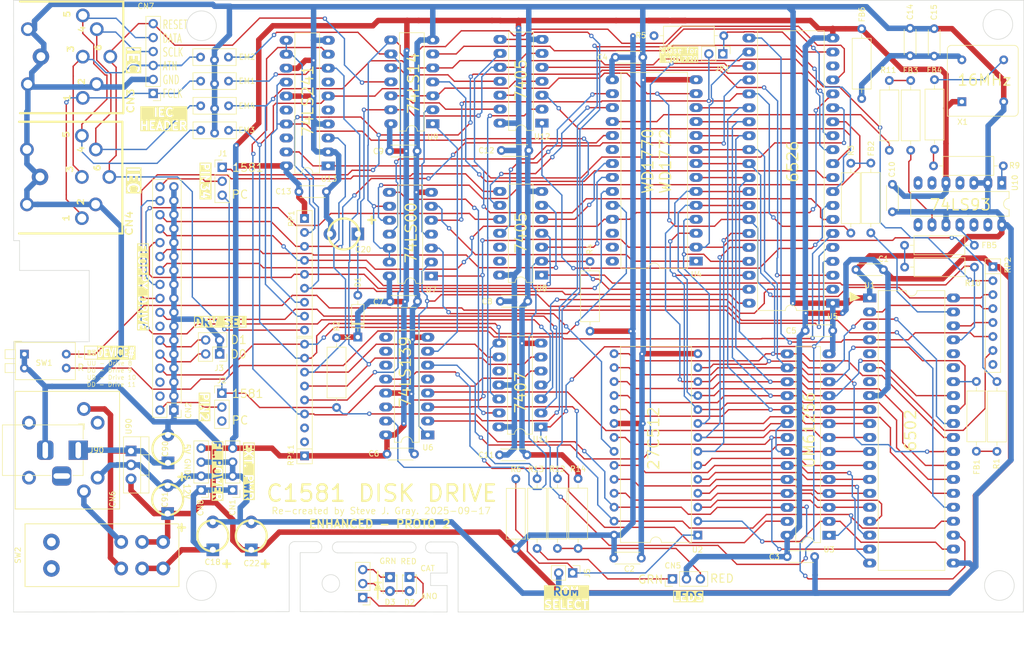
<source format=kicad_pcb>
(kicad_pcb (version 20241229) (generator "pcbnew") (generator_version "9.0")
  (title_block (title "1581 Enhanced") (date "2025-09-17") (rev "V2"))
  (layers (0 "F.Cu" signal) (2 "B.Cu" signal) (13 "F.Paste" user) (15 "B.Paste" user) (5 "F.SilkS" user "F.Silkscreen") (7 "B.SilkS" user "B.Silkscreen") (1 "F.Mask" user) (3 "B.Mask" user) (25 "Edge.Cuts" user))
  (net 0 "")
  (net 1 "5V")
  (net 2 "GND")
  (net 3 "Net-(X1-Vcc)")
  (net 4 "Net-(D1-A)")
  (net 5 "FD_PIN2")
  (net 8 "INDEX")
  (net 9 "SELECT0")
  (net 10 "SELECT1")
  (net 12 "MOTOREN")
  (net 13 "DIRECTION")
  (net 14 "STEP")
  (net 15 "WRITEDATA")
  (net 16 "WRITEGATE")
  (net 17 "TRACK00")
  (net 18 "WRITEPROTECT")
  (net 19 "READDATA")
  (net 20 "SIDESELECT")
  (net 21 "FD_PIN34")
  (net 22 "Net-(CN3-Pin_1)")
  (net 23 "Net-(CN3-Pin_3)")
  (net 24 "Net-(CN3-Pin_4)")
  (net 25 "Net-(CN3-Pin_5)")
  (net 26 "~{RESET}")
  (net 27 "GREEN_LED")
  (net 28 "RED_LED")
  (net 29 "Net-(FB1-Pad1)")
  (net 30 "Net-(U1-R{slash}~{W})")
  (net 31 "Net-(FB2-Pad1)")
  (net 32 "Net-(U1-02)")
  (net 33 "Net-(FB3-Pad2)")
  (net 34 "Net-(X1-OUT)")
  (net 35 "Net-(FB4-Pad2)")
  (net 36 "Net-(FB5-Pad1)")
  (net 37 "Net-(U10-Q3)")
  (net 38 "~{RDY}")
  (net 39 "~{DISKCHANGE}")
  (net 41 "Net-(JP1-A)")
  (net 42 "PHI2")
  (net 43 "R{slash}~{W}")
  (net 44 "Net-(U6B-E)")
  (net 45 "Net-(U10-CP1..3)")
  (net 46 "PHI0")
  (net 47 "FDC_CLOCK")
  (net 48 "Net-(R12-Pad2)")
  (net 49 "Net-(R13-Pad1)")
  (net 50 "CNT")
  (net 51 "SP")
  (net 52 "SLOW_CLK")
  (net 53 "RDY")
  (net 54 "S0")
  (net 55 "~{IRQ}")
  (net 56 "~{NMI}")
  (net 59 "DATA")
  (net 60 "FAST_CLK")
  (net 61 "~{ATN}")
  (net 62 "Net-(U5-PA3)")
  (net 63 "Net-(U5-PA4)")
  (net 67 "A0")
  (net 68 "A1")
  (net 69 "A2")
  (net 70 "A3")
  (net 71 "A4")
  (net 72 "A5")
  (net 73 "A6")
  (net 74 "A7")
  (net 75 "A8")
  (net 76 "A9")
  (net 77 "A10")
  (net 78 "A11")
  (net 79 "A12")
  (net 80 "A13")
  (net 81 "A14")
  (net 82 "A15")
  (net 83 "D7")
  (net 84 "D6")
  (net 85 "D5")
  (net 86 "D4")
  (net 87 "D3")
  (net 88 "D2")
  (net 89 "D1")
  (net 90 "D0")
  (net 93 "~{ROM_OE}")
  (net 94 "~{RAM_OE}")
  (net 95 "~{RAMWE}")
  (net 96 "~{WD_CS}")
  (net 97 "~{DRV_RESET}")
  (net 98 "Net-(U4-STEP)")
  (net 99 "Net-(U4-DIRC)")
  (net 101 "Net-(U4-WG)")
  (net 102 "Net-(U4-WD)")
  (net 106 "SIDE0")
  (net 107 "~{MOTOR}")
  (net 108 "POWERLED")
  (net 109 "ACTLED")
  (net 110 "DATA_IN")
  (net 111 "DATA_OUT")
  (net 112 "CLK_IN")
  (net 113 "CLK_OUT")
  (net 114 "ATN_ACK")
  (net 115 "FAST_SER_DIR")
  (net 116 "ATN_IN")
  (net 118 "~{CIA_SEL}")
  (net 119 "~{FLAG}")
  (net 121 "~{WDSEL}")
  (net 125 "Net-(U7-Pad4)")
  (net 126 "Net-(U11-Pad13)")
  (net 127 "Net-(U10-Q1)")
  (net 129 "Net-(U12-Pad11)")
  (net 130 "Net-(U12-Pad13)")
  (net 139 "12V")
  (net 141 "Net-(RP11F-R6.2)")
  (net 142 "Net-(RP11C-R3.2)")
  (net 143 "Net-(J5-Pin_1)")
  (net 144 "Net-(CN9-Pin_1)")
  (net 145 "Net-(CN9-Pin_2)")
  (net 146 "Net-(CN9-Pin_3)")
  (net 147 "12VIN")
  (net 148 "5VIN")
  (footprint "Package_DIP:DIP-14_W7.62mm_LongPads" (layer "F.Cu") (at 150.7 57.52 180)
    (property "Reference" "U12")
    (property "Value" "7405")
  )
  (footprint "Resistor_THT:R_Axial_DIN0309_L9.0mm_D3.2mm_P12.70mm_Horizontal" (layer "F.Cu") (at 222.14 49.61 -90)
    (property "Reference" "FB4")
    (property "Value" "R")
  )
  (footprint "Capacitor_THT:C_Disc_D4.3mm_W1.9mm_P5.00mm" (layer "F.Cu") (at 217.7 45.26 90)
    (property "Reference" "C14")
    (property "Value" "0.1uF")
  )
  (footprint "Capacitor_THT:C_Disc_D4.3mm_W1.9mm_P5.00mm" (layer "F.Cu") (at 198.62 95.29)
    (property "Reference" "C5")
    (property "Value" "0.1uF")
  )
  (footprint "Resistor_THT:R_Axial_DIN0309_L9.0mm_D3.2mm_P12.70mm_Horizontal" (layer "F.Cu") (at 217.81 62.46 90)
    (property "Reference" "FB3")
    (property "Value" "R")
  )
  (footprint "Resistor_THT:R_Array_SIP9" (layer "F.Cu") (at 107.49 74.87 -90)
    (property "Reference" "RP1")
    (property "Value" "1K")
  )
  (footprint "c64c-library:CAP_RADIAL_P5.08MM_D6MM" (layer "F.Cu") (at 82.58 126.03 90)
    (property "Reference" "C91")
    (property "Value" ".1uF")
  )
  (footprint "Connector_PinHeader_2.54mm:PinHeader_1x03_P2.54mm_Vertical" (layer "F.Cu") (at 92.45 106.66)
    (property "Reference" "J2")
    (property "Value" "PIN2")
  )
  (footprint "Diode_THT:D_DO-35_SOD27_P7.62mm_Horizontal" (layer "F.Cu") (at 117.19 96.46 90)
    (property "Reference" "D1")
    (property "Value" "1N914")
  )
  (footprint "SJG-Footprints:DIN-4" (layer "F.Cu") (at 64.34 117.04 90)
    (property "Reference" "CN6")
    (property "Value" "DIN-4")
  )
  (footprint "LittleSixteen:EMI_Filter" (layer "F.Cu") (at 93.6752 58.8264 -90)
    (property "Reference" "EM3")
    (property "Value" "EMI")
  )
  (footprint "Capacitor_THT:C_Disc_D4.3mm_W1.9mm_P5.00mm" (layer "F.Cu") (at 214.48 68.66 -90)
    (property "Reference" "C10")
    (property "Value" "0.1uF")
  )
  (footprint "Capacitor_THT:C_Disc_D4.3mm_W1.9mm_P5.00mm" (layer "F.Cu") (at 212.85 84.19 180)
    (property "Reference" "C1")
    (property "Value" "0.1uF")
  )
  (footprint "Resistor_THT:R_Axial_DIN0309_L9.0mm_D3.2mm_P12.70mm_Horizontal" (layer "F.Cu") (at 113.32 96.57 -90)
    (property "Reference" "R2")
    (property "Value" "1K")
  )
  (footprint "Resistor_THT:R_Axial_DIN0309_L9.0mm_D3.2mm_P12.70mm_Horizontal" (layer "F.Cu") (at 183.79 41.61 180)
    (property "Reference" "R5")
    (property "Value" "2.7K")
  )
  (footprint "LittleSixteen:EMI_Filter" (layer "F.Cu") (at 93.675199 54.3644 -90)
    (property "Reference" "EM4")
    (property "Value" "EMI")
  )
  (footprint "Resistor_THT:R_Axial_DIN0309_L9.0mm_D3.2mm_P12.70mm_Horizontal" (layer "F.Cu") (at 233.5 117.26 90)
    (property "Reference" "R1")
    (property "Value" "47")
  )
  (footprint "Connector_PinHeader_2.54mm:PinHeader_2x02_P2.54mm_Vertical" (layer "F.Cu") (at 92.04 99.53 180)
    (property "Reference" "J3")
    (property "Value" "DRIVE SELECT")
  )
  (footprint "Capacitor_THT:C_Disc_D4.3mm_W1.9mm_P5.00mm" (layer "F.Cu") (at 195.33 136.41)
    (property "Reference" "C3")
    (property "Value" "0.1uF")
  )
  (footprint "Connector_PinHeader_2.54mm:PinHeader_1x03_P2.54mm_Vertical" (layer "F.Cu") (at 92.51 65.56)
    (property "Reference" "J1")
    (property "Value" "PIN34")
  )
  (footprint "Connector_PinHeader_2.54mm:PinHeader_1x02_P2.54mm_Vertical" (layer "F.Cu") (at 156.29 139.38 -90)
    (property "Reference" "J5")
    (property "Value" "ROM SELECT")
  )
  (footprint "Resistor_THT:R_Axial_DIN0309_L9.0mm_D3.2mm_P12.70mm_Horizontal" (layer "F.Cu") (at 229.41 83.72 180)
    (property "Reference" "R10")
    (property "Value" "47")
  )
  (footprint "c64c-library:CAP_RADIAL_P5.08MM_D6MM" (layer "F.Cu") (at 114.65 77.69 180)
    (property "Reference" "C20")
    (property "Value" "47uF")
  )
  (footprint "Capacitor_THT:C_Disc_D4.3mm_W1.9mm_P5.00mm" (layer "F.Cu") (at 222.08 45.33 90)
    (property "Reference" "C15")
    (property "Value" "0.01uF")
  )
  (footprint "c64c-library:CAP_RADIAL_P5.08MM_D6MM" (layer "F.Cu") (at 82.64 116.81 90)
    (property "Reference" "C90")
    (property "Value" "0.33uF")
  )
  (footprint "LittleSixteen:EMI_Filter" (layer "F.Cu") (at 93.6452 45.5044 -90)
    (property "Reference" "EM2")
    (property "Value" "EMI")
  )
  (footprint "Resistor_THT:R_Axial_DIN0309_L9.0mm_D3.2mm_P12.70mm_Horizontal" (layer "F.Cu") (at 229.76 117.24 90)
    (property "Reference" "FB1")
    (property "Value" "R")
  )
  (footprint "Package_DIP:DIP-28_W7.62mm_LongPads" (layer "F.Cu") (at 202.95 132.53 180)
    (property "Reference" "U3")
    (property "Value" "UM61256")
  )
  (footprint "Resistor_THT:R_Axial_DIN0309_L9.0mm_D3.2mm_P12.70mm_Horizontal" (layer "F.Cu") (at 157.28 134.92 90)
    (property "Reference" "R14")
    (property "Value" "1K")
  )
  (footprint "Button_Switch_THT:SW_DIP_SPSTx02_Piano_10.8x6.64mm_W7.62mm_P2.54mm" (layer "F.Cu") (at 56.51 99.56)
    (property "Reference" "SW1")
    (property "Value" "DEVICE ID")
  )
  (footprint "Resistor_THT:R_Axial_DIN0309_L9.0mm_D3.2mm_P12.70mm_Horizontal" (layer "F.Cu") (at 210.55 64.79 -90)
    (property "Reference" "FB2")
    (property "Value" "R")
  )
  (footprint "Capacitor_THT:C_Disc_D4.3mm_W1.9mm_P5.00mm" (layer "F.Cu") (at 142.98 117.9)
    (property "Reference" "C11")
    (property "Value" "0.1uF")
  )
  (footprint "Resistor_THT:R_Axial_DIN0309_L9.0mm_D3.2mm_P12.70mm_Horizontal" (layer "F.Cu") (at 153.52 134.92 90)
    (property "Reference" "R12")
    (property "Value" "620")
  )
  (footprint "Package_DIP:DIP-20_W7.62mm_LongPads" (layer "F.Cu") (at 111.79 65.3 180)
    (property "Reference" "U13")
    (property "Value" "74LS241")
  )
  (footprint "Package_TO_SOT_THT:TO-220-3_Vertical" (layer "F.Cu") (at 75.915 117.18 -90)
    (property "Reference" "U90")
    (property "Value" "L7805")
  )
  (footprint "LittleSixteen:C64_PowerSwitch" (layer "F.Cu") (at 74.13 136.155 -90)
    (property "Reference" "SW2")
    (property "Value" "~")
  )
  (footprint "Capacitor_THT:C_Disc_D4.3mm_W1.9mm_P5.00mm" (layer "F.Cu") (at 143.12 89.94)
    (property "Reference" "C8")
    (property "Value" "0.1uF")
  )
  (footprint "Connector_PinHeader_2.54mm:PinHeader_2x17_P2.54mm_Vertical" (layer "F.Cu") (at 83.72 109.74 180)
    (property "Reference" "CN2")
    (property "Value" "FLOPPY")
  )
  (footprint "Package_DIP:DIP-14_W7.62mm_LongPads" (layer "F.Cu") (at 234.39 68.4 -90)
    (property "Reference" "U10")
    (property "Value" "74LS93")
  )
  (footprint "Connector_PinHeader_2.54mm:PinHeader_1x04_P2.54mm_Vertical" (layer "F.Cu") (at 94.41 124.293662 180)
    (property "Reference" "CN1")
    (property "Value" "FLOPPY POWER")
  )
  (footprint "Connector_PinHeader_2.54mm:PinHeader_1x02_P2.54mm_Vertical" (layer "F.Cu") (at 183.62 44.92 -90)
    (property "Reference" "JP1")
    (property "Value" "FDC TYPE")
  )
  (footprint "Resistor_THT:R_Axial_DIN0309_L9.0mm_D3.2mm_P12.70mm_Horizontal" (layer "F.Cu") (at 216.69 79.75)
    (property "Reference" "FB5")
    (property "Value" "R")
  )
  (footprint "LED_THT:LED_D1.8mm_W3.3mm_H2.4mm" (layer "F.Cu") (at 123.04 140.145 -90)
    (property "Reference" "D3")
    (property "Value" "GRN LED")
  )
  (footprint "Resistor_THT:R_Axial_DIN0309_L9.0mm_D3.2mm_P12.70mm_Horizontal" (layer "F.Cu") (at 159.45 82.68 -90)
    (property "Reference" "R4")
    (property "Value" "1K")
  )
  (footprint "Resistor_THT:R_Axial_DIN0309_L9.0mm_D3.2mm_P12.70mm_Horizontal" (layer "F.Cu") (at 149.82 122.23 -90)
    (property "Reference" "R13")
    (property "Value" "150")
  )
  (footprint "Capacitor_THT:C_Disc_D4.3mm_W1.9mm_P5.00mm" (layer "F.Cu") (at 164.05 45.54)
    (property "Reference" "C4")
    (property "Value" "0.1uF")
  )
  (footprint "Resistor_THT:R_Axial_DIN0309_L9.0mm_D3.2mm_P12.70mm_Horizontal" (layer "F.Cu") (at 208.89 40.35 -90)
    (property "Reference" "FB6")
    (property "Value" "R")
  )
  (footprint "Connector_PinHeader_2.54mm:PinHeader_1x03_P2.54mm_Vertical" (layer "F.Cu") (at 118.09 143.86 180)
    (property "Reference" "CN9" (hide yes))
    (property "Value" "XLEDS")
  )
  (footprint "Capacitor_THT:C_Disc_D4.3mm_W1.9mm_P5.00mm" (layer "F.Cu") (at 122.99 62.6)
    (property "Reference" "C9")
    (property "Value" "0.1uF")
  )
  (footprint "Package_DIP:DIP-28_W15.24mm_LongPads" (layer "F.Cu") (at 178.75 82.64 180)
    (property "Reference" "U4")
    (property "Value" "WD1770")
  )
  (footprint "LittleSixteen:EMI_Filter" (layer "F.Cu") (at 93.6652 49.8644 -90)
    (property "Reference" "EM1")
    (property "Value" "EMI")
  )
  (footprint "Capacitor_THT:C_Disc_D4.3mm_W1.9mm_P5.00mm" (layer "F.Cu") (at 143.31 62.49)
    (property "Reference" "C12")
    (property "Value" "0.1uF")
  )
  (footprint "Capacitor_THT:C_Disc_D4.3mm_W1.9mm_P5.00mm" (layer "F.Cu") (at 106.47 69.99)
    (property "Reference" "C13")
    (property "Value" "0.1uF")
  )
  (footprint "Capacitor_THT:C_Disc_D4.3mm_W1.9mm_P5.00mm" (layer "F.Cu") (at 123.05 89.97)
    (property "Reference" "C7")
    (property "Value" "0.1uF")
  )
  (footprint "Capacitor_THT:C_Disc_D4.3mm_W1.9mm_P5.00mm" (layer "F.Cu") (at 163.78 136.68)
    (property "Reference" "C2")
    (property "Value" "0.1uF")
  )
  (footprint "Resistor_THT:R_Axial_DIN0309_L9.0mm_D3.2mm_P12.70mm_Horizontal" (layer "F.Cu") (at 206.91 64.82 -90)
    (property "Reference" "R3")
    (property "Value" "47")
  )
  (footprint "Connector_PinHeader_2.54mm:PinHeader_1x04_P2.54mm_Vertical" (layer "F.Cu") (at 88.68 124.293662 180)
    (property "Reference" "CN8")
    (property "Value" "EXTERNAL POWER")
  )
  (footprint "Package_DIP:DIP-40_W15.24mm_LongPads" (layer "F.Cu") (at 210.34 89.33)
    (property "Reference" "U1")
    (property "Value" "6502")
  )
  (footprint "Package_DIP:DIP-14_W7.62mm_LongPads" (layer "F.Cu") (at 130.56 85.35 180)
    (property "Reference" "U7")
    (property "Value" "74LS00")
  )
  (footprint "Resistor_THT:R_Axial_DIN0309_L9.0mm_D3.2mm_P12.70mm_Horizontal" (layer "F.Cu") (at 213.92 49.76 -90)
    (property "Reference" "R11")
    (property "Value" "47")
  )
  (footprint "Connector_PinHeader_2.54mm:PinHeader_1x03_P2.54mm_Vertical" (layer "F.Cu") (at 174.46 140.47 90)
    (property "Reference" "CN5")
    (property "Value" "LEDS")
  )
  (footprint "Oscillator:Oscillator_DIP-8" (layer "F.Cu") (at 227.12 53.62)
    (property "Reference" "X1")
    (property "Value" "CXO_DIP8")
  )
  (footprint "Package_DIP:DIP-40_W15.24mm_LongPads" (layer "F.Cu") (at 203.63 90.29 180)
    (property "Reference" "U5")
    (property "Value" "6526")
  )
  (footprint "Capacitor_THT:C_Disc_D4.3mm_W1.9mm_P5.00mm" (layer "F.Cu") (at 122.5 117.74)
    (property "Reference" "C6")
    (property "Value" "0.1uF")
  )
  (footprint "Resistor_THT:R_Array_SIP8" (layer "F.Cu") (at 232.77 83.66 -90)
    (property "Reference" "RP2")
    (property "Value" "2.7K")
  )
  (footprint "c64c-library:SERIAL_CON_DIN6" (layer "F.Cu") (at 67.14 45.42 90)
    (property "Reference" "CN3")
    (property "Value" "IEC")
  )
  (footprint "Connector_PinHeader_2.54mm:PinHeader_1x06_P2.54mm_Vertical" (layer "F.Cu") (at 79.95 52.11 180)
    (property "Reference" "CN7")
    (property "Value" "INTERNAL IEC")
  )
  (footprint "c64c-library:CAP_RADIAL_P5.08MM_D6MM" (layer "F.Cu") (at 90.8 132.63 90)
    (property "Reference" "C18")
    (property "Value" "10uF")
  )
  (footprint "Package_DIP:DIP-16_W7.62mm_LongPads" (layer "F.Cu") (at 129.91 114.27 180)
    (property "Reference" "U6")
    (property "Value" "74LS139")
  )
  (footprint "Package_DIP:DIP-14_W7.62mm_LongPads" (layer "F.Cu") (at 150.64 85.18 180)
    (property "Reference" "U8")
    (property "Value" "7405")
  )
  (footprint "Package_DIP:DIP-28_W15.24mm" (layer "F.Cu") (at 179.07 132.5 180)
    (property "Reference" "U2")
    (property "Value" "27C512")
  )
  (footprint "Connector_BarrelJack:BarrelJack_Horizontal" (layer "F.Cu") (at 66.31 117.04)
    (property "Reference" "J90")
    (property "Value" "Barrel_Jack")
  )
  (footprint "Resistor_THT:R_Array_SIP9" (layer "F.Cu") (at 107.5 118.07 90)
    (property "Reference" "RP11")
    (property "Value" "1K")
  )
  (footprint "Resistor_THT:R_Axial_DIN0309_L9.0mm_D3.2mm_P12.70mm_Horizontal" (layer "F.Cu") (at 145.94 134.96 90)
    (property "Reference" "R6")
    (property "Value" "47")
  )
  (footprint "c64c-library:SERIAL_CON_DIN6" (layer "F.Cu") (at 66.97 67.31 90)
    (property "Reference" "CN4")
    (property "Value" "IEC")
  )
  (footprint "Package_DIP:DIP-14_W7.62mm_LongPads" (layer "F.Cu") (at 150.51 112.8 180)
    (property "Reference" "U11")
    (property "Value" "7407")
  )
  (footprint "Package_DIP:DIP-14_W7.62mm_LongPads" (layer "F.Cu") (at 130.83 57.63 180)
    (property "Reference" "U9")
    (property "Value" "74LS14")
  )
  (footprint "LED_THT:LED_D1.8mm_W3.3mm_H2.4mm" (layer "F.Cu") (at 126.59 140.13 -90)
    (property "Reference" "D2")
    (property "Value" "RED LED")
  )
  (footprint "Resistor_THT:R_Axial_DIN0309_L9.0mm_D3.2mm_P12.70mm_Horizontal" (layer "F.Cu") (at 234.66 65.3 180)
    (property "Reference" "R9")
    (property "Value" "47")
  )
  (footprint "c64c-library:CAP_RADIAL_P5.08MM_D6MM" (layer "F.Cu") (at 97.8 132.64 90)
    (property "Reference" "C22")
    (property "Value" "10uF")
  )
  (gr_poly (pts (xy 120.8 141.13) (xy 121.47 142.52) (xy 120.2 142.52)) (stroke (width 0.15)) (fill yes) (layer "F.SilkS"))
  (gr_line (start 67.4624 100.4824) (end 69.9516 100.4824) (stroke (width 0.15)) (layer "F.SilkS"))
  (gr_line (start 121.41 141.13) (end 120.19 141.13) (stroke (width 0.3)) (layer "F.SilkS"))
  (gr_poly (pts (xy 208.55 89.3) (xy 206.75 88.3) (xy 206.75 90)) (stroke (width 0.15)) (fill yes) (layer "F.SilkS"))
  (gr_line (start 120.81 139.1) (end 120.82 144.09) (stroke (width 0.3)) (layer "F.SilkS"))
  (gr_line (start 67.4624 98.0948) (end 70.0532 98.0948) (stroke (width 0.15)) (layer "F.SilkS"))
  (gr_line (start 67.4624 100.4824) (end 67.4624 98.0948) (stroke (width 0.15)) (layer "F.SilkS"))
  (gr_line (start 135.44 146.49) (end 238.31 146.49) (stroke (width 0.1)) (layer "Edge.Cuts"))
  (gr_line (start 130.5 135.74) (end 133.44 135.74) (stroke (width 0.1)) (layer "Edge.Cuts"))
  (gr_line (start 133.45 139.4) (end 130.43 139.4) (stroke (width 0.1)) (layer "Edge.Cuts"))
  (gr_line (start 126.79 135.740001) (end 113.56 135.73) (stroke (width 0.1)) (layer "Edge.Cuts"))
  (gr_arc (start 109.64 133.679999) (mid 110.64 134.679999) (end 109.64 135.68) (stroke (width 0.1)) (layer "Edge.Cuts"))
  (gr_line (start 68.31 84.33) (end 55.63 84.33) (stroke (width 0.1)) (layer "Edge.Cuts"))
  (gr_line (start 130.43 139.4) (end 130.43 141.67) (stroke (width 0.1)) (layer "Edge.Cuts"))
  (gr_line (start 54.54 35.16) (end 238.4 35.16) (stroke (width 0.1)) (layer "Edge.Cuts"))
  (gr_arc (start 130.5 135.74) (mid 129.5 134.74) (end 130.5 133.739999) (stroke (width 0.1)) (layer "Edge.Cuts"))
  (gr_arc (start 134.44 133.74) (mid 135.147107 134.032893) (end 135.44 134.74) (stroke (width 0.1)) (layer "Edge.Cuts"))
  (gr_line (start 130.43 141.67) (end 133.44 141.67) (stroke (width 0.1)) (layer "Edge.Cuts"))
  (gr_line (start 54.57 97.31) (end 68.31 97.31) (stroke (width 0.1)) (layer "Edge.Cuts"))
  (gr_line (start 68.31 97.31) (end 68.31 84.33) (stroke (width 0.1)) (layer "Edge.Cuts"))
  (gr_line (start 104.7 134.679998) (end 104.7 146.429998) (stroke (width 0.1)) (layer "Edge.Cuts"))
  (gr_line (start 54.54 146.49) (end 54.57 97.31) (stroke (width 0.1)) (layer "Edge.Cuts"))
  (gr_line (start 133.44 146.49) (end 133.44 141.67) (stroke (width 0.1)) (layer "Edge.Cuts"))
  (gr_line (start 106.7 146.43) (end 106.7 135.68) (stroke (width 0.1)) (layer "Edge.Cuts"))
  (gr_arc (start 104.7 134.679998) (mid 104.992893 133.972891) (end 105.7 133.679998) (stroke (width 0.1)) (layer "Edge.Cuts"))
  (gr_line (start 54.54 35.16) (end 54.56 78.91) (stroke (width 0.1)) (layer "Edge.Cuts"))
  (gr_line (start 104.7 146.429998) (end 54.54 146.49) (stroke (width 0.1)) (layer "Edge.Cuts"))
  (gr_circle (center 88.74 39.8) (end 90.84 41.5) (stroke (width 0.1)) (fill no) (layer "Edge.Cuts"))
  (gr_arc (start 113.56 135.73) (mid 112.56 134.73) (end 113.56 133.73) (stroke (width 0.1)) (layer "Edge.Cuts"))
  (gr_circle (center 233.95 141.67) (end 236.05 143.37) (stroke (width 0.1)) (fill no) (layer "Edge.Cuts"))
  (gr_line (start 134.44 133.74) (end 130.5 133.739999) (stroke (width 0.1)) (layer "Edge.Cuts"))
  (gr_line (start 109.64 133.679999) (end 105.7 133.679998) (stroke (width 0.1)) (layer "Edge.Cuts"))
  (gr_line (start 106.7 146.43) (end 133.44 146.49) (stroke (width 0.1)) (layer "Edge.Cuts"))
  (gr_line (start 133.45 139.4) (end 133.44 135.74) (stroke (width 0.1)) (layer "Edge.Cuts"))
  (gr_line (start 135.44 134.74) (end 135.44 146.49) (stroke (width 0.1)) (layer "Edge.Cuts"))
  (gr_circle (center 233.67 39.558149) (end 235.77 41.258149) (stroke (width 0.1)) (fill no) (layer "Edge.Cuts"))
  (gr_line (start 55.63 84.33) (end 55.63 78.9) (stroke (width 0.1)) (layer "Edge.Cuts"))
  (gr_line (start 113.56 133.73) (end 126.79 133.74) (stroke (width 0.1)) (layer "Edge.Cuts"))
  (gr_arc (start 126.79 133.74) (mid 127.79 134.74) (end 126.79 135.740001) (stroke (width 0.1)) (layer "Edge.Cuts"))
  (gr_line (start 238.31 146.49) (end 238.4 35.16) (stroke (width 0.1)) (layer "Edge.Cuts"))
  (gr_circle (center 112.28 141.29) (end 113.42 142.41) (stroke (width 0.1)) (fill no) (layer "Edge.Cuts"))
  (gr_line (start 55.63 78.9) (end 54.56 78.91) (stroke (width 0.1)) (layer "Edge.Cuts"))
  (gr_line (start 106.7 135.68) (end 109.64 135.68) (stroke (width 0.1)) (layer "Edge.Cuts"))
  (gr_circle (center 88.72 141.68) (end 90.82 143.38) (stroke (width 0.1)) (fill no) (layer "Edge.Cuts"))
  (gr_text "FL.POWER" (at 90.71 115.17 270) (layer "F.SilkS" knockout) (effects (font (size 1.5 1.5) (thickness 0.3) (bold yes)) (justify left bottom)))
  (gr_text "IEC\nHEADER" (at 81.8388 58.8772 0) (layer "F.SilkS" knockout) (effects (font (size 1.5 1.5) (thickness 0.3) (bold yes)) (justify bottom)))
  (gr_text "PIN34" (at 88.4936 64.4652 270) (layer "F.SilkS" knockout) (effects (font (size 1.5 1.5) (thickness 0.3) (bold yes)) (justify left bottom)))
  (gr_text "ENHANCED - PROTO 2" (at 108.1 131.35 0) (layer "F.SilkS") (effects (font (size 1.5 1.5) (thickness 0.3) (bold yes)) (justify left bottom)))
  (gr_text "16MHz" (at 226.15 50.85 0) (layer "F.SilkS") (effects (font (size 2 2) (thickness 0.25) (bold yes)) (justify left bottom)))
  (gr_text "Close for\nWD1770" (at 179.15 46.5 0) (layer "F.SilkS" knockout) (effects (font (size 1 1)) (justify right bottom)))
  (gr_text "6502" (at 218.95 117.4 90) (layer "F.SilkS") (effects (font (size 2 2) (thickness 0.25) (bold yes)) (justify left bottom)))
  (gr_text "IEC" (at 75.1332 65.25 270) (layer "F.SilkS" knockout) (effects (font (size 2 2) (thickness 0.4) (bold yes)) (justify left bottom)))
  (gr_text "RED" (at 181.16 141.27 0) (layer "F.SilkS") (effects (font (size 1.5 1.5) (thickness 0.1875)) (justify left bottom)))
  (gr_text "7405" (at 148.05 81.45 90) (layer "F.SilkS") (effects (font (size 2 2) (thickness 0.25) (bold yes)) (justify left bottom)))
  (gr_text "7405" (at 148.05 53.65 90) (layer "F.SilkS") (effects (font (size 2 2) (thickness 0.25) (bold yes)) (justify left bottom)))
  (gr_text "R" (at 66.07 102.71 0) (layer "F.SilkS") (effects (font (size 1.2 1.2)) (justify left bottom)))
  (gr_text "27C512" (at 172.2 120.8 90) (layer "F.SilkS") (effects (font (size 2 2) (thickness 0.25) (bold yes)) (justify left bottom)))
  (gr_text "DEVICE#" (at 69.596 100.1776 0) (layer "F.SilkS" knockout) (effects (font (size 1.5 1.1) (thickness 0.275) (bold yes)) (justify left bottom)))
  (gr_text "FLOPPY DRIVE" (at 77.14 79.16 270) (layer "F.SilkS" knockout) (effects (font (size 1.5 1.5) (thickness 0.3) (bold yes)) (justify left bottom)))
  (gr_text "UM61256" (at 200.5 120.5 90) (layer "F.SilkS") (effects (font (size 2 2) (thickness 0.25) (bold yes)) (justify left bottom)))
  (gr_text "WD1770\nWD1772" (at 174.35 70.55 90) (layer "F.SilkS") (effects (font (size 2 2) (thickness 0.25) (bold yes)) (justify left bottom)))
  (gr_text "L" (at 66.02 100.29 0) (layer "F.SilkS") (effects (font (size 1.2 1.2)) (justify left bottom)))
  (gr_text "6526" (at 197.5 68.5 90) (layer "F.SilkS") (effects (font (size 2 2) (thickness 0.25) (bold yes)) (justify left bottom)))
  (gr_text "Re-created by Steve J. Gray. 2025-09-17" (at 101.3968 128.778 0) (layer "F.SilkS") (effects (font (size 1.2 1.2)) (justify left bottom)))
  (gr_text "CAT" (at 128.48 139.13 0) (layer "F.SilkS") (effects (font (size 1 1)) (justify left bottom)))
  (gr_text "UU - Drive 8\nDU - Drive 9\nUD - Drive 10\nDD - Drive 11" (at 67.818 105.5624 0) (layer "F.SilkS") (effects (font (size 0.8 0.8) (thickness 0.1)) (justify left bottom)))
  (gr_text "ROM\nSELECT" (at 155.1 146.05 0) (layer "F.SilkS" knockout) (effects (font (size 1.5 1.5) (thickness 0.3) (bold yes)) (justify bottom)))
  (gr_text "74LS139" (at 127 109.5 90) (layer "F.SilkS") (effects (font (size 2 2) (thickness 0.25) (bold yes)) (justify left bottom)))
  (gr_text "GRN" (at 168.07 141.45 0) (layer "F.SilkS") (effects (font (size 1.5 1.5) (thickness 0.1875)) (justify left bottom)))
  (gr_text "1581" (at 94.17 107.64 0) (layer "F.SilkS") (effects (font (size 1.5 1.5) (thickness 0.1875)) (justify left bottom)))
  (gr_text "GRN" (at 121.04 137.81 0) (layer "F.SilkS") (effects (font (size 1 1)) (justify left bottom)))
  (gr_text "R" (at 68.6308 99.822 0) (layer "F.SilkS" knockout) (effects (font (size 0.8 0.8) (thickness 0.1)) (justify left bottom)))
  (gr_text "74LS14" (at 128.5 56 90) (layer "F.SilkS") (effects (font (size 2 2) (thickness 0.25) (bold yes)) (justify left bottom)))
  (gr_text "RESET\nDATA\nSCLK\nATN\nGND\nFCLK" (at 81.58 53.07 0) (layer "F.SilkS") (effects (font (size 1.56 1)) (justify left bottom)))
  (gr_text "74LS00" (at 128.05 83.2 90) (layer "F.SilkS") (effects (font (size 2 2) (thickness 0.25) (bold yes)) (justify left bottom)))
  (gr_text "DRV SEL" (at 87.15 94.62 0) (layer "F.SilkS" knockout) (effects (font (size 1.5 1.5) (thickness 0.3) (bold yes)) (justify left bottom)))
  (gr_text "7407" (at 148 110.5 90) (layer "F.SilkS") (effects (font (size 2 2) (thickness 0.25) (bold yes)) (justify left bottom)))
  (gr_text "74LS93" (at 221.1 73.55 0) (layer "F.SilkS") (effects (font (size 2 2) (thickness 0.25) (bold yes)) (justify left bottom)))
  (gr_text "EXT. PWR" (at 96.42 115.39 270) (layer "F.SilkS" knockout) (effects (font (size 1.5 1.5) (thickness 0.3) (bold yes)) (justify left bottom)))
  (gr_text "L" (at 67.818 99.822 0) (layer "F.SilkS" knockout) (effects (font (size 0.8 0.8) (thickness 0.1)) (justify left bottom)))
  (gr_text "D1" (at 93.92 97.83 0) (layer "F.SilkS") (effects (font (size 1.5 1.5) (thickness 0.1875)) (justify left bottom)))
  (gr_text "5V" (at 85.35 115.793662 -90) (layer "F.SilkS") (effects (font (size 1.2 1) (thickness 0.1875)) (justify left bottom)))
  (gr_text "LEDS" (at 174.35 144.6 0) (layer "F.SilkS" knockout) (effects (font (size 1.5 1.5) (thickness 0.3) (bold yes)) (justify left bottom)))
  (gr_text "1581" (at 94.23 66.49 0) (layer "F.SilkS") (effects (font (size 1.5 1.5) (thickness 0.1875)) (justify left bottom)))
  (gr_text "D0" (at 93.89 100.45 0) (layer "F.SilkS") (effects (font (size 1.5 1.5) (thickness 0.1875)) (justify left bottom)))
  (gr_text "74LS241" (at 109.25 60.15 90) (layer "F.SilkS") (effects (font (size 2 2) (thickness 0.25) (bold yes)) (justify left bottom)))
  (gr_text "PC" (at 94.13 112.48 0) (layer "F.SilkS") (effects (font (size 1.5 1.5) (thickness 0.1875)) (justify left bottom)))
  (gr_text "ANO" (at 128.62 144.2 0) (layer "F.SilkS") (effects (font (size 1 1)) (justify left bottom)))
  (gr_text "GNDS" (at 85.59 118.423662 270) (layer "F.SilkS") (effects (font (size 1 1)) (justify left bottom)))
  (gr_text "RED" (at 124.87 137.86 0) (layer "F.SilkS") (effects (font (size 1 1)) (justify left bottom)))
  (gr_text "C1581 DISK DRIVE" (at 100.2792 126.6444 0) (layer "F.SilkS") (effects (font (size 3 3) (thickness 0.4)) (justify left bottom)))
  (gr_text "12V" (at 85.38 123.043662 270) (layer "F.SilkS") (effects (font (size 1.2 1) (thickness 0.1875)) (justify left bottom)))
  (gr_text "IEC" (at 75.0824 43.3832 270) (layer "F.SilkS" knockout) (effects (font (size 2 2) (thickness 0.4) (bold yes)) (justify left bottom)))
  (gr_text "PC" (at 94.11 71.38 0) (layer "F.SilkS") (effects (font (size 1.5 1.5) (thickness 0.1875)) (justify left bottom)))
  (gr_text "PIN2" (at 88.3412 106.3244 270) (layer "F.SilkS" knockout) (effects (font (size 1.5 1.5) (thickness 0.3) (bold yes)) (justify left bottom)))
  (segment (start 214.5 85.84) (end 223.63 85.84) (width 1) (layer "F.Cu") (net 1))
  (segment (start 146.43 38.86) (end 146.43 40.21) (width 1) (layer "F.Cu") (net 1))
  (segment (start 122.5 117.74) (end 122.56 117.74) (width 1) (layer "F.Cu") (net 1))
  (segment (start 224.8 143) (end 153.98 143) (width 1) (layer "F.Cu") (net 1))
  (segment (start 82.58 128.57) (end 86.97 128.57) (width 1) (layer "F.Cu") (net 1))
  (segment (start 236 118.9) (end 229.6 125.3) (width 1) (layer "F.Cu") (net 1))
  (segment (start 99.1616 57.4984) (end 95.08 61.58) (width 1) (layer "F.Cu") (net 1))
  (segment (start 122.5 117.74) (end 122.5 114.48) (width 1) (layer "F.Cu") (net 1))
  (segment (start 146.44 38.85) (end 164.2 38.85) (width 1) (layer "F.Cu") (net 1))
  (segment (start 176.8 38.85) (end 174.3 38.85) (width 1) (layer "F.Cu") (net 1))
  (segment (start 212.85 84.19) (end 214.5 85.84) (width 1) (layer "F.Cu") (net 1))
  (segment (start 126.12 44.31) (end 126.12 38.9) (width 1) (layer "F.Cu") (net 1))
  (segment (start 146.43 40.21) (end 146.46 40.24) (width 1) (layer "F.Cu") (net 1))
  (segment (start 232.77 83.66) (end 233.81 83.66) (width 1) (layer "F.Cu") (net 1))
  (segment (start 120.85 38.88) (end 119.93 39.8) (width 1) (layer "F.Cu") (net 1))
  (segment (start 208.89 40.35) (end 205.94 40.35) (width 1) (layer "F.Cu") (net 1))
  (segment (start 224.23 61.23) (end 224.23 54.81) (width 1) (layer "F.Cu") (net 1))
  (segment (start 126.12 38.9) (end 126.18 38.84) (width 1) (layer "F.Cu") (net 1))
  (segment (start 224.23 68.4) (end 224.23 61.23) (width 1) (layer "F.Cu") (net 1))
  (segment (start 159.45 95.38) (end 166.85 95.38) (width 1) (layer "F.Cu") (net 1))
  (segment (start 94.45 133.46) (end 96.17 135.18) (width 1) (layer "F.Cu") (net 1))
  (segment (start 229.6 138.2) (end 224.8 143) (width 1) (layer "F.Cu") (net 1))
  (segment (start 164.2 38.85) (end 170.15 38.85) (width 1) (layer "F.Cu") (net 1))
  (segment (start 142.93 131.95) (end 102.9 131.95) (width 1) (layer "F.Cu") (net 1))
  (segment (start 224.23 54.81) (end 225.42 53.62) (width 1) (layer "F.Cu") (net 1))
  (segment (start 101.7288 39.8) (end 99.1616 42.3672) (width 1) (layer "F.Cu") (net 1))
  (segment (start 227.38 82.09) (end 231.2 82.09) (width 1) (layer "F.Cu") (net 1))
  (segment (start 91.33 126.59) (end 94.45 129.71) (width 1) (layer "F.Cu") (net 1))
  (segment (start 90.86 116.733662) (end 90.92 116.673662) (width 1) (layer "F.Cu") (net 1))
  (segment (start 90.86 126.59) (end 91.33 126.59) (width 1) (layer "F.Cu") (net 1))
  (segment (start 146.43 38.86) (end 146.44 38.85) (width 1) (layer "F.Cu") (net 1))
  (segment (start 145.94 134.96) (end 142.93 131.95) (width 1) (layer "F.Cu") (net 1))
  (segment (start 223.281321 47.73) (end 224.23 48.678679) (width 1) (layer "F.Cu") (net 1))
  (segment (start 75.915 122.26) (end 75.915 124.365) (width 1) (layer "F.Cu") (net 1))
  (segment (start 233.81 83.66) (end 236 85.85) (width 1) (layer "F.Cu") (net 1))
  (segment (start 107.5 118.07) (end 122.17 118.07) (width 1) (layer "F.Cu") (net 1))
  (segment (start 77.94 133.74) (end 81.75 133.74) (width 1) (layer "F.Cu") (net 1))
  (segment (start 125.57 112.1664) (end 125.57 112.5804) (width 1) (layer "F.Cu") (net 1))
  (segment (start 203.63 40.29) (end 203.63 42.03) (width 1) (layer "F.Cu") (net 1))
  (segment (start 95.17 65.3) (end 104.17 65.3) (width 1) (layer "F.Cu") (net 1))
  (segment (start 119.93 39.8) (end 101.7288 39.8) (width 1) (layer "F.Cu") (net 1))
  (segment (start 82.58 132.91) (end 81.75 133.74) (width 1) (layer "F.Cu") (net 1))
  (segment (start 146.43 38.86) (end 143.15 38.86) (width 1) (layer "F.Cu") (net 1))
  (segment (start 128.26 38.84) (end 126.18 38.84) (width 1) (layer "F.Cu") (net 1))
  (segment (start 101.573662 116.673662) (end 94.41 116.673662) (width 1) (layer "F.Cu") (net 1))
  (segment (start 205.94 40.35) (end 203.69 40.35) (width 1) (layer "F.Cu") (net 1))
  (segment (start 198.71 92.11) (end 205.41 92.11) (width 1) (layer "F.Cu") (net 1))
  (segment (start 82.58 128.57) (end 82.58 132.91) (width 1) (layer "F.Cu") (net 1))
  (segment (start 203.69 40.35) (end 203.63 40.29) (width 1) (layer "F.Cu") (net 1))
  (segment (start 102.9 131.95) (end 99.67 135.18) (width 1) (layer "F.Cu") (net 1))
  (segment (start 80.12 128.57) (end 82.58 128.57) (width 1) (layer "F.Cu") (net 1))
  (segment (start 236 85.85) (end 236 118.9) (width 1) (layer "F.Cu") (net 1))
  (segment (start 123.8804 114.27) (end 122.29 114.27) (width 1) (layer "F.Cu") (net 1))
  (segment (start 126.18 38.84) (end 120.89 38.84) (width 1) (layer "F.Cu") (net 1))
  (segment (start 208.89 40.39) (end 216.23 47.73) (width 1) (layer "F.Cu") (net 1))
  (segment (start 224.23 48.678679) (end 224.23 54.81) (width 1) (layer "F.Cu") (net 1))
  (segment (start 170.15 38.85) (end 173.7 38.85) (width 1) (layer "F.Cu") (net 1))
  (segment (start 143.13 38.84) (end 141.61 38.84) (width 1) (layer "F.Cu") (net 1))
  (segment (start 203.69 40.35) (end 201.05 40.35) (width 1) (layer "F.Cu") (net 1))
  (segment (start 167.27 41.66) (end 167.26 41.65) (width 1) (layer "F.Cu") (net 1))
  (segment (start 75.915 124.365) (end 80.12 128.57) (width 1) (layer "F.Cu") (net 1))
  (segment (start 90.86 126.59) (end 90.86 124.17) (width 1) (layer "F.Cu") (net 1))
  (segment (start 229.6 125.3) (end 229.6 138.2) (width 1) (layer "F.Cu") (net 1))
  (segment (start 223.63 85.84) (end 227.38 82.09) (width 1) (layer "F.Cu") (net 1))
  (segment (start 106.47 69.99) (end 106.47 71.03) (width 1) (layer "F.Cu") (net 1))
  (segment (start 216.23 47.73) (end 223.281321 47.73) (width 1) (layer "F.Cu") (net 1))
  (segment (start 86.97 128.57) (end 88.95 126.59) (width 1) (layer "F.Cu") (net 1))
  (segment (start 96.17 135.18) (end 97.8 135.18) (width 1) (layer "F.Cu") (net 1))
  (segment (start 170.15 38.85) (end 176.8 38.85) (width 1) (layer "F.Cu") (net 1))
  (segment (start 201.05 40.35) (end 199.55 38.85) (width 1) (layer "F.Cu") (net 1))
  (segment (start 122.5 114.48) (end 122.29 114.27) (width 1) (layer "F.Cu") (net 1))
  (segment (start 99.1616 42.3672) (end 99.1616 57.4984) (width 1) (layer "F.Cu") (net 1))
  (segment (start 208.89 40.35) (end 208.89 40.39) (width 1) (layer "F.Cu") (net 1))
  (segment (start 106.47 71.03) (end 107.49 72.05) (width 1) (layer "F.Cu") (net 1))
  (segment (start 141.61 38.84) (end 128.26 38.84) (width 1) (layer "F.Cu") (net 1))
  (segment (start 122.99 62.6) (end 126.01 62.6) (width 1) (layer "F.Cu") (net 1))
  (segment (start 88.95 126.59) (end 90.86 126.59) (width 1) (layer "F.Cu") (net 1))
  (segment (start 122.17 118.07) (end 122.5 117.74) (width 1) (layer "F.Cu") (net 1))
  (segment (start 113.43 96.46) (end 113.32 96.57) (width 1) (layer "F.Cu") (net 1))
  (segment (start 107.5 118.07) (end 102.97 118.07) (width 1) (layer "F.Cu") (net 1))
  (segment (start 94.41 116.673662) (end 90.92 116.673662) (width 1) (layer "F.Cu") (net 1))
  (segment (start 90.86 124.17) (end 90.86 116.733662) (width 1) (layer "F.Cu") (net 1))
  (segment (start 117.19 96.46) (end 113.43 96.46) (width 1) (layer "F.Cu") (net 1))
  (segment (start 99.67 135.18) (end 97.8 135.18) (width 1) (layer "F.Cu") (net 1))
  (segment (start 90.92 116.673662) (end 88.68 116.673662) (width 1) (layer "F.Cu") (net 1))
  (segment (start 125.77 90) (end 123.08 90) (width 1) (layer "F.Cu") (net 1))
  (segment (start 123.08 90) (end 123.05 89.97) (width 1) (layer "F.Cu") (net 1))
  (segment (start 107.49 72.05) (end 107.49 74.87) (width 1) (layer "F.Cu") (net 1))
  (segment (start 125.57 112.5804) (end 123.8804 114.27) (width 1) (layer "F.Cu") (net 1))
  (segment (start 199.55 38.85) (end 176.8 38.85) (width 1) (layer "F.Cu") (net 1))
  (segment (start 102.97 118.07) (end 101.573662 116.673662) (width 1) (layer "F.Cu") (net 1))
  (segment (start 231.2 82.09) (end 232.77 83.66) (width 1) (layer "F.Cu") (net 1))
  (segment (start 225.42 53.62) (end 227.12 53.62) (width 1) (layer "F.Cu") (net 1))
  (segment (start 94.45 129.71) (end 94.45 133.46) (width 1) (layer "F.Cu") (net 1))
  (segment (start 153.98 143) (end 145.94 134.96) (width 1) (layer "F.Cu") (net 1))
  (via (at 95.08 61.58) (size 0.8) (drill 0.4) (layers "F.Cu" "B.Cu") (net 1))
  (via (at 94.97 65.1) (size 0.8) (drill 0.4) (layers "F.Cu" "B.Cu") (net 1))
  (via (at 126.01 62.6) (size 0.8) (drill 0.4) (layers "F.Cu" "B.Cu") (net 1))
  (via (at 198.71 92.11) (size 0.8) (drill 0.4) (layers "F.Cu" "B.Cu") (net 1))
  (via (at 205.41 92.11) (size 0.8) (drill 0.4) (layers "F.Cu" "B.Cu") (net 1))
  (via (at 167.27 41.66) (size 0.8) (drill 0.4) (layers "F.Cu" "B.Cu") (net 1))
  (via (at 126.12 44.31) (size 0.8) (drill 0.4) (layers "F.Cu" "B.Cu") (net 1))
  (via (at 125.57 112.1664) (size 0.8) (drill 0.4) (layers "F.Cu" "B.Cu") (net 1))
  (via (at 166.85 95.38) (size 0.8) (drill 0.4) (layers "F.Cu" "B.Cu") (net 1))
  (via (at 125.77 90) (size 0.8) (drill 0.4) (layers "F.Cu" "B.Cu") (net 1))
  (via (at 146.46 40.24) (size 0.8) (drill 0.4) (layers "F.Cu" "B.Cu") (net 1))
  (segment (start 163.83 132.5) (end 148.4 132.5) (width 1) (layer "B.Cu") (net 1))
  (segment (start 167.27 45.4) (end 167.13 45.54) (width 1) (layer "B.Cu") (net 1))
  (segment (start 126.01 62.6) (end 126.01 83.67) (width 1) (layer "B.Cu") (net 1))
  (segment (start 145.68 112.78) (end 145.68 105.18) (width 1) (layer "B.Cu") (net 1))
  (segment (start 94.97 65.1) (end 94.97 61.69) (width 1) (layer "B.Cu") (net 1))
  (segment (start 106.47 68.72) (end 106.47 69.99) (width 1) (layer "B.Cu") (net 1))
  (segment (start 198.71 92.11) (end 198.62 92.2) (width 1) (layer "B.Cu") (net 1))
  (segment (start 94.41 115.02) (end 94.97 114.46) (width 1) (layer "B.Cu") (net 1))
  (segment (start 144.44 117.9) (end 145.68 116.66) (width 1) (layer "B.Cu") (net 1))
  (segment (start 177 138.51) (end 179.1 136.41) (width 1) (layer "B.Cu") (net 1))
  (segment (start 198.71 92.11) (end 198.64 92.04) (width 1) (layer "B.Cu") (net 1))
  (segment (start 177 140.47) (end 177 138.51) (width 1) (layer "B.Cu") (net 1))
  (segment (start 213.68 105.08) (end 213.68 85.02) (width 1) (layer "B.Cu") (net 1))
  (segment (start 211.02 82.36) (end 206.86 82.36) (width 1) (layer "B.Cu") (net 1))
  (segment (start 145.68 105.18) (end 142.89 105.18) (width 1) (layer "B.Cu") (net 1))
  (segment (start 197.55 130.9) (end 197.56 130.91) (width 1) (layer "B.Cu") (net 1))
  (segment (start 119.32 89.97) (end 117.19 92.1) (width 1) (layer "B.Cu") (net 1))
  (segment (start 123.05 89.97) (end 119.32 89.97) (width 1) (layer "B.Cu") (net 1))
  (segment (start 125.57 91.06) (end 125.77 90.86) (width 1) (layer "B.Cu") (net 1))
  (segment (start 223.52 70.8152) (end 224.23 70.1052) (width 1) (layer "B.Cu") (net 1))
  (segment (start 165.01 132.5) (end 163.83 132.5) (width 1) (layer "B.Cu") (net 1))
  (segment (start 146.5 62.45) (end 146.5 61.35) (width 1) (layer "B.Cu") (net 1))
  (segment (start 167.26 95.79) (end 167.26 130.25) (width 1) (layer "B.Cu") (net 1))
  (segment (start 117.19 92.1) (end 117.19 96.46) (width 1) (layer "B.Cu") (net 1))
  (segment (start 198.62 95.29) (end 197.55 96.36) (width 1) (layer "B.Cu") (net 1))
  (segment (start 146.5 64.55) (end 146.5 62.45) (width 1) (layer "B.Cu") (net 1))
  (segment (start 145.68 116.66) (end 145.68 112.78) (width 1) (layer "B.Cu") (net 1))
  (segment (start 167.13 45.54) (end 164.05 45.54) (width 1) (layer "B.Cu") (net 1))
  (segment (start 145.68 90.08) (end 145.68 85.09) (width 1) (layer "B.Cu") (net 1))
  (segment (start 224.23 70.1052) (end 224.23 68.4) (width 1) (layer "B.Cu") (net 1))
  (segment (start 145.66 112.8) (end 145.68 112.78) (width 1) (layer "B.Cu") (net 1))
  (segment (start 197.55 96.36) (end 197.55 130.9) (width 1) (layer "B.Cu") (net 1))
  (segment (start 145.68 85.09) (end 146.5 84.27) (width 1) (layer "B.Cu") (net 1))
  (segment (start 146.5 84.27) (end 146.5 64.55) (width 1) (layer "B.Cu") (net 1))
  (segment (start 166.85 95.38) (end 167.26 95.79) (width 1) (layer "B.Cu") (net 1))
  (segment (start 126.01 83.67) (end 126.01 89.76) (width 1) (layer "B.Cu") (net 1))
  (segment (start 206.03 91.49) (end 205.41 92.11) (width 1) (layer "B.Cu") (net 1))
  (segment (start 195.33 132.53) (end 195.94 132.53) (width 1) (layer "B.Cu") (net 1))
  (segment (start 94.97 61.69) (end 95.08 61.58) (width 1) (layer "B.Cu") (net 1))
  (segment (start 142.89 112.8) (end 145.66 112.8) (width 1) (layer "B.Cu") (net 1))
  (segment (start 167.26 130.25) (end 165.01 132.5) (width 1) (layer "B.Cu") (net 1))
  (segment (start 212.23 107.11) (end 210.34 107.11) (width 1) (layer "B.Cu") (net 1))
  (segment (start 167.27 41.66) (end 167.27 45.4) (width 1) (layer "B.Cu") (net 1))
  (segment (start 148.4 132.5) (end 145.94 134.96) (width 1) (layer "B.Cu") (net 1))
  (segment (start 126.01 44.42) (end 126.12 44.31) (width 1) (layer "B.Cu") (net 1))
  (segment (start 216.6352 70.8152) (end 223.52 70.8152) (width 1) (layer "B.Cu") (net 1))
  (segment (start 146.5 61.35) (end 146.46 61.31) (width 1) (layer "B.Cu") (net 1))
  (segment (start 213.68 105.08) (end 213.68 105.66) (width 1) (layer "B.Cu") (net 1))
  (segment (start 122.99 62.6) (end 122.99 57.85) (width 1) (layer "B.Cu") (net 1))
  (segment (start 122.94 85.35) (end 122.94 89.86) (width 1) (layer "B.Cu") (net 1))
  (segment (start 146.46 40.24) (end 146.46 57.3024) (width 1) (layer "B.Cu") (net 1))
  (segment (start 167.27 94.96) (end 166.85 95.38) (width 1) (layer "B.Cu") (net 1))
  (segment (start 179.1 136.41) (end 195.33 136.41) (width 1) (layer "B.Cu") (net 1))
  (segment (start 163.83 132.5) (end 163.83 136.63) (width 1) (layer "B.Cu") (net 1))
  (segment (start 200.25 42.03) (end 203.63 42.03) (width 1) (layer "B.Cu") (net 1))
  (segment (start 163.45 49.56) (end 163.51 49.62) (width 1) (layer "B.Cu") (net 1))
  (segment (start 206.03 83.19) (end 206.03 91.49) (width 1) (layer "B.Cu") (net 1))
  (segment (start 163.45 46.14) (end 163.45 49.56) (width 1) (layer "B.Cu") (net 1))
  (segment (start 206.86 82.36) (end 206.03 83.19) (width 1) (layer "B.Cu") (net 1))
  (segment (start 144.9832 85.09) (end 144.8932 85.18) (width 1) (layer "B.Cu") (net 1))
  (segment (start 198.64 43.64) (end 200.25 42.03) (width 1) (layer "B.Cu") (net 1))
  (segment (start 104.17 65.3) (end 104.17 66.42) (width 1) (layer "B.Cu") (net 1))
  (segment (start 144.8932 85.18) (end 143.02 85.18) (width 1) (layer "B.Cu") (net 1))
  (segment (start 195.94 132.53) (end 197.56 130.91) (width 1) (layer "B.Cu") (net 1))
  (segment (start 164.05 45.54) (end 163.45 46.14) (width 1) (layer "B.Cu") (net 1))
  (segment (start 143.12 89.94) (end 145.54 89.94) (width 1) (layer "B.Cu") (net 1))
  (segment (start 213.68 105.66) (end 212.23 107.11) (width 1) (layer "B.Cu") (net 1))
  (segment (start 195.33 132.53) (end 195.33 136.41) (width 1) (layer "B.Cu") (net 1))
  (segment (start 146.46 57.3024) (end 146.46 61.31) (width 1) (layer "B.Cu") (net 1))
  (segment (start 142.98 117.9) (end 144.44 117.9) (width 1) (layer "B.Cu") (net 1))
  (segment (start 198.62 92.2) (end 198.62 95.29) (width 1) (layer "B.Cu") (net 1))
  (segment (start 125.57 112.1664) (end 125.57 91.06) (width 1) (layer "B.Cu") (net 1))
  (segment (start 126.01 89.76) (end 125.77 90) (width 1) (layer "B.Cu") (net 1))
  (segment (start 94.97 65.1) (end 94.97 114.46) (width 1) (layer "B.Cu") (net 1))
  (segment (start 145.54 89.94) (end 145.68 90.08) (width 1) (layer "B.Cu") (net 1))
  (segment (start 122.94 89.86) (end 123.05 89.97) (width 1) (layer "B.Cu") (net 1))
  (segment (start 145.68 85.09) (end 144.9832 85.09) (width 1) (layer "B.Cu") (net 1))
  (segment (start 126.01 62.6) (end 126.01 44.42) (width 1) (layer "B.Cu") (net 1))
  (segment (start 212.85 84.19) (end 211.02 82.36) (width 1) (layer "B.Cu") (net 1))
  (segment (start 145.68 105.18) (end 145.68 90.08) (width 1) (layer "B.Cu") (net 1))
  (segment (start 167.27 45.4) (end 167.27 94.96) (width 1) (layer "B.Cu") (net 1))
  (segment (start 122.99 57.85) (end 123.21 57.63) (width 1) (layer "B.Cu") (net 1))
  (segment (start 125.77 90.86) (end 125.77 90) (width 1) (layer "B.Cu") (net 1))
  (segment (start 213.68 85.02) (end 212.85 84.19) (width 1) (layer "B.Cu") (net 1))
  (segment (start 104.17 66.42) (end 106.47 68.72) (width 1) (layer "B.Cu") (net 1))
  (segment (start 94.41 116.673662) (end 94.41 115.02) (width 1) (layer "B.Cu") (net 1))
  (segment (start 143.31 62.49) (end 146.46 62.49) (width 1) (layer "B.Cu") (net 1))
  (segment (start 146.46 62.49) (end 146.5 62.45) (width 1) (layer "B.Cu") (net 1))
  (segment (start 214.48 68.66) (end 216.6352 70.8152) (width 1) (layer "B.Cu") (net 1))
  (segment (start 198.64 92.04) (end 198.64 43.64) (width 1) (layer "B.Cu") (net 1))
  (segment (start 163.83 136.63) (end 163.78 136.68) (width 1) (layer "B.Cu") (net 1))
  (segment (start 146.2424 57.52) (end 143.08 57.52) (width 1) (layer "B.Cu") (net 1))
  (segment (start 146.46 57.3024) (end 146.2424 57.52) (width 1) (layer "B.Cu") (net 1))
  (segment (start 104.17 52.6) (end 109.13 52.6) (width 1) (layer "F.Cu") (net 2))
  (segment (start 224.71 81.67) (end 228.21 78.17) (width 1) (layer "F.Cu") (net 2))
  (segment (start 234.74 49.74) (end 225.33 40.33) (width 1) (layer "F.Cu") (net 2))
  (segment (start 126.79 106.65) (end 122.29 106.65) (width 1) (layer "F.Cu") (net 2))
  (segment (start 104.17 47.52) (end 106.22 47.52) (width 1) (layer "F.Cu") (net 2))
  (segment (start 126.94 106.8) (end 126.79 106.65) (width 1) (layer "F.Cu") (net 2))
  (segment (start 157.28 120.83) (end 157.28 122.22) (width 1) (layer "F.Cu") (net 2))
  (segment (start 130.56 70.11) (end 127.87 70.11) (width 1) (layer "F.Cu") (net 2))
  (segment (start 169.19 49.62) (end 169.13 49.68) (width 1) (layer "F.Cu") (net 2))
  (segment (start 154.35 117.9) (end 157.28 120.83) (width 1) (layer "F.Cu") (net 2))
  (segment (start 127.52 96.49) (end 127.13 96.88) (width 1) (layer "F.Cu") (net 2))
  (segment (start 228.21 78.17) (end 233.72 78.17) (width 1) (layer "F.Cu") (net 2))
  (segment (start 210.34 89.33) (end 207.28 89.33) (width 1) (layer "F.Cu") (net 2))
  (segment (start 234.39 77.5) (end 234.39 76.02) (width 1) (layer "F.Cu") (net 2))
  (segment (start 207.85 84.19) (end 210.37 81.67) (width 1) (layer "F.Cu") (net 2))
  (segment (start 178.75 49.62) (end 169.19 49.62) (width 1) (layer "F.Cu") (net 2))
  (segment (start 196.36 90.29) (end 203.63 90.29) (width 1) (layer "F.Cu") (net 2))
  (segment (start 109.13 52.6) (end 109.14 52.59) (width 1) (layer "F.Cu") (net 2))
  (segment (start 168.96 99.48) (end 168.91 99.53) (width 1) (layer "F.Cu") (net 2))
  (segment (start 147.07 97.59) (end 150.48 97.59) (width 1) (layer "F.Cu") (net 2))
  (segment (start 107.65 46.09) (end 109.14 46.09) (width 1) (layer "F.Cu") (net 2))
  (segment (start 150.48 97.59) (end 150.51 97.56) (width 1) (layer "F.Cu") (net 2))
  (segment (start 210.37 81.67) (end 224.71 81.67) (width 1) (layer "F.Cu") (net 2))
  (segment (start 163.83 112.18) (end 169.08 112.18) (width 1) (layer "F.Cu") (net 2))
  (segment (start 206.32 90.29) (end 203.63 90.29) (width 1) (layer "F.Cu") (net 2))
  (segment (start 179.07 99.48) (end 168.96 99.48) (width 1) (layer "F.Cu") (net 2))
  (segment (start 207.28 89.33) (end 206.32 90.29) (width 1) (layer "F.Cu") (net 2))
  (segment (start 129.91 96.49) (end 127.52 96.49) (width 1) (layer "F.Cu") (net 2))
  (segment (start 127.87 70.11) (end 127.85 70.09) (width 1) (layer "F.Cu") (net 2))
  (segment (start 233.72 78.17) (end 234.39 77.5) (width 1) (layer "F.Cu") (net 2))
  (segment (start 147.98 117.9) (end 154.35 117.9) (width 1) (layer "F.Cu") (net 2))
  (segment (start 106.22 47.52) (end 107.65 46.09) (width 1) (layer "F.Cu") (net 2))
  (segment (start 225.33 40.33) (end 222.08 40.33) (width 1) (layer "F.Cu") (net 2))
  (segment (start 234.74 53.62) (end 234.74 49.74) (width 1) (layer "F.Cu") (net 2))
  (via (at 127.13 96.88) (size 0.8) (drill 0.4) (layers "F.Cu" "B.Cu") (net 2))
  (via (at 109.14 46.09) (size 0.8) (drill 0.4) (layers "F.Cu" "B.Cu") (net 2))
  (via (at 127.85 70.09) (size 0.8) (drill 0.4) (layers "F.Cu" "B.Cu") (net 2))
  (via (at 147.07 97.59) (size 0.8) (drill 0.4) (layers "F.Cu" "B.Cu") (net 2))
  (via (at 169.13 49.68) (size 0.8) (drill 0.4) (layers "F.Cu" "B.Cu") (net 2))
  (via (at 169.08 112.18) (size 0.8) (drill 0.4) (layers "F.Cu" "B.Cu") (net 2))
  (via (at 109.14 52.59) (size 0.8) (drill 0.4) (layers "F.Cu" "B.Cu") (net 2))
  (via (at 126.94 106.8) (size 0.8) (drill 0.4) (layers "F.Cu" "B.Cu") (net 2))
  (via (at 196.36 90.29) (size 0.8) (drill 0.4) (layers "F.Cu" "B.Cu") (net 2))
  (via (at 168.91 99.53) (size 0.8) (drill 0.4) (layers "F.Cu" "B.Cu") (net 2))
  (segment (start 233.5276 73.68) (end 234.39 74.5424) (width 1) (layer "B.Cu") (net 2))
  (segment (start 59.12 104.27) (end 59.12 104.18) (width 1) (layer "B.Cu") (net 2))
  (segment (start 82.64 112.11) (end 82.41 111.88) (width 1) (layer "B.Cu") (net 2))
  (segment (start 127.85 70.09) (end 127.85 62.74) (width 1) (layer "B.Cu") (net 2))
  (segment (start 87.92 111.9) (end 83.29 111.9) (width 1) (layer "B.Cu") (net 2))
  (segment (start 231.85 68.4) (end 231.902 68.348) (width 1) (layer "B.Cu") (net 2))
  (segment (start 148.3 42.2656) (end 148.3144 42.28) (width 1) (layer "B.Cu") (net 2))
  (segment (start 203.62 95.29) (end 203.62 98.84) (width 1) (layer "B.Cu") (net 2))
  (segment (start 222.08 40.33) (end 217.77 40.33) (width 1) (layer "B.Cu") (net 2))
  (segment (start 126.94 106.8) (end 126.95 106.79) (width 1) (layer "B.Cu") (net 2))
  (segment (start 109.15 42.44) (end 111.79 42.44) (width 1) (layer "B.Cu") (net 2))
  (segment (start 148.3 43.62) (end 148.3 42.2656) (width 1) (layer "B.Cu") (net 2))
  (segment (start 224.79 143.0528) (end 227.4964 140.3464) (width 1) (layer "B.Cu") (net 2))
  (segment (start 83.72 89.42) (end 83.72 86.88) (width 1) (layer "B.Cu") (net 2))
  (segment (start 56.97 69.69) (end 59.35 67.31) (width 1) (layer "B.Cu") (net 2))
  (segment (start 111.51 69.99) (end 111.47 69.99) (width 1) (layer "B.Cu") (net 2))
  (segment (start 220.82 73.66) (end 214.48 73.66) (width 1) (layer "B.Cu") (net 2))
  (segment (start 83.72 86.88) (end 83.72 84.34) (width 1) (layer "B.Cu") (net 2))
  (segment (start 148.13 36.34) (end 148.3 36.34) (width 1) (layer "B.Cu") (net 2))
  (segment (start 229.6608 125.2136) (end 236.0676 118.8068) (width 1) (layer "B.Cu") (net 2))
  (segment (start 82.58 123.49) (end 84.28 123.49) (width 1) (layer "B.Cu") (net 2))
  (segment (start 148.31 43.63) (end 148.3 43.62) (width 1) (layer "B.Cu") (net 2))
  (segment (start 56.97 72.31) (end 56.97 69.69) (width 1) (layer "B.Cu") (net 2))
  (segment (start 224.23 73.66) (end 224.23 76.02) (width 1) (layer "B.Cu") (net 2))
  (segment (start 91.1252 54.862401) (end 91.135199 54.8724) (width 1) (layer "B.Cu") (net 2))
  (segment (start 57.84 48.33) (end 57.84 48.63) (width 1) (layer "B.Cu") (net 2))
  (segment (start 227.4964 140.3464) (end 229.6608 138.182) (width 1) (layer "B.Cu") (net 2))
  (segment (start 91.1252 50.3724) (end 91.1252 54.862401) (width 1) (layer "B.Cu") (net 2))
  (segment (start 83.72 102.12) (end 83.72 99.58) (width 1) (layer "B.Cu") (net 2))
  (segment (start 82.64 114.27) (end 82.64 112.11) (width 1) (layer "B.Cu") (net 2))
  (segment (start 126.95 97.06) (end 127.13 96.88) (width 1) (layer "B.Cu") (net 2))
  (segment (start 84.28 123.49) (end 86.016338 121.753662) (width 1) (layer "B.Cu") (net 2))
  (segment (start 73.34 119.76) (end 73.38 119.72) (width 1) (layer "B.Cu") (net 2))
  (segment (start 169.13 49.68) (end 169.13 99.31) (width 1) (layer "B.Cu") (net 2))
  (segment (start 200.4 143.0528) (end 224.79 143.0528) (width 1) (layer "B.Cu") (net 2))
  (segment (start 203.63 95.28) (end 203.62 95.29) (width 1) (layer "B.Cu") (net 2))
  (segment (start 228.51 137.59) (end 225.58 137.59) (width 1) (layer "B.Cu") (net 2))
  (segment (start 109.14 39.55) (end 109.14 42.43) (width 1) (layer "B.Cu") (net 2))
  (segment (start 126.94 106.8) (end 126.94 117.18) (width 1) (layer "B.Cu") (net 2))
  (segment (start 56.97 62.31) (end 56.97 64.93) (width 1) (layer "B.Cu") (net 2))
  (segment (start 57.84 48.63) (end 57.85 48.64) (width 1) (layer "B.Cu") (net 2))
  (segment (start 196.36 90.29) (end 196.36 86.782944) (width 1) (layer "B.Cu") (net 2))
  (segment (start 83.72 84.34) (end 83.72 81.8) (width 1) (layer "B.Cu") (net 2))
  (segment (start 111.79 62.76) (end 113.05 62.76) (width 1) (layer "B.Cu") (net 2))
  (segment (start 231.902 58.0136) (end 234.74 55.1756) (width 1) (layer "B.Cu") (net 2))
  (segment (start 113.05 62.76) (end 113.7 63.41) (width 1) (layer "B.Cu") (net 2))
  (segment (start 127.99 62.6) (end 127.99 42.97) (width 1) (layer "B.Cu") (net 2))
  (segment (start 112.27 75.37) (end 112.27 77.53) (width 1) (layer "B.Cu") (net 2))
  (segment (start 111.47 69.99) (end 111.5 70.02) (width 1) (layer "B.Cu") (net 2))
  (segment (start 83.72 109.74) (end 83.72 107.2) (width 1) (layer "B.Cu") (net 2))
  (segment (start 91.135199 54.8724) (end 91.1352 59.3344) (width 1) (layer "B.Cu") (net 2))
  (segment (start 91.92 119.213662) (end 91.92 115.9) (width 1) (layer "B.Cu") (net 2))
  (segment (start 231.902 68.348) (end 231.902 58.0136) (width 1) (layer "B.Cu") (net 2))
  (segment (start 196.36 86.782944) (end 196.4 86.742944) (width 1) (layer "B.Cu") (net 2))
  (segment (start 60.23 45.94) (end 57.84 48.33) (width 1) (layer "B.Cu") (net 2))
  (segment (start 148.1592 69.94) (end 150.64 69.94) (width 1) (layer "B.Cu") (net 2))
  (segment (start 169.08 112.18) (end 168.78 112.48) (width 1) (layer "B.Cu") (net 2))
  (segment (start 57.85 50.94) (end 74.69 50.94) (width 1) (layer "B.Cu") (net 2))
  (segment (start 196.4 37.26) (end 195.48 36.34) (width 1) (layer "B.Cu") (net 2))
  (segment (start 168.91 112.01) (end 168.91 99.53) (width 1) (layer "B.Cu") (net 2))
  (segment (start 56.97 64.93) (end 59.35 67.31) (width 1) (layer "B.Cu") (net 2))
  (segment (start 83.72 71.64) (end 83.72 69.1) (width 1) (layer "B.Cu") (net 2))
  (segment (start 92.04 96.5612) (end 92.04 96.99) (width 1) (layer "B.Cu") (net 2))
  (segment (start 127.99 42.97) (end 128.57 42.39) (width 1) (layer "B.Cu") (net 2))
  (segment (start 58.94 72.31) (end 69.47 72.31) (width 1) (layer "B.Cu") (net 2))
  (segment (start 112.27 77.53) (end 112.11 77.69) (width 1) (layer "B.Cu") (net 2))
  (segment (start 148.3144 42.28) (end 150.7 42.28) (width 1) (layer "B.Cu") (net 2))
  (segment (start 60.04 43.13) (end 60.04 45.75) (width 1) (layer "B.Cu") (net 2))
  (segment (start 128.57 42.39) (end 130.83 42.39) (width 1) (layer "B.Cu") (net 2))
  (segment (start 128.05 88.75) (end 128.05 89.97) (width 1) (layer "B.Cu") (net 2))
  (segment (start 109.14 52.59) (end 109.14 56.96) (width 1) (layer "B.Cu") (net 2))
  (segment (start 91.92 115.9) (end 87.92 111.9) (width 1) (layer "B.Cu") (net 2))
  (segment (start 73.38 119.72) (end 75.915 119.72) (width 1) (layer "B.Cu") (net 2))
  (segment (start 148.12 62.68) (end 148.31 62.49) (width 1) (layer "B.Cu") (net 2))
  (segment (start 73.65 105.44) (end 80.09 111.88) (width 1) (layer "B.Cu") (net 2))
  (segment (start 109.73 62.76) (end 111.79 62.76) (width 1) (layer "B.Cu") (net 2))
  (segment (start 156.9 143.0528) (end 153.65 143.0528) (width 1) (layer "B.Cu") (net 2))
  (segment (start 229.6608 134.62) (end 229.6608 125.2136) (width 1) (layer "B.Cu") (net 2))
  (segment (start 91.1052 44.1752) (end 93.82 41.4604) (width 1) (layer "B.Cu") (net 2))
  (segment (start 155.5328 143.0528) (end 156.9 143.0528) (width 1) (layer "B.Cu") (net 2))
  (segment (start 236.0676 76.7776) (end 235.31 76.02) (width 1) (layer "B.Cu") (net 2))
  (segment (start 69.84 122.04) (end 72.12 119.76) (width 1) (layer "B.Cu") (net 2))
  (segment (start 68.32 105.44) (end 73.65 105.44) (width 1) (layer "B.Cu") (net 2))
  (segment (start 209.7712 36.34) (end 195.48 36.34) (width 1) (layer "B.Cu") (net 2))
  (segment (start 153.75 139.38) (end 153.75 140.55) (width 1) (layer "B.Cu") (net 2))
  (segment (start 109.17 62.2) (end 109.73 62.76) (width 1) (layer "B.Cu") (net 2))
  (segment (start 200.4 139.7532) (end 200.4 143.0528) (width 1) (layer "B.Cu") (net 2))
  (segment (start 195.48 36.34) (end 190.68 36.34) (width 1) (layer "B.Cu") (net 2))
  (segment (start 130.83 36.34) (end 94.04 36.34) (width 1) (layer "B.Cu") (net 2))
  (segment (start 83.72 94.5) (end 83.72 93.2) (width 1) (layer "B.Cu") (net 2))
  (segment (start 200.33 136.41) (end 200.406 136.486) (width 1) (layer "B.Cu") (net 2))
  (segment (start 231.85 68.4) (end 231.85 73.628) (width 1) (layer "B.Cu") (net 2))
  (segment (start 94.41 119.213662) (end 94.41 121.753662) (width 1) (layer "B.Cu") (net 2))
  (segment (start 229.6608 138.182) (end 229.6608 134.62) (width 1) (layer "B.Cu") (net 2))
  (segment (start 109.14 39.55) (end 109.14 36.36) (width 1) (layer "B.Cu") (net 2))
  (segment (start 169.08 112.18) (end 168.91 112.01) (width 1) (layer "B.Cu") (net 2))
  (segment (start 128.05 90.45) (end 128.05 89.97) (width 1) (layer "B.Cu") (net 2))
  (segment (start 169.13 49.68) (end 169.13 45.62) (width 1) (layer "B.Cu") (net 2))
  (segment (start 90.8 130.09) (end 95.79 130.09) (width 1) (layer "B.Cu") (net 2))
  (segment (start 97.79 130.09) (end 97.8 130.1) (width 1) (layer "B.Cu") (net 2))
  (segment (start 56.97 55.43) (end 56.97 62.31) (width 1) (layer "B.Cu") (net 2))
  (segment (start 231.85 68.4) (end 229.31 68.4) (width 1) (layer "B.Cu") (net 2))
  (segment (start 111.5 74.6) (end 112.27 75.37) (width 1) (layer "B.Cu") (net 2))
  (segment (start 130.83 40.19) (end 130.83 36.34) (width 1) (layer "B.Cu") (net 2))
  (segment (start 166.35 36.34) (end 148.13 36.34) (width 1) (layer "B.Cu") (net 2))
  (segment (start 81.18 123.49) (end 77.41 119.72) (width 1) (layer "B.Cu") (net 2))
  (segment (start 127.85 70.09) (end 127.85 88.55) (width 1) (layer "B.Cu") (net 2))
  (segment (start 127.13 91.37) (end 128.05 90.45) (width 1) (layer "B.Cu") (net 2))
  (segment (start 58.35 38.93) (end 58.35 40.44) (width 1) (layer "B.Cu") (net 2))
  (segment (start 156.9 143.0528) (end 200.9684 143.0528) (width 1) (layer "B.Cu") (net 2))
  (segment (start 113.7 67.8) (end 111.51 69.99) (width 1) (layer "B.Cu") (net 2))
  (segment (start 217.77 40.33) (end 217.7 40.26) (width 1) (layer "B.Cu") (net 2))
  (segment (start 196.4 86.742944) (end 196.4 37.26) (width 1) (layer "B.Cu") (net 2))
  (segment (start 127.85 62.74) (end 127.99 62.6) (width 1) (layer "B.Cu") (net 2))
  (segment (start 57.85 48.64) (end 57.85 50.94) (width 1) (layer "B.Cu") (net 2))
  (segment (start 224.23 73.66) (end 228.21 73.66) (width 1) (layer "B.Cu") (net 2))
  (segment (start 56.97 55.43) (end 57.14 55.26) (width 1) (layer "B.Cu") (net 2))
  (segment (start 109.14 56.96) (end 109.86 57.68) (width 1) (layer "B.Cu") (net 2))
  (segment (start 148.1 62.7) (end 148.31 62.49) (width 1) (layer "B.Cu") (net 2))
  (segment (start 74.69 50.94) (end 76.06 49.57) (width 1) (layer "B.Cu") (net 2))
  (segment (start 60.29 105.44) (end 60.29 116.6) (width 1) (layer "B.Cu") (net 2))
  (segment (start 236.0676 118.8068) (end 236.0676 76.7776) (width 1) (layer "B.Cu") (net 2))
  (segment (start 83.72 93.2) (end 88.6788 93.2) (width 1) (layer "B.Cu") (net 2))
  (segment (start 148.12 69.9008) (end 148.1592 69.94) (width 1) (layer "B.Cu") (net 2))
  (segment (start 148.31 62.49) (end 148.31 43.63) (width 1) (layer "B.Cu") (net 2))
  (segment (start 58.94 72.31) (end 56.97 72.31) (width 1) (layer "B.Cu") (net 2))
  (segment (start 57.14 55.26) (end 57.14 50.42) (width 1) (layer "B.Cu") (net 2))
  (segment (start 68.32 105.44) (end 61.55 105.44) (width 1) (layer "B.Cu") (net 2))
  (segment (start 228.21 73.66) (end 228.23 73.68) (width 1) (layer "B.Cu") (net 2))
  (segment (start 153.75 140.55) (end 153.75 142.9528) (width 1) (layer "B.Cu") (net 2))
  (segment (start 169.05 45.54) (end 169.05 36.36) (width 1) (layer "B.Cu") (net 2))
  (segment (start 86.016338 121.753662) (end 88.68 121.753662) (width 1) (layer "B.Cu") (net 2))
  (segment (start 134.25 130.1) (end 97.8 130.1) (width 1) (layer "B.Cu") (net 2))
  (segment (start 229.102 138.182) (end 228.51 137.59) (width 1) (layer "B.Cu") (net 2))
  (segment (start 109.14 42.43) (end 109.15 42.44) (width 1) (layer "B.Cu") (net 2))
  (segment (start 83.72 79.26) (end 83.72 76.72) (width 1) (layer "B.Cu") (net 2))
  (segment (start 234.39 74.5424) (end 234.39 76.02) (width 1) (layer "B.Cu") (net 2))
  (segment (start 109.17 56.99) (end 109.17 62.2) (width 1) (layer "B.Cu") (net 2))
  (segment (start 213.6912 40.26) (end 209.7712 36.34) (width 1) (layer "B.Cu") (net 2))
  (segment (start 83.27 111.88) (end 83.72 111.43) (width 1) (layer "B.Cu") (net 2))
  (segment (start 74.14 99.62) (end 68.32 105.44) (width 1) (layer "B.Cu") (net 2))
  (segment (start 91.15 36.25) (end 90.8 35.9) (width 1) (layer "B.Cu") (net 2))
  (segment (start 94.41 121.753662) (end 88.68 121.753662) (width 1) (layer "B.Cu") (net 2))
  (segment (start 229.6608 138.182) (end 229.102 138.182) (width 1) (layer "B.Cu") (net 2))
  (segment (start 153.75 142.9528) (end 153.65 143.0528) (width 1) (layer "B.Cu") (net 2))
  (segment (start 217.7 40.26) (end 213.6912 40.26) (width 1) (layer "B.Cu") (net 2))
  (segment (start 95.79 130.09) (end 97.79 130.09) (width 1) (layer "B.Cu") (net 2))
  (segment (start 148.13 36.34) (end 130.83 36.34) (width 1) (layer "B.Cu") (net 2))
  (segment (start 58.35 40.44) (end 57.85 40.94) (width 1) (layer "B.Cu") (net 2))
  (segment (start 61.55 105.44) (end 60.29 105.44) (width 1) (layer "B.Cu") (net 2))
  (segment (start 93.82 41.4604) (end 93.82 36.38) (width 1) (layer "B.Cu") (net 2))
  (segment (start 83.72 93.2) (end 83.72 91.96) (width 1) (layer "B.Cu") (net 2))
  (segment (start 168.78 112.48) (end 168.78 136.68) (width 1) (layer "B.Cu") (net 2))
  (segment (start 169.13 99.31) (end 168.91 99.53) (width 1) (layer "B.Cu") (net 2))
  (segment (start 91.1052 46.0124) (end 91.1052 50.3524) (width 1) (layer "B.Cu") (net 2))
  (segment (start 83.72 97.04) (end 83.72 94.5) (width 1) (layer "B.Cu") (net 2))
  (segment (start 126.95 106.79) (end 126.95 97.06) (width 1) (layer "B.Cu") (net 2))
  (segment (start 200.406 139.7472) (end 200.4 139.7532) (width 1) (layer "B.Cu") (net 2))
  (segment (start 60.04 45.75) (end 60.23 45.94) (width 1) (layer "B.Cu") (net 2))
  (segment (start 59.12 104.18) (end 57.33 102.39) (width 1) (layer "B.Cu") (net 2))
  (segment (start 153.65 143.0528) (end 147.2028 143.0528) (width 1) (layer "B.Cu") (net 2))
  (segment (start 83.72 76.72) (end 83.72 74.18) (width 1) (layer "B.Cu") (net 2))
  (segment (start 80.09 111.88) (end 82.41 111.88) (width 1) (layer "B.Cu") (net 2))
  (segment (start 113.7 63.41) (end 113.7 67.8) (width 1) (layer "B.Cu") (net 2))
  (segment (start 203.62 98.84) (end 202.95 99.51) (width 1) (layer "B.Cu") (net 2))
  (segment (start 83.72 81.8) (end 83.72 79.26) (width 1) (layer "B.Cu") (net 2))
  (segment (start 153.75 140.55) (end 153.75 141.27) (width 1) (layer "B.Cu") (net 2))
  (segment (start 147.98 117.9) (end 147.07 116.99) (width 1) (layer "B.Cu") (net 2))
  (segment (start 96.99 126.3) (end 95.79 127.5) (width 1) (layer "B.Cu") (net 2))
  (segment (start 60.29 116.6) (end 60.56 116.87) (width 1) (layer "B.Cu") (net 2))
  (segment (start 91.92 119.213662) (end 88.68 119.213662) (width 1) (layer "B.Cu") (net 2))
  (segment (start 169.05 36.36) (end 169.03 36.34) (width 1) (layer "B.Cu") (net 2))
  (segment (start 77.41 119.72) (end 75.915 119.72) (width 1) (layer "B.Cu") (net 2))
  (segment (start 95.9 121.753662) (end 94.41 121.753662) (width 1) (layer "B.Cu") (net 2))
  (segment (start 169.03 36.34) (end 166.35 36.34) (width 1) (layer "B.Cu") (net 2))
  (segment (start 70.43 72.7) (end 74.14 76.41) (width 1) (layer "B.Cu") (net 2))
  (segment (start 91.1052 50.3524) (end 91.1252 50.3724) (width 1) (layer "B.Cu") (net 2))
  (segment (start 94.41 119.213662) (end 91.92 119.213662) (width 1) (layer "B.Cu") (net 2))
  (segment (start 109.86 57.68) (end 111.79 57.68) (width 1) (layer "B.Cu") (net 2))
  (segment (start 61.38 35.9) (end 58.35 38.93) (width 1) (layer "B.Cu") (net 2))
  (segment (start 83.29 111.9) (end 83.27 111.88) (width 1) (layer "B.Cu") (net 2))
  (segment (start 111.5 70.02) (end 111.5 74.6) (width 1) (layer "B.Cu") (net 2))
  (segment (start 91.1052 46.0124) (end 91.1052 44.1752) (width 1) (layer "B.Cu") (net 2))
  (segment (start 235.31 76.02) (end 234.39 76.02) (width 1) (layer "B.Cu") (net 2))
  (segment (start 56.51 102.1) (end 56.51 99.56) (width 1) (layer "B.Cu") (net 2))
  (segment (start 96.99 126.3) (end 96.99 122.843662) (width 1) (layer "B.Cu") (net 2))
  (segment (start 130.83 42.39) (end 130.83 40.19) (width 1) (layer "B.Cu") (net 2))
  (segment (start 148.12 69.9008) (end 148.12 62.68) (width 1) (layer "B.Cu") (net 2))
  (segment (start 83.72 104.66) (end 83.72 102.12) (width 1) (layer "B.Cu") (net 2))
  (segment (start 231.85 73.628) (end 231.902 73.68) (width 1) (layer "B.Cu") (net 2))
  (segment (start 82.41 111.88) (end 83.27 111.88) (width 1) (layer "B.Cu") (net 2))
  (segment (start 203.63 90.29) (end 203.63 95.28) (width 1) (layer "B.Cu") (net 2))
  (segment (start 83.72 107.2) (end 83.72 104.66) (width 1) (layer "B.Cu") (net 2))
  (segment (start 83.72 99.58) (end 83.72 97.04) (width 1) (layer "B.Cu") (net 2))
  (segment (start 190.68 36.34) (end 169.03 36.34) (width 1) (layer "B.Cu") (net 2))
  (segment (start 60.29 105.44) (end 59.12 104.27) (width 1) (layer "B.Cu") (net 2))
  (segment (start 234.74 55.1756) (end 234.74 53.62) (width 1) (layer "B.Cu") (net 2))
  (segment (start 83.72 74.18) (end 83.72 71.64) (width 1) (layer "B.Cu") (net 2))
  (segment (start 127.85 88.55) (end 128.05 88.75) (width 1) (layer "B.Cu") (net 2))
  (segment (start 76.06 49.57) (end 79.95 49.57) (width 1) (layer "B.Cu") (net 2))
  (segment (start 96.99 122.843662) (end 95.9 121.753662) (width 1) (layer "B.Cu") (net 2))
  (segment (start 88.6788 93.2) (end 92.04 96.5612) (width 1) (layer "B.Cu") (net 2))
  (segment (start 93.95 36.25) (end 91.15 36.25) (width 1) (layer "B.Cu") (net 2))
  (segment (start 148.12 89.94) (end 148.12 69.9008) (width 1) (layer "B.Cu") (net 2))
  (segment (start 200.406 136.486) (end 200.406 139.7472) (width 1) (layer "B.Cu") (net 2))
  (segment (start 95.79 127.5) (end 95.79 130.09) (width 1) (layer "B.Cu") (net 2))
  (segment (start 127.13 96.88) (end 127.13 91.37) (width 1) (layer "B.Cu") (net 2))
  (segment (start 74.14 76.41) (end 74.14 99.62) (width 1) (layer "B.Cu") (net 2))
  (segment (start 93.82 36.38) (end 93.95 36.25) (width 1) (layer "B.Cu") (net 2))
  (segment (start 226.9744 140.8684) (end 227.4964 140.3464) (width 1) (layer "B.Cu") (net 2))
  (segment (start 83.72 111.43) (end 83.72 109.74) (width 1) (layer "B.Cu") (net 2))
  (segment (start 109.14 42.43) (end 109.14 52.59) (width 1) (layer "B.Cu") (net 2))
  (segment (start 90.8 35.9) (end 61.38 35.9) (width 1) (layer "B.Cu") (net 2))
  (segment (start 220.82 73.66) (end 224.23 73.66) (width 1) (layer "B.Cu") (net 2))
  (segment (start 148.3 42.2656) (end 148.3 36.34) (width 1) (layer "B.Cu") (net 2))
  (segment (start 92.04 96.99) (end 92.04 99.53) (width 1) (layer "B.Cu") (net 2))
  (segment (start 83.72 91.96) (end 83.72 89.42) (width 1) (layer "B.Cu") (net 2))
  (segment (start 147.07 116.99) (end 147.07 90.99) (width 1) (layer "B.Cu") (net 2))
  (segment (start 72.12 119.76) (end 73.34 119.76) (width 1) (layer "B.Cu") (net 2))
  (segment (start 228.23 73.68) (end 231.902 73.68) (width 1) (layer "B.Cu") (net 2))
  (segment (start 210.34 89.33) (end 210.34 86.68) (width 1) (layer "B.Cu") (net 2))
  (segment (start 109.14 56.96) (end 109.17 56.99) (width 1) (layer "B.Cu") (net 2))
  (segment (start 82.58 123.49) (end 81.18 123.49) (width 1) (layer "B.Cu") (net 2))
  (segment (start 147.2028 143.0528) (end 134.25 130.1) (width 1) (layer "B.Cu") (net 2))
  (segment (start 210.34 86.68) (end 207.85 84.19) (width 1) (layer "B.Cu") (net 2))
  (segment (start 169.13 45.62) (end 169.05 45.54) (width 1) (layer "B.Cu") (net 2))
  (segment (start 231.902 73.68) (end 233.5276 73.68) (width 1) (layer "B.Cu") (net 2))
  (segment (start 147.07 90.99) (end 148.12 89.94) (width 1) (layer "B.Cu") (net 2))
  (segment (start 126.94 117.18) (end 127.5 117.74) (width 1) (layer "B.Cu") (net 2))
  (segment (start 57.85 40.94) (end 60.04 43.13) (width 1) (layer "B.Cu") (net 2))
  (segment (start 217.7 45.26) (end 214.15 45.26) (width 1) (layer "B.Cu") (net 3))
  (segment (start 214.15 45.26) (end 208.89 50.52) (width 1) (layer "B.Cu") (net 3))
  (segment (start 222.08 45.33) (end 217.77 45.33) (width 1) (layer "B.Cu") (net 3))
  (segment (start 208.89 50.52) (end 208.89 53.05) (width 1) (layer "B.Cu") (net 3))
  (segment (start 226.45 45.33) (end 227.12 46) (width 1) (layer "B.Cu") (net 3))
  (segment (start 217.77 45.33) (end 217.7 45.26) (width 1) (layer "B.Cu") (net 3))
  (segment (start 222.08 45.33) (end 226.45 45.33) (width 1) (layer "B.Cu") (net 3))
  (segment (start 162.17 46.91) (end 170.95 46.91) (width 0.25) (layer "F.Cu") (net 4))
  (segment (start 175.8188 46.1264) (end 178.7564 46.1264) (width 0.25) (layer "F.Cu") (net 4))
  (segment (start 148.69 46.15) (end 161.41 46.15) (width 0.25) (layer "F.Cu") (net 4))
  (segment (start 118.31 55.09) (end 123.21 55.09) (width 0.25) (layer "F.Cu") (net 4))
  (segment (start 127.555 56.215) (end 139.095 56.215) (width 0.25) (layer "F.Cu") (net 4))
  (segment (start 139.095 56.215) (end 139.15 56.16) (width 0.25) (layer "F.Cu") (net 4))
  (segment (start 186.6 46.13) (end 186.85 45.88) (width 0.25) (layer "F.Cu") (net 4))
  (segment (start 201.89 50.89) (end 204.85 50.89) (width 0.25) (layer "F.Cu") (net 4))
  (segment (start 196.88 45.88) (end 201.89 50.89) (width 0.25) (layer "F.Cu") (net 4))
  (segment (start 147.48 47.36) (end 148.69 46.15) (width 0.25) (layer "F.Cu") (net 4))
  (segment (start 228.56 86.01) (end 228.75 86.2) (width 0.25) (layer "F.Cu") (net 4))
  (segment (start 204.85 50.93) (end 212.25 58.33) (width 0.25) (layer "F.Cu") (net 4))
  (segment (start 170.95 46.91) (end 172.02 45.84) (width 0.25) (layer "F.Cu") (net 4))
  (segment (start 126.43 55.09) (end 127.555 56.215) (width 0.25) (layer "F.Cu") (net 4))
  (segment (start 143.08 47.36) (end 147.48 47.36) (width 0.25) (layer "F.Cu") (net 4))
  (segment (start 175.5324 45.84) (end 175.8188 46.1264) (width 0.25) (layer "F.Cu") (net 4))
  (segment (start 228.75 86.2) (end 232.77 86.2) (width 0.25) (layer "F.Cu") (net 4))
  (segment (start 186.85 45.88) (end 196.88 45.88) (width 0.25) (layer "F.Cu") (net 4))
  (segment (start 172.02 45.84) (end 175.5324 45.84) (width 0.25) (layer "F.Cu") (net 4))
  (segment (start 178.7564 46.1264) (end 178.76 46.13) (width 0.25) (layer "F.Cu") (net 4))
  (segment (start 204.85 50.89) (end 204.85 50.93) (width 0.25) (layer "F.Cu") (net 4))
  (segment (start 161.41 46.15) (end 162.17 46.91) (width 0.25) (layer "F.Cu") (net 4))
  (segment (start 178.76 46.13) (end 186.6 46.13) (width 0.25) (layer "F.Cu") (net 4))
  (segment (start 123.21 55.09) (end 126.43 55.09) (width 0.25) (layer "F.Cu") (net 4))
  (via (at 228.56 86.01) (size 0.8) (drill 0.4) (layers "F.Cu" "B.Cu") (net 4))
  (via (at 139.15 56.16) (size 0.8) (drill 0.4) (layers "F.Cu" "B.Cu") (net 4))
  (via (at 118.31 55.09) (size 0.8) (drill 0.4) (layers "F.Cu" "B.Cu") (net 4))
  (via (at 212.25 58.33) (size 0.8) (drill 0.4) (layers "F.Cu" "B.Cu") (net 4))
  (segment (start 217.88 78.38) (end 216.07 76.57) (width 0.25) (layer "B.Cu") (net 4))
  (segment (start 118.31 55.09) (end 118.31 71.24) (width 0.25) (layer "B.Cu") (net 4))
  (segment (start 139.76 49.08) (end 139.76 55.55) (width 0.25) (layer "B.Cu") (net 4))
  (segment (start 143.08 47.36) (end 141.48 47.36) (width 0.25) (layer "B.Cu") (net 4))
  (segment (start 118.31 71.24) (end 117.73 71.82) (width 0.25) (layer "B.Cu") (net 4))
  (segment (start 117.73 71.82) (end 117.73 77.15) (width 0.25) (layer "B.Cu") (net 4))
  (segment (start 117.19 88.84) (end 117.19 77.69) (width 0.25) (layer "B.Cu") (net 4))
  (segment (start 220.93 78.38) (end 217.88 78.38) (width 0.25) (layer "B.Cu") (net 4))
  (segment (start 212.25 75.58) (end 212.25 58.33) (width 0.25) (layer "B.Cu") (net 4))
  (segment (start 228.56 86.01) (end 220.93 78.38) (width 0.25) (layer "B.Cu") (net 4))
  (segment (start 216.07 76.57) (end 213.24 76.57) (width 0.25) (layer "B.Cu") (net 4))
  (segment (start 213.24 76.57) (end 212.25 75.58) (width 0.25) (layer "B.Cu") (net 4))
  (segment (start 139.76 55.55) (end 139.15 56.16) (width 0.25) (layer "B.Cu") (net 4))
  (segment (start 117.73 77.15) (end 117.19 77.69) (width 0.25) (layer "B.Cu") (net 4))
  (segment (start 141.48 47.36) (end 139.76 49.08) (width 0.25) (layer "B.Cu") (net 4))
  (segment (start 89.08 109.2) (end 92.45 109.2) (width 0.25) (layer "F.Cu") (net 5))
  (segment (start 82.545 108.375) (end 84.725 108.375) (width 0.25) (layer "F.Cu") (net 5))
  (segment (start 81.18 109.74) (end 82.545 108.375) (width 0.25) (layer "F.Cu") (net 5))
  (segment (start 88.25 108.37) (end 89.08 109.2) (width 0.25) (layer "F.Cu") (net 5))
  (segment (start 84.73 108.37) (end 88.25 108.37) (width 0.25) (layer "F.Cu") (net 5))
  (segment (start 84.725 108.375) (end 84.73 108.37) (width 0.25) (layer "F.Cu") (net 5))
  (segment (start 142.48 95.81) (end 155.29 95.81) (width 0.25) (layer "F.Cu") (net 8))
  (segment (start 111 96.55) (end 111.1404 96.4096) (width 0.25) (layer "F.Cu") (net 8))
  (segment (start 155.29 95.81) (end 157.1 94) (width 0.25) (layer "F.Cu") (net 8))
  (segment (start 81.18 102.12) (end 82.4 103.34) (width 0.25) (layer "F.Cu") (net 8))
  (segment (start 82.4 103.34) (end 92.66 103.34) (width 0.25) (layer "F.Cu") (net 8))
  (segment (start 112.9296 94.69) (end 141.36 94.69) (width 0.25) (layer "F.Cu") (net 8))
  (segment (start 141.36 94.69) (end 142.48 95.81) (width 0.25) (layer "F.Cu") (net 8))
  (segment (start 111.21 96.4096) (end 112.9296 94.69) (width 0.25) (layer "F.Cu") (net 8))
  (segment (start 111.1404 96.4096) (end 111.21 96.4096) (width 0.25) (layer "F.Cu") (net 8))
  (segment (start 92.66 103.34) (end 98.25 97.75) (width 0.25) (layer "F.Cu") (net 8))
  (segment (start 98.25 97.75) (end 107.5 97.75) (width 0.25) (layer "F.Cu") (net 8))
  (via (at 111 96.55) (size 0.8) (drill 0.4) (layers "F.Cu" "B.Cu") (net 8))
  (via (at 157.1 94) (size 0.8) (drill 0.4) (layers "F.Cu" "B.Cu") (net 8))
  (segment (start 109.8 97.75) (end 107.5 97.75) (width 0.25) (layer "B.Cu") (net 8))
  (segment (start 166.06 73.79) (end 164.75 72.48) (width 0.25) (layer "B.Cu") (net 8))
  (segment (start 166.06 84.84) (end 166.06 73.79) (width 0.25) (layer "B.Cu") (net 8))
  (segment (start 157.1 93.8) (end 166.06 84.84) (width 0.25) (layer "B.Cu") (net 8))
  (segment (start 164.75 72.48) (end 163.51 72.48) (width 0.25) (layer "B.Cu") (net 8))
  (segment (start 157.1 94) (end 157.1 93.8) (width 0.25) (layer "B.Cu") (net 8))
  (segment (start 111 96.55) (end 109.8 97.75) (width 0.25) (layer "B.Cu") (net 8))
  (segment (start 86.755 100.945) (end 82.545 100.945) (width 0.25) (layer "F.Cu") (net 9))
  (segment (start 82.545 100.945) (end 81.18 99.58) (width 0.25) (layer "F.Cu") (net 9))
  (segment (start 88.17 99.53) (end 86.755 100.945) (width 0.25) (layer "F.Cu") (net 9))
  (segment (start 89.5 99.53) (end 88.17 99.53) (width 0.25) (layer "F.Cu") (net 9))
  (segment (start 82.355 98.215) (end 81.18 97.04) (width 0.25) (layer "F.Cu") (net 10))
  (segment (start 86.855 98.215) (end 82.355 98.215) (width 0.25) (layer "F.Cu") (net 10))
  (segment (start 88.08 96.99) (end 86.855 98.215) (width 0.25) (layer "F.Cu") (net 10))
  (segment (start 89.5 96.99) (end 88.08 96.99) (width 0.25) (layer "F.Cu") (net 10))
  (segment (start 103.92 93.23) (end 82.45 93.23) (width 0.25) (layer "F.Cu") (net 12))
  (segment (start 105.75 91.4) (end 103.92 93.23) (width 0.25) (layer "F.Cu") (net 12))
  (segment (start 153.1 94.7) (end 151.04 92.64) (width 0.25) (layer "F.Cu") (net 12))
  (segment (start 82.45 93.23) (end 81.18 91.96) (width 0.25) (layer "F.Cu") (net 12))
  (segment (start 109.766016 91.4) (end 105.75 91.4) (width 0.25) (layer "F.Cu") (net 12))
  (segment (start 151.04 92.64) (end 111.006016 92.64) (width 0.25) (layer "F.Cu") (net 12))
  (segment (start 111.006016 92.64) (end 109.766016 91.4) (width 0.25) (layer "F.Cu") (net 12))
  (via (at 153.1 94.7) (size 0.8) (drill 0.4) (layers "F.Cu" "B.Cu") (net 12))
  (segment (start 153.35 94.95) (end 153.35 107.48) (width 0.25) (layer "B.Cu") (net 12))
  (segment (start 150.57 110.26) (end 150.51 110.26) (width 0.25) (layer "B.Cu") (net 12))
  (segment (start 153.1 94.7) (end 153.35 94.95) (width 0.25) (layer "B.Cu") (net 12))
  (segment (start 153.35 107.48) (end 150.57 110.26) (width 0.25) (layer "B.Cu") (net 12))
  (segment (start 139.99 69.94) (end 136.8 66.75) (width 0.25) (layer "F.Cu") (net 13))
  (segment (start 127.16 66.75) (end 126.76 67.15) (width 0.25) (layer "F.Cu") (net 13))
  (segment (start 143.02 69.94) (end 139.99 69.94) (width 0.25) (layer "F.Cu") (net 13))
  (segment (start 115.886802 67.64) (end 94.14 67.64) (width 0.25) (layer "F.Cu") (net 13))
  (segment (start 94.14 67.64) (end 93.425 66.925) (width 0.25) (layer "F.Cu") (net 13))
  (segment (start 126.76 67.15) (end 116.376802 67.15) (width 0.25) (layer "F.Cu") (net 13))
  (segment (start 136.8 66.75) (end 127.16 66.75) (width 0.25) (layer "F.Cu") (net 13))
  (segment (start 77.82 88.92) (end 78.32 89.42) (width 0.25) (layer "F.Cu") (net 13))
  (segment (start 80.705 66.925) (end 77.82 69.81) (width 0.25) (layer "F.Cu") (net 13))
  (segment (start 77.82 69.81) (end 77.82 88.92) (width 0.25) (layer "F.Cu") (net 13))
  (segment (start 93.425 66.925) (end 80.705 66.925) (width 0.25) (layer "F.Cu") (net 13))
  (segment (start 116.376802 67.15) (end 115.886802 67.64) (width 0.25) (layer "F.Cu") (net 13))
  (segment (start 78.32 89.42) (end 81.18 89.42) (width 0.25) (layer "F.Cu") (net 13))
  (segment (start 138.57 75.02) (end 143.02 75.02) (width 0.25) (layer "F.Cu") (net 14))
  (segment (start 112.27 73.96) (end 137.51 73.96) (width 0.25) (layer "F.Cu") (net 14))
  (segment (start 79.33 72.98) (end 79.4 72.91) (width 0.25) (layer "F.Cu") (net 14))
  (segment (start 137.51 73.96) (end 138.57 75.02) (width 0.25) (layer "F.Cu") (net 14))
  (segment (start 102.67 72.91) (end 105.9 76.14) (width 0.25) (layer "F.Cu") (net 14))
  (segment (start 105.9 76.14) (end 110.09 76.14) (width 0.25) (layer "F.Cu") (net 14))
  (segment (start 110.09 76.14) (end 112.27 73.96) (width 0.25) (layer "F.Cu") (net 14))
  (segment (start 79.4 72.91) (end 102.67 72.91) (width 0.25) (layer "F.Cu") (net 14))
  (via (at 79.33 72.98) (size 0.8) (drill 0.4) (layers "F.Cu" "B.Cu") (net 14))
  (segment (start 79.93 86.88) (end 81.18 86.88) (width 0.25) (layer "B.Cu") (net 14))
  (segment (start 79.33 72.98) (end 78.64 73.67) (width 0.25) (layer "B.Cu") (net 14))
  (segment (start 78.64 73.67) (end 78.64 85.59) (width 0.25) (layer "B.Cu") (net 14))
  (segment (start 78.64 85.59) (end 79.93 86.88) (width 0.25) (layer "B.Cu") (net 14))
  (segment (start 151.6555 87.08) (end 121.83 87.08) (width 0.25) (layer "F.Cu") (net 15))
  (segment (start 82.462 83.058) (end 81.18 84.34) (width 0.25) (layer "F.Cu") (net 15))
  (segment (start 151.93 86.8055) (end 151.6555 87.08) (width 0.25) (layer "F.Cu") (net 15))
  (segment (start 118.59 83.84) (end 99.9944 83.84) (width 0.25) (layer "F.Cu") (net 15))
  (segment (start 121.83 87.08) (end 118.59 83.84) (width 0.25) (layer "F.Cu") (net 15))
  (segment (start 99.9944 83.84) (end 99.2124 83.058) (width 0.25) (layer "F.Cu") (net 15))
  (segment (start 99.2124 83.058) (end 82.462 83.058) (width 0.25) (layer "F.Cu") (net 15))
  (via (at 151.93 86.8055) (size 0.8) (drill 0.4) (layers "F.Cu" "B.Cu") (net 15))
  (segment (start 152.2 86.5355) (end 152.2 83.16) (width 0.25) (layer "B.Cu") (net 15))
  (segment (start 152.165 78.385) (end 151.34 77.56) (width 0.25) (layer "B.Cu") (net 15))
  (segment (start 151.34 77.56) (end 150.64 77.56) (width 0.25) (layer "B.Cu") (net 15))
  (segment (start 151.93 86.8055) (end 152.2 86.5355) (width 0.25) (layer "B.Cu") (net 15))
  (segment (start 152.165 83.125) (end 152.165 78.385) (width 0.25) (layer "B.Cu") (net 15))
  (segment (start 152.2 83.16) (end 152.165 83.125) (width 0.25) (layer "B.Cu") (net 15))
  (segment (start 99.2244 80.53) (end 99.9444 81.25) (width 0.25) (layer "F.Cu") (net 16))
  (segment (start 139.23 83.83) (end 153.25 83.83) (width 0.25) (layer "F.Cu") (net 16))
  (segment (start 99.9444 81.25) (end 108.84 81.25) (width 0.25) (layer "F.Cu") (net 16))
  (segment (start 136.92 81.52) (end 139.23 83.83) (width 0.25) (layer "F.Cu") (net 16))
  (segment (start 108.84 81.25) (end 109.11 81.52) (width 0.25) (layer "F.Cu") (net 16))
  (segment (start 82.45 80.53) (end 99.2244 80.53) (width 0.25) (layer "F.Cu") (net 16))
  (segment (start 81.18 81.8) (end 82.45 80.53) (width 0.25) (layer "F.Cu") (net 16))
  (segment (start 109.11 81.52) (end 136.92 81.52) (width 0.25) (layer "F.Cu") (net 16))
  (via (at 153.25 83.83) (size 0.8) (drill 0.4) (layers "F.Cu" "B.Cu") (net 16))
  (segment (start 151.87 72.48) (end 152.61 73.22) (width 0.25) (layer "B.Cu") (net 16))
  (segment (start 152.61 73.22) (end 153.25 73.86) (width 0.25) (layer "B.Cu") (net 16))
  (segment (start 150.64 72.48) (end 151.87 72.48) (width 0.25) (layer "B.Cu") (net 16))
  (segment (start 153.25 73.86) (end 153.25 83.83) (width 0.25) (layer "B.Cu") (net 16))
  (segment (start 118.33 85.03) (end 107.49 85.03) (width 0.25) (layer "F.Cu") (net 17))
  (segment (start 160.24 87.6) (end 120.9 87.6) (width 0.25) (layer "F.Cu") (net 17))
  (segment (start 120.9 87.6) (end 118.33 85.03) (width 0.25) (layer "F.Cu") (net 17))
  (segment (start 79.248 82.558) (end 79.248 85.0392) (width 0.25) (layer "F.Cu") (net 17))
  (segment (start 81.18 79.26) (end 80.09 79.26) (width 0.25) (layer "F.Cu") (net 17))
  (segment (start 79.248 85.0392) (end 79.8068 85.598) (width 0.25) (layer "F.Cu") (net 17))
  (segment (start 160.31 87.53) (end 160.24 87.6) (width 0.25) (layer "F.Cu") (net 17))
  (segment (start 79.24 80.11) (end 79.24 82.55) (width 0.25) (layer "F.Cu") (net 17))
  (segment (start 105.6224 85.03) (end 107.49 85.03) (width 0.25) (layer "F.Cu") (net 17))
  (segment (start 79.24 82.55) (end 79.248 82.558) (width 0.25) (layer "F.Cu") (net 17))
  (segment (start 80.09 79.26) (end 79.24 80.11) (width 0.25) (layer "F.Cu") (net 17))
  (segment (start 79.8068 85.598) (end 105.0544 85.598) (width 0.25) (layer "F.Cu") (net 17))
  (segment (start 105.0544 85.598) (end 105.6224 85.03) (width 0.25) (layer "F.Cu") (net 17))
  (via (at 160.31 87.53) (size 0.8) (drill 0.4) (layers "F.Cu" "B.Cu") (net 17))
  (segment (start 161.49 70.39) (end 161.94 69.94) (width 0.25) (layer "B.Cu") (net 17))
  (segment (start 161.49 86.35) (end 161.49 70.39) (width 0.25) (layer "B.Cu") (net 17))
  (segment (start 161.94 69.94) (end 163.51 69.94) (width 0.25) (layer "B.Cu") (net 17))
  (segment (start 160.31 87.53) (end 161.49 86.35) (width 0.25) (layer "B.Cu") (net 17))
  (segment (start 199.42 73.8) (end 200.02 73.2) (width 0.25) (layer "F.Cu") (net 18))
  (segment (start 163.51 75.02) (end 166.67 75.02) (width 0.25) (layer "F.Cu") (net 18))
  (segment (start 161.06 75.99) (end 160.75 76.3) (width 0.25) (layer "F.Cu") (net 18))
  (segment (start 82.45 77.99) (end 81.18 76.72) (width 0.25) (layer "F.Cu") (net 18))
  (segment (start 135.2 84.1) (end 136.5 82.8) (width 0.25) (layer "F.Cu") (net 18))
  (segment (start 103.6828 79.9592) (end 101.7136 77.99) (width 0.25) (layer "F.Cu") (net 18))
  (segment (start 118.74 82.49) (end 120.35 84.1) (width 0.25) (layer "F.Cu") (net 18))
  (segment (start 167.89 73.8) (end 199.42 73.8) (width 0.25) (layer "F.Cu") (net 18))
  (segment (start 163.51 75.02) (end 162.03 75.02) (width 0.25) (layer "F.Cu") (net 18))
  (segment (start 166.67 75.02) (end 167.89 73.8) (width 0.25) (layer "F.Cu") (net 18))
  (segment (start 150.23 76.3) (end 140.05 76.3) (width 0.25) (layer "F.Cu") (net 18))
  (segment (start 202.7755 52.98) (end 202.84 52.98) (width 0.25) (layer "F.Cu") (net 18))
  (segment (start 120.35 84.1) (end 135.2 84.1) (width 0.25) (layer "F.Cu") (net 18))
  (segment (start 101.7136 77.99) (end 82.45 77.99) (width 0.25) (layer "F.Cu") (net 18))
  (segment (start 138.98 77.37) (end 137.95 78.4) (width 0.25) (layer "F.Cu") (net 18))
  (segment (start 202.84 52.98) (end 203.63 52.19) (width 0.25) (layer "F.Cu") (net 18))
  (segment (start 200.5455 55.21) (end 202.7755 52.98) (width 0.25) (layer "F.Cu") (net 18))
  (segment (start 107.49 82.49) (end 118.74 82.49) (width 0.25) (layer "F.Cu") (net 18))
  (segment (start 162.03 75.02) (end 161.06 75.99) (width 0.25) (layer "F.Cu") (net 18))
  (segment (start 140.05 76.3) (end 138.98 77.37) (width 0.25) (layer "F.Cu") (net 18))
  (segment (start 160.75 76.3) (end 150.23 76.3) (width 0.25) (layer "F.Cu") (net 18))
  (via (at 136.5 82.8) (size 0.8) (drill 0.4) (layers "F.Cu" "B.Cu") (net 18))
  (via (at 137.95 78.4) (size 0.8) (drill 0.4) (layers "F.Cu" "B.Cu") (net 18))
  (via (at 200.02 73.2) (size 0.8) (drill 0.4) (layers "F.Cu" "B.Cu") (net 18))
  (via (at 103.6828 79.9592) (size 0.8) (drill 0.4) (layers "F.Cu" "B.Cu") (net 18))
  (via (at 200.5455 55.21) (size 0.8) (drill 0.4) (layers "F.Cu" "B.Cu") (net 18))
  (segment (start 137.95 81.35) (end 137.95 78.4) (width 0.25) (layer "B.Cu") (net 18))
  (segment (start 106.25 82.49) (end 107.49 82.49) (width 0.25) (layer "B.Cu") (net 18))
  (segment (start 200.5455 55.21) (end 200.58 55.2445) (width 0.25) (layer "B.Cu") (net 18))
  (segment (start 200.58 55.2445) (end 200.58 72.64) (width 0.25) (layer "B.Cu") (net 18))
  (segment (start 104.801301 81.077701) (end 104.837701 81.077701) (width 0.25) (layer "B.Cu") (net 18))
  (segment (start 104.837701 81.077701) (end 106.25 82.49) (width 0.25) (layer "B.Cu") (net 18))
  (segment (start 136.5 82.8) (end 137.95 81.35) (width 0.25) (layer "B.Cu") (net 18))
  (segment (start 103.6828 79.9592) (end 104.801301 81.077701) (width 0.25) (layer "B.Cu") (net 18))
  (segment (start 200.58 72.64) (end 200.02 73.2) (width 0.25) (layer "B.Cu") (net 18))
  (segment (start 130.05 67.59) (end 128.9 67.59) (width 0.25) (layer "F.Cu") (net 19))
  (segment (start 101.4 75.43) (end 82.43 75.43) (width 0.25) (layer "F.Cu") (net 19))
  (segment (start 107.49 79.95) (end 105.92 79.95) (width 0.25) (layer "F.Cu") (net 19))
  (segment (start 82.43 75.43) (end 81.18 74.18) (width 0.25) (layer "F.Cu") (net 19))
  (segment (start 136.71 61.11) (end 160.59 61.11) (width 0.25) (layer "F.Cu") (net 19))
  (segment (start 113.87 79.95) (end 114 80.08) (width 0.25) (layer "F.Cu") (net 19))
  (segment (start 107.49 79.95) (end 113.87 79.95) (width 0.25) (layer "F.Cu") (net 19))
  (segment (start 160.59 61.11) (end 161.92 59.78) (width 0.25) (layer "F.Cu") (net 19))
  (segment (start 119.64 67.6) (end 116.57 70.67) (width 0.25) (layer "F.Cu") (net 19))
  (segment (start 105.92 79.95) (end 101.4 75.43) (width 0.25) (layer "F.Cu") (net 19))
  (segment (start 161.92 59.78) (end 163.51 59.78) (width 0.25) (layer "F.Cu") (net 19))
  (segment (start 128.89 67.6) (end 119.64 67.6) (width 0.25) (layer "F.Cu") (net 19))
  (segment (start 134.53 63.29) (end 136.71 61.11) (width 0.25) (layer "F.Cu") (net 19))
  (segment (start 128.9 67.59) (end 128.89 67.6) (width 0.25) (layer "F.Cu") (net 19))
  (via (at 134.53 63.29) (size 0.8) (drill 0.4) (layers "F.Cu" "B.Cu") (net 19))
  (via (at 130.05 67.59) (size 0.8) (drill 0.4) (layers "F.Cu" "B.Cu") (net 19))
  (via (at 114 80.08) (size 0.8) (drill 0.4) (layers "F.Cu" "B.Cu") (net 19))
  (via (at 116.57 70.67) (size 0.8) (drill 0.4) (layers "F.Cu" "B.Cu") (net 19))
  (segment (start 114.438479 72.801521) (end 114.438479 75.388479) (width 0.25) (layer "B.Cu") (net 19))
  (segment (start 114.44 75.39) (end 114.44 79.64) (width 0.25) (layer "B.Cu") (net 19))
  (segment (start 134.55 63.31) (end 134.53 63.29) (width 0.25) (layer "B.Cu") (net 19))
  (segment (start 134.55 63.35) (end 134.55 63.31) (width 0.25) (layer "B.Cu") (net 19))
  (segment (start 130.31 67.59) (end 134.55 63.35) (width 0.25) (layer "B.Cu") (net 19))
  (segment (start 116.57 70.67) (end 114.438479 72.801521) (width 0.25) (layer "B.Cu") (net 19))
  (segment (start 114.438479 75.388479) (end 114.44 75.39) (width 0.25) (layer "B.Cu") (net 19))
  (segment (start 130.05 67.59) (end 130.31 67.59) (width 0.25) (layer "B.Cu") (net 19))
  (segment (start 114.44 79.64) (end 114 80.08) (width 0.25) (layer "B.Cu") (net 19))
  (segment (start 86.075 95.865) (end 87.82 94.12) (width 0.25) (layer "F.Cu") (net 20))
  (segment (start 87.82 94.12) (end 89.7 94.12) (width 0.25) (layer "F.Cu") (net 20))
  (segment (start 79.915 95.865) (end 86.075 95.865) (width 0.25) (layer "F.Cu") (net 20))
  (segment (start 110.587764 93.32) (end 149.31 93.32) (width 0.25) (layer "F.Cu") (net 20))
  (segment (start 149.31 93.32) (end 150.59 94.6) (width 0.25) (layer "F.Cu") (net 20))
  (segment (start 89.7 94.12) (end 89.755 94.065) (width 0.25) (layer "F.Cu") (net 20))
  (segment (start 78.88 94.83) (end 79.915 95.865) (width 0.25) (layer "F.Cu") (net 20))
  (segment (start 89.755 94.065) (end 109.842764 94.065) (width 0.25) (layer "F.Cu") (net 20))
  (segment (start 109.842764 94.065) (end 110.587764 93.32) (width 0.25) (layer "F.Cu") (net 20))
  (via (at 150.59 94.6) (size 0.8) (drill 0.4) (layers "F.Cu" "B.Cu") (net 20))
  (via (at 78.88 94.83) (size 0.8) (drill 0.4) (layers "F.Cu" "B.Cu") (net 20))
  (segment (start 77.75 93.7) (end 77.75 72.75) (width 0.25) (layer "B.Cu") (net 20))
  (segment (start 150.51 105.18) (end 151.34 105.18) (width 0.25) (layer "B.Cu") (net 20))
  (segment (start 78.86 71.64) (end 81.18 71.64) (width 0.25) (layer "B.Cu") (net 20))
  (segment (start 152.19 96.22) (end 150.59 94.62) (width 0.25) (layer "B.Cu") (net 20))
  (segment (start 78.88 94.83) (end 77.75 93.7) (width 0.25) (layer "B.Cu") (net 20))
  (segment (start 151.34 105.18) (end 152.19 104.33) (width 0.25) (layer "B.Cu") (net 20))
  (segment (start 150.59 94.62) (end 150.59 94.6) (width 0.25) (layer "B.Cu") (net 20))
  (segment (start 77.75 72.75) (end 78.86 71.64) (width 0.25) (layer "B.Cu") (net 20))
  (segment (start 152.19 104.33) (end 152.19 96.22) (width 0.25) (layer "B.Cu") (net 20))
  (segment (start 88.98 67.67) (end 89.41 68.1) (width 0.25) (layer "F.Cu") (net 21))
  (segment (start 89.41 68.1) (end 92.51 68.1) (width 0.25) (layer "F.Cu") (net 21))
  (segment (start 81.18 69.1) (end 82.61 67.67) (width 0.25) (layer "F.Cu") (net 21))
  (segment (start 82.61 67.67) (end 88.98 67.67) (width 0.25) (layer "F.Cu") (net 21))
  (segment (start 67.93 75.2) (end 64.13 71.4) (width 0.25) (layer "F.Cu") (net 22))
  (segment (start 64.13 70.57) (end 64.13 53.76) (width 0.25) (layer "F.Cu") (net 22))
  (segment (start 64.13 71.4) (end 64.13 70.57) (width 0.25) (layer "F.Cu") (net 22))
  (segment (start 64.13 53.76) (end 64.15 53.74) (width 0.25) (layer "F.Cu") (net 22))
  (via (at 64.15 53.74) (size 0.8) (drill 0.4) (layers "F.Cu" "B.Cu") (net 22))
  (segment (start 84.402 52.11) (end 75.89 52.11) (width 0.25) (layer "B.Cu") (net 22))
  (segment (start 75.17 52.83) (end 75.08 52.92) (width 0.25) (layer "B.Cu") (net 22))
  (segment (start 64.97 52.92) (end 64.15 53.74) (width 0.25) (layer "B.Cu") (net 22))
  (segment (start 85.528 50.984) (end 84.402 52.11) (width 0.25) (layer "B.Cu") (net 22))
  (segment (start 75.17 52.83) (end 75.59 52.41) (width 0.25) (layer "B.Cu") (net 22))
  (segment (start 67.14 52.92) (end 64.97 52.92) (width 0.25) (layer "B.Cu") (net 22))
  (segment (start 85.996 50.516) (end 85.528 50.984) (width 0.25) (layer "B.Cu") (net 22))
  (segment (start 75.08 52.92) (end 67.14 52.92) (width 0.25) (layer "B.Cu") (net 22))
  (segment (start 88.5852 49.8644) (end 86.6476 49.8644) (width 0.25) (layer "B.Cu") (net 22))
  (segment (start 75.89 52.11) (end 75.59 52.41) (width 0.25) (layer "B.Cu") (net 22))
  (segment (start 84.452 52.06) (end 85.996 50.516) (width 0.25) (layer "B.Cu") (net 22))
  (segment (start 86.6476 49.8644) (end 85.528 50.984) (width 0.25) (layer "B.Cu") (net 22))
  (segment (start 65.39 47.3) (end 65.38 47.29) (width 0.25) (layer "F.Cu") (net 23))
  (segment (start 65.39 48.95) (end 65.39 65.16) (width 0.25) (layer "F.Cu") (net 23))
  (segment (start 65.39 65.16) (end 67.93 67.7) (width 0.25) (layer "F.Cu") (net 23))
  (segment (start 65.38 47.29) (end 65.38 47.18) (width 0.25) (layer "F.Cu") (net 23))
  (segment (start 65.39 48.95) (end 65.39 47.3) (width 0.25) (layer "F.Cu") (net 23))
  (segment (start 65.38 47.18) (end 67.14 45.42) (width 0.25) (layer "F.Cu") (net 23))
  (segment (start 76.31 46.98) (end 75.99 46.98) (width 0.25) (layer "B.Cu") (net 23))
  (segment (start 75.94 47.03) (end 81.09 47.03) (width 0.25) (layer "B.Cu") (net 23))
  (segment (start 75.99 46.98) (end 75.39 47.58) (width 0.25) (layer "B.Cu") (net 23))
  (segment (start 74.63 48.34) (end 71.36 48.34) (width 0.25) (layer "B.Cu") (net 23))
  (segment (start 75.39 47.58) (end 74.63 48.34) (width 0.25) (layer "B.Cu") (net 23))
  (segment (start 85.152 46.98) (end 76.31 46.98) (width 0.25) (layer "B.Cu") (net 23))
  (segment (start 88.5652 45.5044) (end 86.6276 45.5044) (width 0.25) (layer "B.Cu") (net 23))
  (segment (start 75.39 47.58) (end 75.94 47.03) (width 0.25) (layer "B.Cu") (net 23))
  (segment (start 76.36 47.03) (end 79.95 47.03) (width 0.25) (layer "B.Cu") (net 23))
  (segment (start 76.31 46.98) (end 76.36 47.03) (width 0.25) (layer "B.Cu") (net 23))
  (segment (start 86.6276 45.5044) (end 85.152 46.98) (width 0.25) (layer "B.Cu") (net 23))
  (segment (start 68.96 45.94) (end 67.85 45.94) (width 0.25) (layer "B.Cu") (net 23))
  (segment (start 81.09 47.03) (end 85.102 47.03) (width 0.25) (layer "B.Cu") (net 23))
  (segment (start 71.36 48.34) (end 68.96 45.94) (width 0.25) (layer "B.Cu") (net 23))
  (segment (start 79.95 47.03) (end 85.102 47.03) (width 0.25) (layer "B.Cu") (net 23))
  (segment (start 72.25 55.71) (end 72.25 48.64) (width 0.25) (layer "F.Cu") (net 24))
  (segment (start 71.015 56.945) (end 72.25 55.71) (width 0.25) (layer "F.Cu") (net 24))
  (segment (start 71.015 56.945) (end 69.51 58.45) (width 0.25) (layer "F.Cu") (net 24))
  (segment (start 69.68 46.07) (end 69.68 40.42) (width 0.25) (layer "F.Cu") (net 24))
  (segment (start 72.25 48.64) (end 70.78 47.17) (width 0.25) (layer "F.Cu") (net 24))
  (segment (start 70.78 47.17) (end 69.68 46.07) (width 0.25) (layer "F.Cu") (net 24))
  (segment (start 69.51 58.45) (end 69.51 62.31) (width 0.25) (layer "F.Cu") (net 24))
  (segment (start 79.95 44.49) (end 76.67 44.49) (width 0.25) (layer "B.Cu") (net 24))
  (segment (start 84.851999 56.17) (end 84.85 56.17) (width 0.25) (layer "B.Cu") (net 24))
  (segment (start 86.657599 54.3644) (end 84.851999 56.17) (width 0.25) (layer "B.Cu") (net 24))
  (segment (start 78.71 62.31) (end 69.51 62.31) (width 0.25) (layer "B.Cu") (net 24))
  (segment (start 70.39 40.94) (end 73.12 40.94) (width 0.25) (layer "B.Cu") (net 24))
  (segment (start 84.85 56.17) (end 78.71 62.31) (width 0.25) (layer "B.Cu") (net 24))
  (segment (start 88.595199 54.3644) (end 86.657599 54.3644) (width 0.25) (layer "B.Cu") (net 24))
  (segment (start 73.12 40.94) (end 76.67 44.49) (width 0.25) (layer "B.Cu") (net 24))
  (segment (start 68.22 42.27) (end 69.14 43.19) (width 0.25) (layer "F.Cu") (net 25))
  (segment (start 71.53 53.16) (end 68.275 56.415) (width 0.25) (layer "F.Cu") (net 25))
  (segment (start 69.14 46.69) (end 71.21 48.76) (width 0.25) (layer "F.Cu") (net 25))
  (segment (start 66.97 57.72) (end 66.97 59.81) (width 0.25) (layer "F.Cu") (net 25))
  (segment (start 69.14 43.19) (end 69.14 46.69) (width 0.25) (layer "F.Cu") (net 25))
  (segment (start 71.21 48.76) (end 71.53 48.76) (width 0.25) (layer "F.Cu") (net 25))
  (segment (start 68.275 56.415) (end 66.97 57.72) (width 0.25) (layer "F.Cu") (net 25))
  (segment (start 71.53 48.76) (end 71.53 53.16) (width 0.25) (layer "F.Cu") (net 25))
  (segment (start 67.14 41.19) (end 67.14 37.92) (width 0.25) (layer "F.Cu") (net 25))
  (segment (start 68.22 42.27) (end 67.14 41.19) (width 0.25) (layer "F.Cu") (net 25))
  (segment (start 80.6512 64.84) (end 86.6648 58.8264) (width 0.25) (layer "B.Cu") (net 25))
  (segment (start 73.21 38.44) (end 76.72 41.95) (width 0.25) (layer "B.Cu") (net 25))
  (segment (start 66.97 59.81) (end 66.97 62.72) (width 0.25) (layer "B.Cu") (net 25))
  (segment (start 79.95 41.95) (end 76.72 41.95) (width 0.25) (layer "B.Cu") (net 25))
  (segment (start 66.97 62.72) (end 69.09 64.84) (width 0.25) (layer "B.Cu") (net 25))
  (segment (start 69.09 64.84) (end 80.6512 64.84) (width 0.25) (layer "B.Cu") (net 25))
  (segment (start 67.85 38.44) (end 73.21 38.44) (width 0.25) (layer "B.Cu") (net 25))
  (segment (start 86.6648 58.8264) (end 88.5952 58.8264) (width 0.25) (layer "B.Cu") (net 25))
  (segment (start 169.86 52.16) (end 166.12 48.42) (width 0.25) (layer "F.Cu") (net 26))
  (segment (start 173.88 75.2) (end 174.96 76.28) (width 0.25) (layer "F.Cu") (net 26))
  (segment (start 206.25 87.42) (end 215.72 87.42) (width 0.25) (layer "F.Cu") (net 26))
  (segment (start 162.06 48.42) (end 161.15 49.33) (width 0.25) (layer "F.Cu") (net 26))
  (segment (start 182.12 76.28) (end 183.35 75.05) (width 0.25) (layer "F.Cu") (net 26))
  (segment (start 215.72 87.42) (end 217.63 89.33) (width 0.25) (layer "F.Cu") (net 26))
  (segment (start 230.56 89.33) (end 225.58 89.33) (width 0.25) (layer "F.Cu") (net 26))
  (segment (start 153.78 49.33) (end 151.94 51.17) (width 0.25) (layer "F.Cu") (net 26))
  (segment (start 231.15 88.74) (end 230.56 89.33) (width 0.25) (layer "F.Cu") (net 26))
  (segment (start 171.6884 52.16) (end 178.75 52.16) (width 0.25) (layer "F.Cu") (net 26))
  (segment (start 174.96 76.28) (end 182.12 76.28) (width 0.25) (layer "F.Cu") (net 26))
  (segment (start 183.35 75.05) (end 188.39 75.05) (width 0.25) (layer "F.Cu") (net 26))
  (segment (start 192.26 88.73) (end 192.59 89.06) (width 0.25) (layer "F.Cu") (net 26))
  (segment (start 166.12 48.42) (end 162.06 48.42) (width 0.25) (layer "F.Cu") (net 26))
  (segment (start 171.6884 52.16) (end 169.86 52.16) (width 0.25) (layer "F.Cu") (net 26))
  (segment (start 145.52 52.44) (end 143.08 52.44) (width 0.25) (layer "F.Cu") (net 26))
  (segment (start 146.79 51.17) (end 145.52 52.44) (width 0.25) (layer "F.Cu") (net 26))
  (segment (start 217.63 89.33) (end 225.58 89.33) (width 0.25) (layer "F.Cu") (net 26))
  (segment (start 161.15 49.33) (end 153.78 49.33) (width 0.25) (layer "F.Cu") (net 26))
  (segment (start 204.61 89.06) (end 206.25 87.42) (width 0.25) (layer "F.Cu") (net 26))
  (segment (start 232.77 88.74) (end 231.15 88.74) (width 0.25) (layer "F.Cu") (net 26))
  (segment (start 151.94 51.17) (end 146.79 51.17) (width 0.25) (layer "F.Cu") (net 26))
  (segment (start 192.59 89.06) (end 204.61 89.06) (width 0.25) (layer "F.Cu") (net 26))
  (via (at 171.6884 52.16) (size 0.8) (drill 0.4) (layers "F.Cu" "B.Cu") (net 26))
  (via (at 192.26 88.73) (size 0.8) (drill 0.4) (layers "F.Cu" "B.Cu") (net 26))
  (via (at 173.88 75.2) (size 0.8) (drill 0.4) (layers "F.Cu" "B.Cu") (net 26))
  (segment (start 189.97 76.63) (end 188.39 75.05) (width 0.25) (layer "B.Cu") (net 26))
  (segment (start 171.6924 52.16) (end 173.78 54.2476) (width 0.25) (layer "B.Cu") (net 26))
  (segment (start 192.26 88.73) (end 189.97 86.44) (width 0.25) (layer "B.Cu") (net 26))
  (segment (start 173.78 75.1) (end 173.88 75.2) (width 0.25) (layer "B.Cu") (net 26))
  (segment (start 189.97 86.44) (end 189.97 76.63) (width 0.25) (layer "B.Cu") (net 26))
  (segment (start 173.78 54.2476) (end 173.78 75.1) (width 0.25) (layer "B.Cu") (net 26))
  (segment (start 171.6884 52.16) (end 171.6924 52.16) (width 0.25) (layer "B.Cu") (net 26))
  (segment (start 151.78 136.93) (end 159.1296 136.93) (width 0.25) (layer "F.Cu") (net 27))
  (segment (start 149.78 134.93) (end 151.78 136.93) (width 0.25) (layer "F.Cu") (net 27))
  (segment (start 162.6696 140.47) (end 174.46 140.47) (width 0.25) (layer "F.Cu") (net 27))
  (segment (start 159.1296 136.93) (end 162.6696 140.47) (width 0.25) (layer "F.Cu") (net 27))
  (segment (start 179.54 140.47) (end 179.54 139.36) (width 0.25) (layer "F.Cu") (net 28))
  (segment (start 157.28 134.92) (end 153.52 134.92) (width 0.25) (layer "F.Cu") (net 28))
  (segment (start 179.54 139.36) (end 175.1 134.92) (width 0.25) (layer "F.Cu") (net 28))
  (segment (start 175.1 134.92) (end 157.28 134.92) (width 0.25) (layer "F.Cu") (net 28))
  (segment (start 229.76 117.24) (end 233.48 117.24) (width 0.25) (layer "F.Cu") (net 29))
  (segment (start 233.48 117.24) (end 233.5 117.26) (width 0.25) (layer "F.Cu") (net 29))
  (segment (start 229.73 104.57) (end 229.76 104.54) (width 0.25) (layer "B.Cu") (net 30))
  (segment (start 225.58 104.57) (end 229.73 104.57) (width 0.25) (layer "B.Cu") (net 30))
  (segment (start 210.52 64.82) (end 210.55 64.79) (width 0.25) (layer "B.Cu") (net 31))
  (segment (start 206.91 64.82) (end 210.52 64.82) (width 0.25) (layer "B.Cu") (net 31))
  (segment (start 215.32 82.26) (end 210.55 77.49) (width 0.25) (layer "B.Cu") (net 32))
  (segment (start 225.58 91.87) (end 219.04 91.87) (width 0.25) (layer "B.Cu") (net 32))
  (segment (start 219.04 91.87) (end 215.32 88.15) (width 0.25) (layer "B.Cu") (net 32))
  (segment (start 215.32 88.15) (end 215.32 82.26) (width 0.25) (layer "B.Cu") (net 32))
  (segment (start 213.92 49.76) (end 217.81 49.76) (width 0.25) (layer "F.Cu") (net 33))
  (segment (start 231.13 49.61) (end 234.74 46) (width 0.25) (layer "B.Cu") (net 34))
  (segment (start 222.14 49.61) (end 231.13 49.61) (width 0.25) (layer "B.Cu") (net 34))
  (segment (start 221.96 62.49) (end 222.14 62.31) (width 0.25) (layer "F.Cu") (net 35))
  (segment (start 221.96 65.3) (end 221.96 62.49) (width 0.25) (layer "F.Cu") (net 35))
  (segment (start 216.71 79.77) (end 216.69 79.75) (width 0.25) (layer "B.Cu") (net 36))
  (segment (start 216.71 83.72) (end 216.71 79.77) (width 0.25) (layer "B.Cu") (net 36))
  (segment (start 226.77 76.88) (end 229.39 79.5) (width 0.25) (layer "B.Cu") (net 37))
  (segment (start 229.39 79.5) (end 229.39 79.75) (width 0.25) (layer "B.Cu") (net 37))
  (segment (start 226.77 76.02) (end 226.77 76.88) (width 0.25) (layer "B.Cu") (net 37))
  (segment (start 111.92 56.42) (end 111.93 56.41) (width 0.25) (layer "F.Cu") (net 38))
  (segment (start 160.94 48.61) (end 161.65 47.9) (width 0.25) (layer "F.Cu") (net 38))
  (segment (start 137.74 49.07) (end 138.2 48.61) (width 0.25) (layer "F.Cu") (net 38))
  (segment (start 92.51 65.56) (end 92.89 65.94) (width 0.25) (layer "F.Cu") (net 38))
  (segment (start 186.22 51.03) (end 191.13 51.03) (width 0.25) (layer "F.Cu") (net 38))
  (segment (start 116.15 66.1) (end 119.9 66.1) (width 0.25) (layer "F.Cu") (net 38))
  (segment (start 135.455524 59.67) (end 120.99 59.67) (width 0.25) (layer "F.Cu") (net 38))
  (segment (start 137.7005 57.425024) (end 135.455524 59.67) (width 0.25) (layer "F.Cu") (net 38))
  (segment (start 193.5055 85.21) (end 203.63 85.21) (width 0.25) (layer "F.Cu") (net 38))
  (segment (start 161.65 47.9) (end 183.09 47.9) (width 0.25) (layer "F.Cu") (net 38))
  (segment (start 183.09 47.9) (end 186.22 51.03) (width 0.25) (layer "F.Cu") (net 38))
  (segment (start 92.89 65.94) (end 94.1 65.94) (width 0.25) (layer "F.Cu") (net 38))
  (segment (start 115.33 66.92) (end 116.15 66.1) (width 0.25) (layer "F.Cu") (net 38))
  (segment (start 111.93 56.41) (end 117.73 56.41) (width 0.25) (layer "F.Cu") (net 38))
  (segment (start 193.4855 85.19) (end 193.5055 85.21) (width 0.25) (layer "F.Cu") (net 38))
  (segment (start 95.08 66.92) (end 115.33 66.92) (width 0.25) (layer "F.Cu") (net 38))
  (segment (start 94.1 65.94) (end 95.08 66.92) (width 0.25) (layer "F.Cu") (net 38))
  (segment (start 119.9 66.1) (end 119.95 66.05) (width 0.25) (layer "F.Cu") (net 38))
  (segment (start 138.2 48.61) (end 160.94 48.61) (width 0.25) (layer "F.Cu") (net 38))
  (segment (start 137.7005 57.41) (end 137.7005 57.425024) (width 0.25) (layer "F.Cu") (net 38))
  (segment (start 106.2 56.42) (end 111.92 56.42) (width 0.25) (layer "F.Cu") (net 38))
  (segment (start 117.73 56.41) (end 120.99 59.67) (width 0.25) (layer "F.Cu") (net 38))
  (via (at 193.4855 85.19) (size 0.8) (drill 0.4) (layers "F.Cu" "B.Cu") (net 38))
  (via (at 191.13 51.03) (size 0.8) (drill 0.4) (layers "F.Cu" "B.Cu") (net 38))
  (via (at 106.2 56.42) (size 0.8) (drill 0.4) (layers "F.Cu" "B.Cu") (net 38))
  (via (at 119.95 66.05) (size 0.8) (drill 0.4) (layers "F.Cu" "B.Cu") (net 38))
  (via (at 137.7005 57.41) (size 0.8) (drill 0.4) (layers "F.Cu" "B.Cu") (net 38))
  (via (at 137.74 49.07) (size 0.8) (drill 0.4) (layers "F.Cu" "B.Cu") (net 38))
  (via (at 120.99 59.67) (size 0.8) (drill 0.4) (layers "F.Cu" "B.Cu") (net 38))
  (segment (start 137.67 49.14) (end 137.74 49.07) (width 0.25) (layer "B.Cu") (net 38))
  (segment (start 109.35 76.67) (end 108.61 77.41) (width 0.25) (layer "B.Cu") (net 38))
  (segment (start 121.03 59.71) (end 120.99 59.67) (width 0.25) (layer "B.Cu") (net 38))
  (segment (start 193.4855 85.19) (end 193.4855 82.0845) (width 0.25) (layer "B.Cu") (net 38))
  (segment (start 137.7005 57.41) (end 137.67 57.3795) (width 0.25) (layer "B.Cu") (net 38))
  (segment (start 105.695 65.245) (end 108.41 67.96) (width 0.25) (layer "B.Cu") (net 38))
  (segment (start 108.41 67.96) (end 108.41 72.16) (width 0.25) (layer "B.Cu") (net 38))
  (segment (start 109.35 73.1) (end 109.35 76.67) (width 0.25) (layer "B.Cu") (net 38))
  (segment (start 193.59 81.98) (end 193.59 53.49) (width 0.25) (layer "B.Cu") (net 38))
  (segment (start 121.03 64.97) (end 121.03 59.71) (width 0.25) (layer "B.Cu") (net 38))
  (segment (start 193.59 53.49) (end 191.13 51.03) (width 0.25) (layer "B.Cu") (net 38))
  (segment (start 137.67 57.3795) (end 137.67 49.14) (width 0.25) (layer "B.Cu") (net 38))
  (segment (start 105.695 56.925) (end 105.695 65.245) (width 0.25) (layer "B.Cu") (net 38))
  (segment (start 119.95 66.05) (end 121.03 64.97) (width 0.25) (layer "B.Cu") (net 38))
  (segment (start 193.4855 82.0845) (end 193.59 81.98) (width 0.25) (layer "B.Cu") (net 38))
  (segment (start 106.2 56.42) (end 105.695 56.925) (width 0.25) (layer "B.Cu") (net 38))
  (segment (start 108.41 72.16) (end 109.35 73.1) (width 0.25) (layer "B.Cu") (net 38))
  (segment (start 108.61 77.41) (end 107.49 77.41) (width 0.25) (layer "B.Cu") (net 38))
  (segment (start 200.1012 43.845) (end 200.1012 43.8404) (width 0.25) (layer "F.Cu") (net 39))
  (segment (start 99.32 109.27) (end 96.71 106.66) (width 0.25) (layer "F.Cu") (net 39))
  (segment (start 119.28 110.4) (end 119.32 110.44) (width 0.25) (layer "F.Cu") (net 39))
  (segment (start 119.32 110.44) (end 138.6 110.44) (width 0.25) (layer "F.Cu") (net 39))
  (segment (start 139.835 111.675) (end 151.878604 111.675) (width 0.25) (layer "F.Cu") (net 39))
  (segment (start 176.5 40.4) (end 173.28 43.62) (width 0.25) (layer "F.Cu") (net 39))
  (segment (start 173.28 43.62) (end 160.44 43.62) (width 0.25) (layer "F.Cu") (net 39))
  (segment (start 113.32 109.27) (end 99.32 109.27) (width 0.25) (layer "F.Cu") (net 39))
  (segment (start 153.363604 110.19) (end 153.39 110.19) (width 0.25) (layer "F.Cu") (net 39))
  (segment (start 200.1012 43.8404) (end 196.6608 40.4) (width 0.25) (layer "F.Cu") (net 39))
  (segment (start 196.6608 40.4) (end 176.5 40.4) (width 0.25) (layer "F.Cu") (net 39))
  (segment (start 138.6 110.44) (end 139.835 111.675) (width 0.25) (layer "F.Cu") (net 39))
  (segment (start 96.71 106.66) (end 92.45 106.66) (width 0.25) (layer "F.Cu") (net 39))
  (segment (start 151.878604 111.675) (end 153.363604 110.19) (width 0.25) (layer "F.Cu") (net 39))
  (segment (start 160.44 43.62) (end 160.27 43.45) (width 0.25) (layer "F.Cu") (net 39))
  (via (at 153.39 110.19) (size 0.8) (drill 0.4) (layers "F.Cu" "B.Cu") (net 39))
  (via (at 160.27 43.45) (size 0.8) (drill 0.4) (layers "F.Cu" "B.Cu") (net 39))
  (via (at 119.28 110.4) (size 0.8) (drill 0.4) (layers "F.Cu" "B.Cu") (net 39))
  (via (at 200.1012 43.845) (size 0.8) (drill 0.4) (layers "F.Cu" "B.Cu") (net 39))
  (segment (start 205.34 50.97) (end 206.84 52.47) (width 0.25) (layer "B.Cu") (net 39))
  (segment (start 206.84 62.5) (end 205.58 63.76) (width 0.25) (layer "B.Cu") (net 39))
  (segment (start 160.75 43.93) (end 160.75 54.4) (width 0.25) (layer "B.Cu") (net 39))
  (segment (start 200.1012 43.845) (end 201.15 44.8938) (width 0.25) (layer "B.Cu") (net 39))
  (segment (start 160.27 43.45) (end 160.75 43.93) (width 0.25) (layer "B.Cu") (net 39))
  (segment (start 93.77 71.9) (end 93.77 103.54) (width 0.25) (layer "B.Cu") (net 39))
  (segment (start 114.47 110.42) (end 113.32 109.27) (width 0.25) (layer "B.Cu") (net 39))
  (segment (start 201.15 49.78) (end 202.34 50.97) (width 0.25) (layer "B.Cu") (net 39))
  (segment (start 153.88 109.7) (end 153.39 110.19) (width 0.25) (layer "B.Cu") (net 39))
  (segment (start 157.15 58) (end 157.15 87.75) (width 0.25) (layer "B.Cu") (net 39))
  (segment (start 119.26 110.42) (end 114.47 110.42) (width 0.25) (layer "B.Cu") (net 39))
  (segment (start 157.15 87.75) (end 153.88 91.02) (width 0.25) (layer "B.Cu") (net 39))
  (segment (start 201.15 44.8938) (end 201.15 49.78) (width 0.25) (layer "B.Cu") (net 39))
  (segment (start 153.88 91.02) (end 153.88 109.7) (width 0.25) (layer "B.Cu") (net 39))
  (segment (start 205.58 68.02) (end 203.63 69.97) (width 0.25) (layer "B.Cu") (net 39))
  (segment (start 119.28 110.4) (end 119.26 110.42) (width 0.25) (layer "B.Cu") (net 39))
  (segment (start 205.58 63.76) (end 205.58 68.02) (width 0.25) (layer "B.Cu") (net 39))
  (segment (start 92.45 104.86) (end 92.45 106.66) (width 0.25) (layer "B.Cu") (net 39))
  (segment (start 160.75 54.4) (end 157.15 58) (width 0.25) (layer "B.Cu") (net 39))
  (segment (start 92.51 70.64) (end 93.77 71.9) (width 0.25) (layer "B.Cu") (net 39))
  (segment (start 202.34 50.97) (end 205.34 50.97) (width 0.25) (layer "B.Cu") (net 39))
  (segment (start 93.77 103.54) (end 92.45 104.86) (width 0.25) (layer "B.Cu") (net 39))
  (segment (start 206.84 52.47) (end 206.84 62.5) (width 0.25) (layer "B.Cu") (net 39))
  (segment (start 189.256404 40.904) (end 189.302404 40.95) (width 0.25) (layer "F.Cu") (net 41))
  (segment (start 187.523596 40.904) (end 189.256404 40.904) (width 0.25) (layer "F.Cu") (net 41))
  (segment (start 198.0876 44.57) (end 203.63 44.57) (width 0.25) (layer "F.Cu") (net 41))
  (segment (start 189.302404 40.95) (end 194.4676 40.95) (width 0.25) (layer "F.Cu") (net 41))
  (segment (start 184.45 40.95) (end 187.477596 40.95) (width 0.25) (layer "F.Cu") (net 41))
  (segment (start 187.477596 40.95) (end 187.523596 40.904) (width 0.25) (layer "F.Cu") (net 41))
  (segment (start 183.79 41.61) (end 184.45 40.95) (width 0.25) (layer "F.Cu") (net 41))
  (segment (start 194.4676 40.95) (end 198.0876 44.57) (width 0.25) (layer "F.Cu") (net 41))
  (segment (start 183.79 41.61) (end 183.79 44.75) (width 0.25) (layer "B.Cu") (net 41))
  (segment (start 183.79 44.75) (end 183.62 44.92) (width 0.25) (layer "B.Cu") (net 41))
  (segment (start 205.69 76.3) (end 206.91 77.52) (width 0.25) (layer "F.Cu") (net 42))
  (segment (start 136.1055 54.02) (end 136.4855 53.64) (width 0.25) (layer "F.Cu") (net 42))
  (segment (start 192.82 74.69) (end 194.43 76.3) (width 0.25) (layer "F.Cu") (net 42))
  (segment (start 181.08 53.48) (end 184.87 53.48) (width 0.25) (layer "F.Cu") (net 42))
  (segment (start 136.4855 53.64) (end 161.46 53.64) (width 0.25) (layer "F.Cu") (net 42))
  (segment (start 135.89 75.19) (end 130.56 75.19) (width 0.25) (layer "F.Cu") (net 42))
  (segment (start 184.87 53.48) (end 186.16 52.19) (width 0.25) (layer "F.Cu") (net 42))
  (segment (start 136.02 75.06) (end 135.89 75.19) (width 0.25) (layer "F.Cu") (net 42))
  (segment (start 161.62 53.48) (end 181.08 53.48) (width 0.25) (layer "F.Cu") (net 42))
  (segment (start 194.43 76.3) (end 205.69 76.3) (width 0.25) (layer "F.Cu") (net 42))
  (segment (start 161.46 53.64) (end 161.62 53.48) (width 0.25) (layer "F.Cu") (net 42))
  (segment (start 186.16 52.19) (end 188.39 52.19) (width 0.25) (layer "F.Cu") (net 42))
  (via (at 181.08 53.48) (size 0.8) (drill 0.4) (layers "F.Cu" "B.Cu") (net 42))
  (via (at 192.82 74.69) (size 0.8) (drill 0.4) (layers "F.Cu" "B.Cu") (net 42))
  (via (at 136.1055 54.02) (size 0.8) (drill 0.4) (layers "F.Cu" "B.Cu") (net 42))
  (via (at 136.02 75.06) (size 0.8) (drill 0.4) (layers "F.Cu" "B.Cu") (net 42))
  (segment (start 192.82 74.69) (end 192.0748 73.9448) (width 0.25) (layer "B.Cu") (net 42))
  (segment (start 190.12 52.19) (end 188.39 52.19) (width 0.25) (layer "B.Cu") (net 42))
  (segment (start 181.08 44.92) (end 181.08 53.48) (width 0.25) (layer "B.Cu") (net 42))
  (segment (start 136.02 75.06) (end 136.11 74.97) (width 0.25) (layer "B.Cu") (net 42))
  (segment (start 192.0748 73.9448) (end 192.0748 54.1448) (width 0.25) (layer "B.Cu") (net 42))
  (segment (start 192.0748 54.1448) (end 190.12 52.19) (width 0.25) (layer "B.Cu") (net 42))
  (segment (start 136.11 74.97) (end 136.11 54.0245) (width 0.25) (layer "B.Cu") (net 42))
  (segment (start 188.39 52.19) (end 189.34 52.19) (width 0.25) (layer "B.Cu") (net 42))
  (segment (start 136.11 54.0245) (end 136.1055 54.02) (width 0.25) (layer "B.Cu") (net 42))
  (segment (start 130.56 85.35) (end 139.72 85.35) (width 0.25) (layer "F.Cu") (net 43))
  (segment (start 178.75 80.1) (end 166.48 80.1) (width 0.25) (layer "F.Cu") (net 43))
  (segment (start 224.7 78.38) (end 224.69 78.39) (width 0.25) (layer "F.Cu") (net 43))
  (segment (start 166.48 80.1) (end 166.09 79.71) (width 0.25) (layer "F.Cu") (net 43))
  (segment (start 214.99 78.39) (end 214.53 78.85) (width 0.25) (layer "F.Cu") (net 43))
  (segment (start 139.72 85.35) (end 139.89 85.18) (width 0.25) (layer "F.Cu") (net 43))
  (segment (start 214.53 78.85) (end 184.85 78.85) (width 0.25) (layer "F.Cu") (net 43))
  (segment (start 146.765 78.685) (end 146.58 78.87) (width 0.25) (layer "F.Cu") (net 43))
  (segment (start 224.69 78.39) (end 214.99 78.39) (width 0.25) (layer "F.Cu") (net 43))
  (segment (start 165.065 78.685) (end 146.765 78.685) (width 0.25) (layer "F.Cu") (net 43))
  (segment (start 184.85 78.85) (end 183.6 80.1) (width 0.25) (layer "F.Cu") (net 43))
  (segment (start 126.8876 107.91) (end 125.6076 109.19) (width 0.25) (layer "F.Cu") (net 43))
  (segment (start 225.29 78.38) (end 224.7 78.38) (width 0.25) (layer "F.Cu") (net 43))
  (segment (start 166.09 79.71) (end 165.065 78.685) (width 0.25) (layer "F.Cu") (net 43))
  (segment (start 139.34 107.91) (end 126.8876 107.91) (width 0.25) (layer "F.Cu") (net 43))
  (segment (start 140.06 107.19) (end 139.34 107.91) (width 0.25) (layer "F.Cu") (net 43))
  (segment (start 125.6076 109.19) (end 122.29 109.19) (width 0.25) (layer "F.Cu") (net 43))
  (segment (start 146.58 78.87) (end 139.87 78.87) (width 0.25) (layer "F.Cu") (net 43))
  (segment (start 183.6 80.1) (end 178.75 80.1) (width 0.25) (layer "F.Cu") (net 43))
  (via (at 140.06 107.19) (size 0.8) (drill 0.4) (layers "F.Cu" "B.Cu") (net 43))
  (via (at 139.87 78.87) (size 0.8) (drill 0.4) (layers "F.Cu" "B.Cu") (net 43))
  (via (at 225.29 78.38) (size 0.8) (drill 0.4) (layers "F.Cu" "B.Cu") (net 43))
  (via (at 139.89 85.18) (size 0.8) (drill 0.4) (layers "F.Cu" "B.Cu") (net 43))
  (segment (start 181.806 53.78072) (end 181.38072 54.206) (width 0.25) (layer "B.Cu") (net 43))
  (segment (start 140.06 107.19) (end 139.89 107.02) (width 0.25) (layer "B.Cu") (net 43))
  (segment (start 226.05 78.38) (end 230.96 83.29) (width 0.25) (layer "B.Cu") (net 43))
  (segment (start 181.15 54.206) (end 181.15 79.3524) (width 0.25) (layer "B.Cu") (net 43))
  (segment (start 180.4024 80.1) (end 178.75 80.1) (width 0.25) (layer "B.Cu") (net 43))
  (segment (start 181.531 52.90428) (end 181.806 53.17928) (width 0.25) (layer "B.Cu") (net 43))
  (segment (start 139.89 78.89) (end 139.87 78.87) (width 0.25) (layer "B.Cu") (net 43))
  (segment (start 139.89 85.18) (end 139.89 78.89) (width 0.25) (layer "B.Cu") (net 43))
  (segment (start 188.39 44.57) (end 187.56 44.57) (width 0.25) (layer "B.Cu") (net 43))
  (segment (start 187.56 44.57) (end 181.531 50.599) (width 0.25) (layer "B.Cu") (net 43))
  (segment (start 181.38072 54.206) (end 181.15 54.206) (width 0.25) (layer "B.Cu") (net 43))
  (segment (start 139.89 107.02) (end 139.89 85.18) (width 0.25) (layer "B.Cu") (net 43))
  (segment (start 230.96 83.29) (end 230.96 102.02) (width 0.25) (layer "B.Cu") (net 43))
  (segment (start 230.96 102.02) (end 233.5 104.56) (width 0.25) (layer "B.Cu") (net 43))
  (segment (start 181.806 53.17928) (end 181.806 53.78072) (width 0.25) (layer "B.Cu") (net 43))
  (segment (start 225.29 78.38) (end 226.05 78.38) (width 0.25) (layer "B.Cu") (net 43))
  (segment (start 181.531 50.599) (end 181.531 52.90428) (width 0.25) (layer "B.Cu") (net 43))
  (segment (start 181.15 79.3524) (end 180.4024 80.1) (width 0.25) (layer "B.Cu") (net 43))
  (segment (start 159.45 82.68) (end 150.68 82.68) (width 0.25) (layer "F.Cu") (net 44))
  (segment (start 150.68 82.68) (end 150.64 82.64) (width 0.25) (layer "F.Cu") (net 44))
  (segment (start 149.6 88) (end 149.6 92.07) (width 0.25) (layer "B.Cu") (net 44))
  (segment (start 148.34 123.31) (end 148.34 121.13) (width 0.25) (layer "B.Cu") (net 44))
  (segment (start 147.37 120.16) (end 125.6 120.16) (width 0.25) (layer "B.Cu") (net 44))
  (segment (start 150.64 82.64) (end 149.87 82.64) (width 0.25) (layer "B.Cu") (net 44))
  (segment (start 149.21 124.18) (end 148.34 123.31) (width 0.25) (layer "B.Cu") (net 44))
  (segment (start 150.51 124.18) (end 149.21 124.18) (width 0.25) (layer "B.Cu") (net 44))
  (segment (start 124.48 112.65) (end 123.56 111.73) (width 0.25) (layer "B.Cu") (net 44))
  (segment (start 148.34 121.13) (end 147.37 120.16) (width 0.25) (layer "B.Cu") (net 44))
  (segment (start 148.35 96.45) (end 148.35 114.82) (width 0.25) (layer "B.Cu") (net 44))
  (segment (start 148.9 92.77) (end 148.9 95.9) (width 0.25) (layer "B.Cu") (net 44))
  (segment (start 151.42 123.27) (end 150.51 124.18) (width 0.25) (layer "B.Cu") (net 44))
  (segment (start 123.56 111.73) (end 122.29 111.73) (width 0.25) (layer "B.Cu") (net 44))
  (segment (start 148.96 83.55) (end 148.96 87.36) (width 0.25) (layer "B.Cu") (net 44))
  (segment (start 149.87 82.64) (end 148.96 83.55) (width 0.25) (layer "B.Cu") (net 44))
  (segment (start 125.6 120.16) (end 124.48 119.04) (width 0.25) (layer "B.Cu") (net 44))
  (segment (start 151.42 117.89) (end 151.42 123.27) (width 0.25) (layer "B.Cu") (net 44))
  (segment (start 124.48 119.04) (end 124.48 112.65) (width 0.25) (layer "B.Cu") (net 44))
  (segment (start 148.9 95.9) (end 148.35 96.45) (width 0.25) (layer "B.Cu") (net 44))
  (segment (start 148.35 114.82) (end 151.42 117.89) (width 0.25) (layer "B.Cu") (net 44))
  (segment (start 149.6 92.07) (end 148.9 92.77) (width 0.25) (layer "B.Cu") (net 44))
  (segment (start 148.96 87.36) (end 149.6 88) (width 0.25) (layer "B.Cu") (net 44))
  (segment (start 234.39 65.57) (end 234.66 65.3) (width 0.25) (layer "B.Cu") (net 45))
  (segment (start 234.39 68.4) (end 234.39 65.57) (width 0.25) (layer "B.Cu") (net 45))
  (segment (start 162.07 85.18) (end 150.64 85.18) (width 0.25) (layer "F.Cu") (net 46))
  (segment (start 227.6 83.56) (end 224.2 86.96) (width 0.25) (layer "F.Cu") (net 46))
  (segment (start 204.985 86.625) (end 163.515 86.625) (width 0.25) (layer "F.Cu") (net 46))
  (segment (start 205.32 86.96) (end 204.985 86.625) (width 0.25) (layer "F.Cu") (net 46))
  (segment (start 229.46 83.56) (end 227.6 83.56) (width 0.25) (layer "F.Cu") (net 46))
  (segment (start 224.2 86.96) (end 205.32 86.96) (width 0.25) (layer "F.Cu") (net 46))
  (segment (start 163.515 86.625) (end 162.07 85.18) (width 0.25) (layer "F.Cu") (net 46))
  (segment (start 227.06 96.95) (end 225.58 96.95) (width 0.25) (layer "B.Cu") (net 46))
  (segment (start 229.41 94.6) (end 227.06 96.95) (width 0.25) (layer "B.Cu") (net 46))
  (segment (start 229.41 83.72) (end 229.41 94.6) (width 0.25) (layer "B.Cu") (net 46))
  (segment (start 171.61 57.24) (end 163.51 57.24) (width 0.25) (layer "F.Cu") (net 47))
  (segment (start 172.87 55.98) (end 171.61 57.24) (width 0.25) (layer "F.Cu") (net 47))
  (segment (start 213.92 62.46) (end 213.92 61.2) (width 0.25) (layer "F.Cu") (net 47))
  (segment (start 213.92 61.2) (end 208.7 55.98) (width 0.25) (layer "F.Cu") (net 47))
  (segment (start 208.7 55.98) (end 172.87 55.98) (width 0.25) (layer "F.Cu") (net 47))
  (segment (start 147.88 42.28) (end 143.08 42.28) (width 0.25) (layer "F.Cu") (net 48))
  (segment (start 159.01 40.97) (end 149.19 40.97) (width 0.25) (layer "F.Cu") (net 48))
  (segment (start 149.19 40.97) (end 147.88 42.28) (width 0.25) (layer "F.Cu") (net 48))
  (segment (start 159.69 41.65) (end 159.01 40.97) (width 0.25) (layer "F.Cu") (net 48))
  (via (at 159.69 41.65) (size 0.8) (drill 0.4) (layers "F.Cu" "B.Cu") (net 48))
  (segment (start 157.6 88.25) (end 157.6 58.7) (width 0.25) (layer "B.Cu") (net 48))
  (segment (start 154.36 115.69) (end 154.36 91.49) (width 0.25) (layer "B.Cu") (net 48))
  (segment (start 161.2 43.16) (end 159.69 41.65) (width 0.25) (layer "B.Cu") (net 48))
  (segment (start 154.36 91.49) (end 157.6 88.25) (width 0.25) (layer "B.Cu") (net 48))
  (segment (start 153.52 122.22) (end 153.52 116.53) (width 0.25) (layer "B.Cu") (net 48))
  (segment (start 153.52 116.53) (end 154.36 115.69) (width 0.25) (layer "B.Cu") (net 48))
  (segment (start 161.2 55.1) (end 161.2 43.16) (width 0.25) (layer "B.Cu") (net 48))
  (segment (start 157.6 58.7) (end 161.2 55.1) (width 0.25) (layer "B.Cu") (net 48))
  (segment (start 148.67 54.98) (end 148.07 55.58) (width 0.25) (layer "F.Cu") (net 49))
  (segment (start 150.7 54.98) (end 148.67 54.98) (width 0.25) (layer "F.Cu") (net 49))
  (segment (start 147.47 56.18) (end 141.24 56.18) (width 0.25) (layer "F.Cu") (net 49))
  (segment (start 148.07 55.58) (end 147.47 56.18) (width 0.25) (layer "F.Cu") (net 49))
  (via (at 141.24 56.18) (size 0.8) (drill 0.4) (layers "F.Cu" "B.Cu") (net 49))
  (segment (start 140.84 118.15) (end 142.17 119.48) (width 0.25) (layer "B.Cu") (net 49))
  (segment (start 149.82 120.89) (end 149.82 122.23) (width 0.25) (layer "B.Cu") (net 49))
  (segment (start 140.82 56.6) (end 140.82 78.33) (width 0.25) (layer "B.Cu") (net 49))
  (segment (start 148.41 119.48) (end 149.82 120.89) (width 0.25) (layer "B.Cu") (net 49))
  (segment (start 142.17 119.48) (end 148.41 119.48) (width 0.25) (layer "B.Cu") (net 49))
  (segment (start 140.82 78.33) (end 140.84 78.35) (width 0.25) (layer "B.Cu") (net 49))
  (segment (start 141.24 56.18) (end 140.82 56.6) (width 0.25) (layer "B.Cu") (net 49))
  (segment (start 140.84 78.35) (end 140.84 118.15) (width 0.25) (layer "B.Cu") (net 49))
  (segment (start 188.39 90.29) (end 186.45 90.29) (width 0.25) (layer "F.Cu") (net 50))
  (segment (start 107.52 87.6) (end 107.49 87.57) (width 0.25) (layer "F.Cu") (net 50))
  (segment (start 120.08 87.6) (end 107.52 87.6) (width 0.25) (layer "F.Cu") (net 50))
  (segment (start 154.94 88.69) (end 154.4 88.15) (width 0.25) (layer "F.Cu") (net 50))
  (segment (start 184.85 88.69) (end 154.94 88.69) (width 0.25) (layer "F.Cu") (net 50))
  (segment (start 120.63 88.15) (end 120.08 87.6) (width 0.25) (layer "F.Cu") (net 50))
  (segment (start 154.4 88.15) (end 120.63 88.15) (width 0.25) (layer "F.Cu") (net 50))
  (segment (start 186.45 90.29) (end 184.85 88.69) (width 0.25) (layer "F.Cu") (net 50))
  (segment (start 105.14 44.98) (end 104.17 44.98) (width 0.25) (layer "B.Cu") (net 50))
  (segment (start 107.06 46.9) (end 105.14 44.98) (width 0.25) (layer "B.Cu") (net 50))
  (segment (start 110.02 72.81) (end 109.08 71.87) (width 0.25) (layer "B.Cu") (net 50))
  (segment (start 109.08 71.87) (end 109.08 67.42) (width 0.25) (layer "B.Cu") (net 50))
  (segment (start 107.49 87.57) (end 108.6196 87.57) (width 0.25) (layer "B.Cu") (net 50))
  (segment (start 104.17 42.44) (end 104.17 44.98) (width 0.25) (layer "B.Cu") (net 50))
  (segment (start 110.02 86.1696) (end 110.02 72.81) (width 0.25) (layer "B.Cu") (net 50))
  (segment (start 109.08 67.42) (end 107.06 65.4) (width 0.25) (layer "B.Cu") (net 50))
  (segment (start 107.06 65.4) (end 107.06 46.9) (width 0.25) (layer "B.Cu") (net 50))
  (segment (start 108.6196 87.57) (end 110.02 86.1696) (width 0.25) (layer "B.Cu") (net 50))
  (segment (start 119.62 60.62) (end 117.98 58.98) (width 0.25) (layer "F.Cu") (net 51))
  (segment (start 136.53 60.62) (end 119.62 60.62) (width 0.25) (layer "F.Cu") (net 51))
  (segment (start 158.35 60.35) (end 136.8 60.35) (width 0.25) (layer "F.Cu") (net 51))
  (segment (start 107.78 57.68) (end 104.17 57.68) (width 0.25) (layer "F.Cu") (net 51))
  (segment (start 117.98 58.98) (end 109.08 58.98) (width 0.25) (layer "F.Cu") (net 51))
  (segment (start 161.05 85.9) (end 162.9 87.75) (width 0.25) (layer "F.Cu") (net 51))
  (segment (start 160.005 85.9) (end 161.05 85.9) (width 0.25) (layer "F.Cu") (net 51))
  (segment (start 136.8 60.35) (end 136.53 60.62) (width 0.25) (layer "F.Cu") (net 51))
  (segment (start 162.9 87.75) (end 188.39 87.75) (width 0.25) (layer "F.Cu") (net 51))
  (segment (start 109.08 58.98) (end 107.78 57.68) (width 0.25) (layer "F.Cu") (net 51))
  (segment (start 160 85.905) (end 160.005 85.9) (width 0.25) (layer "F.Cu") (net 51))
  (via (at 160 85.905) (size 0.8) (drill 0.4) (layers "F.Cu" "B.Cu") (net 51))
  (via (at 158.35 60.35) (size 0.8) (drill 0.4) (layers "F.Cu" "B.Cu") (net 51))
  (segment (start 159.13 61.0955) (end 158.3845 60.35) (width 0.25) (layer "B.Cu") (net 51))
  (segment (start 101.4476 59.5924) (end 102.48 58.56) (width 0.25) (layer "B.Cu") (net 51))
  (segment (start 105.8 90.11) (end 101.4476 85.7576) (width 0.25) (layer "B.Cu") (net 51))
  (segment (start 102.48 55.61) (end 102.48 54.05) (width 0.25) (layer "B.Cu") (net 51))
  (segment (start 102.53 57.68) (end 102.48 57.63) (width 0.25) (layer "B.Cu") (net 51))
  (segment (start 158.05 83.95) (end 158.05 67.9084) (width 0.25) (layer "B.Cu") (net 51))
  (segment (start 102.495 54.035) (end 102.495 50.655) (width 0.25) (layer "B.Cu") (net 51))
  (segment (start 160 85.905) (end 160 85.9) (width 0.25) (layer "B.Cu") (net 51))
  (segment (start 107.49 90.11) (end 105.8 90.11) (width 0.25) (layer "B.Cu") (net 51))
  (segment (start 160 85.9) (end 158.05 83.95) (width 0.25) (layer "B.Cu") (net 51))
  (segment (start 101.4476 85.7576) (end 101.4476 59.5924) (width 0.25) (layer "B.Cu") (net 51))
  (segment (start 159.13 66.8284) (end 159.13 61.0955) (width 0.25) (layer "B.Cu") (net 51))
  (segment (start 102.48 55.61) (end 102.48 57.63) (width 0.25) (layer "B.Cu") (net 51))
  (segment (start 102.495 50.655) (end 103.09 50.06) (width 0.25) (layer "B.Cu") (net 51))
  (segment (start 102.48 58.56) (end 102.48 57.63) (width 0.25) (layer "B.Cu") (net 51))
  (segment (start 158.05 67.9084) (end 159.13 66.8284) (width 0.25) (layer "B.Cu") (net 51))
  (segment (start 103.09 50.06) (end 104.17 50.06) (width 0.25) (layer "B.Cu") (net 51))
  (segment (start 104.17 57.68) (end 102.53 57.68) (width 0.25) (layer "B.Cu") (net 51))
  (segment (start 102.48 54.05) (end 102.495 54.035) (width 0.25) (layer "B.Cu") (net 51))
  (segment (start 158.3845 60.35) (end 158.35 60.35) (width 0.25) (layer "B.Cu") (net 51))
  (segment (start 134.43 47.47) (end 135.75 46.15) (width 0.25) (layer "F.Cu") (net 52))
  (segment (start 125.26 46.17) (end 126.56 47.47) (width 0.25) (layer "F.Cu") (net 52))
  (segment (start 126.56 47.47) (end 130.83 47.47) (width 0.25) (layer "F.Cu") (net 52))
  (segment (start 101.77 53.13) (end 101.77 53.00901) (width 0.25) (layer "F.Cu") (net 52))
  (segment (start 135.75 46.15) (end 146.58 46.15) (width 0.25) (layer "F.Cu") (net 52))
  (segment (start 103.52901 51.25) (end 114.4088 51.25) (width 0.25) (layer "F.Cu") (net 52))
  (segment (start 119.4888 46.17) (end 125.26 46.17) (width 0.25) (layer "F.Cu") (net 52))
  (segment (start 114.4088 51.25) (end 119.4888 46.17) (width 0.25) (layer "F.Cu") (net 52))
  (segment (start 130.83 47.47) (end 134.43 47.47) (width 0.25) (layer "F.Cu") (net 52))
  (segment (start 147.91 44.82) (end 150.7 44.82) (width 0.25) (layer "F.Cu") (net 52))
  (segment (start 101.77 53.00901) (end 103.52901 51.25) (width 0.25) (layer "F.Cu") (net 52))
  (segment (start 146.58 46.15) (end 147.91 44.82) (width 0.25) (layer "F.Cu") (net 52))
  (via (at 101.77 53.13) (size 0.8) (drill 0.4) (layers "F.Cu" "B.Cu") (net 52))
  (segment (start 100.3808 86.8508) (end 106.18 92.65) (width 0.25) (layer "B.Cu") (net 52))
  (segment (start 100.5356 54.3644) (end 101.77 53.13) (width 0.25) (layer "B.Cu") (net 52))
  (segment (start 93.675199 54.3644) (end 100.5356 54.3644) (width 0.25) (layer "B.Cu") (net 52))
  (segment (start 101.77 53.13) (end 100.3808 54.5192) (width 0.25) (layer "B.Cu") (net 52))
  (segment (start 106.18 92.65) (end 107.49 92.65) (width 0.25) (layer "B.Cu") (net 52))
  (segment (start 100.3808 54.5192) (end 100.3808 86.8508) (width 0.25) (layer "B.Cu") (net 52))
  (segment (start 230.43 90.69) (end 213.84 90.69) (width 0.25) (layer "F.Cu") (net 53))
  (segment (start 213.84 90.69) (end 212.66 91.87) (width 0.25) (layer "F.Cu") (net 53))
  (segment (start 231.02 91.28) (end 230.43 90.69) (width 0.25) (layer "F.Cu") (net 53))
  (segment (start 212.66 91.87) (end 210.34 91.87) (width 0.25) (layer "F.Cu") (net 53))
  (segment (start 232.77 91.28) (end 231.02 91.28) (width 0.25) (layer "F.Cu") (net 53))
  (segment (start 232.77 93.82) (end 229.33 93.82) (width 0.25) (layer "F.Cu") (net 54))
  (segment (start 228.74 94.41) (end 225.58 94.41) (width 0.25) (layer "F.Cu") (net 54))
  (segment (start 229.33 93.82) (end 228.74 94.41) (width 0.25) (layer "F.Cu") (net 54))
  (segment (start 217.3496 96.95) (end 210.34 96.95) (width 0.25) (layer "F.Cu") (net 55))
  (segment (start 218.6196 95.68) (end 217.3496 96.95) (width 0.25) (layer "F.Cu") (net 55))
  (segment (start 205.16 97.36) (end 205.57 96.95) (width 0.25) (layer "F.Cu") (net 55))
  (segment (start 229.36 96.36) (end 228.68 95.68) (width 0.25) (layer "F.Cu") (net 55))
  (segment (start 195.82 97.4555) (end 195.9155 97.36) (width 0.25) (layer "F.Cu") (net 55))
  (segment (start 205.57 96.95) (end 210.34 96.95) (width 0.25) (layer "F.Cu") (net 55))
  (segment (start 232.77 96.36) (end 229.36 96.36) (width 0.25) (layer "F.Cu") (net 55))
  (segment (start 195.9155 97.36) (end 205.16 97.36) (width 0.25) (layer "F.Cu") (net 55))
  (segment (start 228.68 95.68) (end 218.6196 95.68) (width 0.25) (layer "F.Cu") (net 55))
  (via (at 195.82 97.4555) (size 0.8) (drill 0.4) (layers "F.Cu" "B.Cu") (net 55))
  (segment (start 195.82 97.4555) (end 194.21 95.8455) (width 0.25) (layer "B.Cu") (net 55))
  (segment (start 194.21 45.57) (end 190.67 42.03) (width 0.25) (layer "B.Cu") (net 55))
  (segment (start 190.67 42.03) (end 188.39 42.03) (width 0.25) (layer "B.Cu") (net 55))
  (segment (start 194.21 95.8455) (end 194.21 45.57) (width 0.25) (layer "B.Cu") (net 55))
  (segment (start 231.37 100.3) (end 232.77 98.9) (width 0.25) (layer "F.Cu") (net 56))
  (segment (start 231.37 109.43) (end 231.37 100.3) (width 0.25) (layer "F.Cu") (net 56))
  (segment (start 210.34 102.03) (end 212.5 102.03) (width 0.25) (layer "F.Cu") (net 56))
  (segment (start 227.3636 113.4364) (end 231.37 109.43) (width 0.25) (layer "F.Cu") (net 56))
  (segment (start 212.5 102.03) (end 223.9064 113.4364) (width 0.25) (layer "F.Cu") (net 56))
  (segment (start 223.9064 113.4364) (end 227.3636 113.4364) (width 0.25) (layer "F.Cu") (net 56))
  (segment (start 130.83 52.55) (end 128.19 52.55) (width 0.25) (layer "F.Cu") (net 59))
  (segment (start 142.18 93.99) (end 112.4 93.99) (width 0.25) (layer "F.Cu") (net 59))
  (segment (start 131.64 52.55) (end 130.83 52.55) (width 0.25) (layer "F.Cu") (net 59))
  (segment (start 126.89 51.25) (end 121.65 51.25) (width 0.25) (layer "F.Cu") (net 59))
  (segment (start 111.95 94) (end 109.7 96.25) (width 0.25) (layer "F.Cu") (net 59))
  (segment (start 109.7 99.28) (end 108.69 100.29) (width 0.25) (layer "F.Cu") (net 59))
  (segment (start 121.65 51.25) (end 120.3 52.6) (width 0.25) (layer "F.Cu") (net 59))
  (segment (start 99.314 61.468) (end 101.82 58.962) (width 0.25) (layer "F.Cu") (net 59))
  (segment (start 128.19 52.55) (end 126.89 51.25) (width 0.25) (layer "F.Cu") (net 59))
  (segment (start 144.58 51.15) (end 133.04 51.15) (width 0.25) (layer "F.Cu") (net 59))
  (segment (start 142.82 94.63) (end 142.18 93.99) (width 0.25) (layer "F.Cu") (net 59))
  (segment (start 109.7 96.25) (end 109.7 99.28) (width 0.25) (layer "F.Cu") (net 59))
  (segment (start 101.82 54.36) (end 102.27 53.91) (width 0.25) (layer "F.Cu") (net 59))
  (segment (start 102.27 53.91) (end 110.48 53.91) (width 0.25) (layer "F.Cu") (net 59))
  (segment (start 112.39 94) (end 111.95 94) (width 0.25) (layer "F.Cu") (net 59))
  (segment (start 120.3 52.6) (end 111.79 52.6) (width 0.25) (layer "F.Cu") (net 59))
  (segment (start 145.83 49.9) (end 144.58 51.15) (width 0.25) (layer "F.Cu") (net 59))
  (segment (start 150.7 49.9) (end 145.83 49.9) (width 0.25) (layer "F.Cu") (net 59))
  (segment (start 112.4 93.99) (end 112.39 94) (width 0.25) (layer "F.Cu") (net 59))
  (segment (start 101.82 58.962) (end 101.82 54.36) (width 0.25) (layer "F.Cu") (net 59))
  (segment (start 110.48 53.91) (end 111.79 52.6) (width 0.25) (layer "F.Cu") (net 59))
  (segment (start 133.04 51.15) (end 131.64 52.55) (width 0.25) (layer "F.Cu") (net 59))
  (segment (start 108.69 100.29) (end 107.5 100.29) (width 0.25) (layer "F.Cu") (net 59))
  (via (at 142.82 94.63) (size 0.8) (drill 0.4) (layers "F.Cu" "B.Cu") (net 59))
  (via (at 99.314 61.468) (size 0.8) (drill 0.4) (layers "F.Cu" "B.Cu") (net 59))
  (segment (start 142.89 107.72) (end 142.53 107.72) (width 0.25) (layer "B.Cu") (net 59))
  (segment (start 142.38 97.56) (end 142.89 97.56) (width 0.25) (layer "B.Cu") (net 59))
  (segment (start 141.31 106.5) (end 141.31 98.67) (width 0.25) (layer "B.Cu") (net 59))
  (segment (start 96.6724 58.8264) (end 97.7646 59.9186) (width 0.25) (layer "B.Cu") (net 59))
  (segment (start 105.88 100.29) (end 107.5 100.29) (width 0.25) (layer "B.Cu") (net 59))
  (segment (start 99.314 61.468) (end 99.314 93.724) (width 0.25) (layer "B.Cu") (net 59))
  (segment (start 142.89 97.56) (end 142.89 94.7) (width 0.25) (layer "B.Cu") (net 59))
  (segment (start 99.314 61.468) (end 97.7646 59.9186) (width 0.25) (layer "B.Cu") (net 59))
  (segment (start 141.29 98.65) (end 142.38 97.56) (width 0.25) (layer "B.Cu") (net 59))
  (segment (start 93.6752 58.8264) (end 96.6724 58.8264) (width 0.25) (layer "B.Cu") (net 59))
  (segment (start 99.314 93.724) (end 105.88 100.29) (width 0.25) (layer "B.Cu") (net 59))
  (segment (start 142.53 107.72) (end 141.31 106.5) (width 0.25) (layer "B.Cu") (net 59))
  (segment (start 142.89 94.7) (end 142.82 94.63) (width 0.25) (layer "B.Cu") (net 59))
  (segment (start 141.31 98.67) (end 141.29 98.65) (width 0.25) (layer "B.Cu") (net 59))
  (segment (start 107.695 48.645) (end 108.82 47.52) (width 0.25) (layer "F.Cu") (net 60))
  (segment (start 148.72 100.1) (end 150.51 100.1) (width 0.25) (layer "F.Cu") (net 60))
  (segment (start 120.32 100.28) (end 139.86 100.28) (width 0.25) (layer "F.Cu") (net 60))
  (segment (start 102.26 48.645) (end 107.695 48.645) (width 0.25) (layer "F.Cu") (net 60))
  (segment (start 119.2 101.4) (end 115.23 105.37) (width 0.25) (layer "F.Cu") (net 60))
  (segment (start 119.2 101.4) (end 120.32 100.28) (width 0.25) (layer "F.Cu") (net 60))
  (segment (start 147.4 101.42) (end 148.72 100.1) (width 0.25) (layer "F.Cu") (net 60))
  (segment (start 139.86 100.28) (end 141 101.42) (width 0.25) (layer "F.Cu") (net 60))
  (segment (start 108.82 47.52) (end 111.79 47.52) (width 0.25) (layer "F.Cu") (net 60))
  (segment (start 141 101.42) (end 147.4 101.42) (width 0.25) (layer "F.Cu") (net 60))
  (segment (start 115.23 105.37) (end 107.5 105.37) (width 0.25) (layer "F.Cu") (net 60))
  (via (at 102.26 48.645) (size 0.8) (drill 0.4) (layers "F.Cu" "B.Cu") (net 60))
  (via (at 119.2 101.4) (size 0.8) (drill 0.4) (layers "F.Cu" "B.Cu") (net 60))
  (segment (start 115.715 82.705) (end 115.715 75.425) (width 0.25) (layer "B.Cu") (net 60))
  (segment (start 93.6652 49.8644) (end 101.0406 49.8644) (width 0.25) (layer "B.Cu") (net 60))
  (segment (start 114.67 56.76) (end 114.67 48.92) (width 0.25) (layer "B.Cu") (net 60))
  (segment (start 115.56 97.76) (end 115.56 82.86) (width 0.25) (layer "B.Cu") (net 60))
  (segment (start 117.16 71.56) (end 117.14 71.54) (width 0.25) (layer "B.Cu") (net 60))
  (segment (start 119.2 101.4) (end 115.56 97.76) (width 0.25) (layer "B.Cu") (net 60))
  (segment (start 117.16 73.98) (end 117.16 71.56) (width 0.25) (layer "B.Cu") (net 60))
  (segment (start 113.27 47.52) (end 111.79 47.52) (width 0.25) (layer "B.Cu") (net 60))
  (segment (start 117.525 71.155) (end 117.525 59.615) (width 0.25) (layer "B.Cu") (net 60))
  (segment (start 114.67 48.92) (end 113.27 47.52) (width 0.25) (layer "B.Cu") (net 60))
  (segment (start 101.0406 49.8644) (end 102.26 48.645) (width 0.25) (layer "B.Cu") (net 60))
  (segment (start 115.715 75.425) (end 117.16 73.98) (width 0.25) (layer "B.Cu") (net 60))
  (segment (start 117.525 59.615) (end 114.67 56.76) (width 0.25) (layer "B.Cu") (net 60))
  (segment (start 117.14 71.54) (end 117.525 71.155) (width 0.25) (layer "B.Cu") (net 60))
  (segment (start 115.56 82.86) (end 115.715 82.705) (width 0.25) (layer "B.Cu") (net 60))
  (segment (start 120.3 102.85) (end 115.24 107.91) (width 0.25) (layer "F.Cu") (net 61))
  (segment (start 121.14 44.93) (end 123.21 44.93) (width 0.25) (layer "F.Cu") (net 61))
  (segment (start 115.24 107.91) (end 107.5 107.91) (width 0.25) (layer "F.Cu") (net 61))
  (segment (start 101.94 41.47) (end 102.42 40.99) (width 0.25) (layer "F.Cu") (net 61))
  (segment (start 102.42 40.99) (end 117.2 40.99) (width 0.25) (layer "F.Cu") (net 61))
  (segment (start 120.3 102.83) (end 120.3 102.85) (width 0.25) (layer "F.Cu") (net 61))
  (segment (start 117.2 40.99) (end 121.14 44.93) (width 0.25) (layer "F.Cu") (net 61))
  (via (at 120.3 102.83) (size 0.8) (drill 0.4) (layers "F.Cu" "B.Cu") (net 61))
  (via (at 101.94 41.47) (size 0.8) (drill 0.4) (layers "F.Cu" "B.Cu") (net 61))
  (segment (start 97.9356 45.5044) (end 101.94 41.5) (width 0.25) (layer "B.Cu") (net 61))
  (segment (start 124.93 46.65) (end 124.93 87.96) (width 0.25) (layer "B.Cu") (net 61))
  (segment (start 124.93 87.96) (end 124.51 88.38) (width 0.25) (layer "B.Cu") (net 61))
  (segment (start 123.69 102.86) (end 122.13 102.86) (width 0.25) (layer "B.Cu") (net 61))
  (segment (start 122.13 102.86) (end 120.33 102.86) (width 0.25) (layer "B.Cu") (net 61))
  (segment (start 124.51 90.63) (end 124.51 102.04) (width 0.25) (layer "B.Cu") (net 61))
  (segment (start 123.21 44.93) (end 124.93 46.65) (width 0.25) (layer "B.Cu") (net 61))
  (segment (start 101.94 41.5) (end 101.94 41.47) (width 0.25) (layer "B.Cu") (net 61))
  (segment (start 124.06 102.49) (end 123.69 102.86) (width 0.25) (layer "B.Cu") (net 61))
  (segment (start 93.6452 45.5044) (end 97.9356 45.5044) (width 0.25) (layer "B.Cu") (net 61))
  (segment (start 124.51 102.04) (end 124.06 102.49) (width 0.25) (layer "B.Cu") (net 61))
  (segment (start 120.33 102.86) (end 120.3 102.83) (width 0.25) (layer "B.Cu") (net 61))
  (segment (start 124.51 88.38) (end 124.51 90.63) (width 0.25) (layer "B.Cu") (net 61))
  (segment (start 136.5 91.55) (end 136.1 91.15) (width 0.25) (layer "F.Cu") (net 62))
  (segment (start 136.1 91.15) (end 112 91.15) (width 0.25) (layer "F.Cu") (net 62))
  (segment (start 184.16 91.55) (end 136.5 91.55) (width 0.25) (layer "F.Cu") (net 62))
  (segment (start 186.55 93.94) (end 184.16 91.55) (width 0.25) (layer "F.Cu") (net 62))
  (segment (start 200.45 93.94) (end 186.55 93.94) (width 0.25) (layer "F.Cu") (net 62))
  (segment (start 112 91.15) (end 109.72 88.87) (width 0.25) (layer "F.Cu") (net 62))
  (segment (start 109.72 88.87) (end 105.26 88.87) (width 0.25) (layer "F.Cu") (net 62))
  (segment (start 201.12 94.61) (end 200.45 93.94) (width 0.25) (layer "F.Cu") (net 62))
  (segment (start 78.27 90.7) (end 69.41 99.56) (width 0.25) (layer "F.Cu") (net 62))
  (segment (start 69.41 99.56) (end 64.13 99.56) (width 0.25) (layer "F.Cu") (net 62))
  (segment (start 103.43 90.7) (end 78.27 90.7) (width 0.25) (layer "F.Cu") (net 62))
  (segment (start 105.26 88.87) (end 103.43 90.7) (width 0.25) (layer "F.Cu") (net 62))
  (via (at 201.12 94.61) (size 0.8) (drill 0.4) (layers "F.Cu" "B.Cu") (net 62))
  (segment (start 201.13 91.94) (end 201.12 91.95) (width 0.25) (layer "B.Cu") (net 62))
  (segment (start 201.13 81.73) (end 201.13 91.94) (width 0.25) (layer "B.Cu") (net 62))
  (segment (start 202.73 80.13) (end 201.13 81.73) (width 0.25) (layer "B.Cu") (net 62))
  (segment (start 201.12 91.95) (end 201.12 94.61) (width 0.25) (layer "B.Cu") (net 62))
  (segment (start 203.63 80.13) (end 202.73 80.13) (width 0.25) (layer "B.Cu") (net 62))
  (segment (start 190.76 96.72) (end 190.7 96.78) (width 0.25) (layer "F.Cu") (net 63))
  (segment (start 93.25 104.1) (end 88.6 104.1) (width 0.25) (layer "F.Cu") (net 63))
  (segment (start 154.34 96.43) (end 141.99 96.43) (width 0.25) (layer "F.Cu") (net 63))
  (segment (start 75.98 102.1) (end 64.13 102.1) (width 0.25) (layer "F.Cu") (net 63))
  (segment (start 86.77 105.93) (end 79.81 105.93) (width 0.25) (layer "F.Cu") (net 63))
  (segment (start 199.95 96.62) (end 199.85 96.72) (width 0.25) (layer "F.Cu") (net 63))
  (segment (start 95.72 101.63) (end 93.25 104.1) (width 0.25) (layer "F.Cu") (net 63))
  (segment (start 154.69 96.78) (end 154.34 96.43) (width 0.25) (layer "F.Cu") (net 63))
  (segment (start 190.7 96.78) (end 154.69 96.78) (width 0.25) (layer "F.Cu") (net 63))
  (segment (start 79.81 105.93) (end 75.98 102.1) (width 0.25) (layer "F.Cu") (net 63))
  (segment (start 114.55 101.63) (end 95.72 101.63) (width 0.25) (layer "F.Cu") (net 63))
  (segment (start 141.99 96.43) (end 140.91 95.35) (width 0.25) (layer "F.Cu") (net 63))
  (segment (start 199.85 96.72) (end 190.76 96.72) (width 0.25) (layer "F.Cu") (net 63))
  (segment (start 140.91 95.35) (end 120.83 95.35) (width 0.25) (layer "F.Cu") (net 63))
  (segment (start 120.83 95.35) (end 114.55 101.63) (width 0.25) (layer "F.Cu") (net 63))
  (segment (start 88.6 104.1) (end 86.77 105.93) (width 0.25) (layer "F.Cu") (net 63))
  (via (at 199.95 96.62) (size 0.8) (drill 0.4) (layers "F.Cu" "B.Cu") (net 63))
  (segment (start 199.95 96.62) (end 199.95 81.28) (width 0.25) (layer "B.Cu") (net 63))
  (segment (start 199.95 81.28) (end 203.63 77.6) (width 0.25) (layer "B.Cu") (net 63))
  (segment (start 203.63 77.6) (end 203.63 77.59) (width 0.25) (layer "B.Cu") (net 63))
  (segment (start 174.761157 85.131643) (end 174.839514 85.21) (width 0.25) (layer "F.Cu") (net 67))
  (segment (start 202.97 109.65) (end 202.95 109.67) (width 0.25) (layer "F.Cu") (net 67))
  (segment (start 178.75 77.56) (end 175.53 77.56) (width 0.25) (layer "F.Cu") (net 67))
  (segment (start 202.95 109.67) (end 198.4 109.67) (width 0.25) (layer "F.Cu") (net 67))
  (segment (start 174.839514 85.21) (end 188.39 85.21) (width 0.25) (layer "F.Cu") (net 67))
  (segment (start 210.34 109.65) (end 202.97 109.65) (width 0.25) (layer "F.Cu") (net 67))
  (segment (start 198.4 109.67) (end 197.21 108.48) (width 0.25) (layer "F.Cu") (net 67))
  (segment (start 197.21 108.48) (end 184.42 108.48) (width 0.25) (layer "F.Cu") (net 67))
  (segment (start 184.42 108.48) (end 183.26 109.64) (width 0.25) (layer "F.Cu") (net 67))
  (segment (start 183.26 109.64) (end 179.07 109.64) (width 0.25) (layer "F.Cu") (net 67))
  (segment (start 175.53 77.56) (end 174.05 79.04) (width 0.25) (layer "F.Cu") (net 67))
  (via (at 174.05 79.04) (size 0.8) (drill 0.4) (layers "F.Cu" "B.Cu") (net 67))
  (via (at 174.761157 85.131643) (size 0.8) (drill 0.4) (layers "F.Cu" "B.Cu") (net 67))
  (segment (start 176.61 86.98) (end 176.61 107.18) (width 0.25) (layer "B.Cu") (net 67))
  (segment (start 176.61 107.18) (end 179.07 109.64) (width 0.25) (layer "B.Cu") (net 67))
  (segment (start 175.530014 85.9005) (end 175.5305 85.9005) (width 0.25) (layer "B.Cu") (net 67))
  (segment (start 174.05 84.420487) (end 174.05 79.04) (width 0.25) (layer "B.Cu") (net 67))
  (segment (start 174.761157 85.131643) (end 174.05 84.420487) (width 0.25) (layer "B.Cu") (net 67))
  (segment (start 175.5305 85.9005) (end 176.61 86.98) (width 0.25) (layer "B.Cu") (net 67))
  (segment (start 174.761157 85.131643) (end 175.530014 85.9005) (width 0.25) (layer "B.Cu") (net 67))
  (segment (start 180.1316 81.3816) (end 181.42 82.67) (width 0.25) (layer "F.Cu") (net 68))
  (segment (start 197.39 110.96) (end 192.24 110.96) (width 0.25) (layer "F.Cu") (net 68))
  (segment (start 176.5492 81.4008) (end 176.5684 81.3816) (width 0.25) (layer "F.Cu") (net 68))
  (segment (start 198.64 112.21) (end 197.39 110.96) (width 0.25) (layer "F.Cu") (net 68))
  (segment (start 202.97 112.19) (end 202.95 112.21) (width 0.25) (layer "F.Cu") (net 68))
  (segment (start 192.24 110.96) (end 191.02 112.18) (width 0.25) (layer "F.Cu") (net 68))
  (segment (start 191.02 112.18) (end 179.07 112.18) (width 0.25) (layer "F.Cu") (net 68))
  (segment (start 202.95 112.21) (end 198.64 112.21) (width 0.25) (layer "F.Cu") (net 68))
  (segment (start 181.42 82.67) (end 188.39 82.67) (width 0.25) (layer "F.Cu") (net 68))
  (segment (start 176.5684 81.3816) (end 180.1316 81.3816) (width 0.25) (layer "F.Cu") (net 68))
  (segment (start 210.34 112.19) (end 202.97 112.19) (width 0.25) (layer "F.Cu") (net 68))
  (via (at 176.5492 81.4008) (size 0.8) (drill 0.4) (layers "F.Cu" "B.Cu") (net 68))
  (segment (start 176.83 75.02) (end 178.75 75.02) (width 0.25) (layer "B.Cu") (net 68))
  (segment (start 176.5492 81.4008) (end 176.53 81.3816) (width 0.25) (layer "B.Cu") (net 68))
  (segment (start 176.48 81.47) (end 176.48 83.9224) (width 0.25) (layer "B.Cu") (net 68))
  (segment (start 176.48 83.9224) (end 181.14 88.5824) (width 0.25) (layer "B.Cu") (net 68))
  (segment (start 180.28 112.18) (end 179.07 112.18) (width 0.25) (layer "B.Cu") (net 68))
  (segment (start 176.5492 81.4008) (end 176.48 81.47) (width 0.25) (layer "B.Cu") (net 68))
  (segment (start 181.19 111.27) (end 180.28 112.18) (width 0.25) (layer "B.Cu") (net 68))
  (segment (start 181.14 88.5824) (end 181.14 98.45) (width 0.25) (layer "B.Cu") (net 68))
  (segment (start 176.53 81.3816) (end 176.53 75.32) (width 0.25) (layer "B.Cu") (net 68))
  (segment (start 181.14 98.45) (end 181.19 98.5) (width 0.25) (layer "B.Cu") (net 68))
  (segment (start 181.19 98.5) (end 181.19 111.27) (width 0.25) (layer "B.Cu") (net 68))
  (segment (start 176.53 75.32) (end 176.83 75.02) (width 0.25) (layer "B.Cu") (net 68))
  (segment (start 210.34 114.73) (end 202.97 114.73) (width 0.25) (layer "F.Cu") (net 69))
  (segment (start 183.105 81.945) (end 184.92 80.13) (width 0.25) (layer "F.Cu") (net 69))
  (segment (start 201.51 114.75) (end 200.22 113.46) (width 0.25) (layer "F.Cu") (net 69))
  (segment (start 184.92 80.13) (end 188.39 80.13) (width 0.25) (layer "F.Cu") (net 69))
  (segment (start 191.02 114.72) (end 179.07 114.72) (width 0.25) (layer "F.Cu") (net 69))
  (segment (start 202.97 114.73) (end 202.95 114.75) (width 0.25) (layer "F.Cu") (net 69))
  (segment (start 192.28 113.46) (end 191.02 114.72) (width 0.25) (layer "F.Cu") (net 69))
  (segment (start 200.22 113.46) (end 192.28 113.46) (width 0.25) (layer "F.Cu") (net 69))
  (segment (start 183.055 81.945) (end 183.105 81.945) (width 0.25) (layer "F.Cu") (net 69))
  (segment (start 202.95 114.75) (end 201.51 114.75) (width 0.25) (layer "F.Cu") (net 69))
  (via (at 183.055 81.945) (size 0.8) (drill 0.4) (layers "F.Cu" "B.Cu") (net 69))
  (segment (start 183.055 81.945) (end 183.12 82.01) (width 0.25) (layer "B.Cu") (net 69))
  (segment (start 183.12 82.01) (end 183.12 112.13) (width 0.25) (layer "B.Cu") (net 69))
  (segment (start 183.12 112.13) (end 180.53 114.72) (width 0.25) (layer "B.Cu") (net 69))
  (segment (start 180.53 114.72) (end 179.07 114.72) (width 0.25) (layer "B.Cu") (net 69))
  (segment (start 196.81 116.05) (end 193.57 116.05) (width 0.25) (layer "F.Cu") (net 70))
  (segment (start 183.85 78.85) (end 185.11 77.59) (width 0.25) (layer "F.Cu") (net 70))
  (segment (start 198.05 117.29) (end 196.81 116.05) (width 0.25) (layer "F.Cu") (net 70))
  (segment (start 192.36 117.26) (end 179.07 117.26) (width 0.25) (layer "F.Cu") (net 70))
  (segment (start 193.57 116.05) (end 192.36 117.26) (width 0.25) (layer "F.Cu") (net 70))
  (segment (start 202.95 117.29) (end 198.05 117.29) (width 0.25) (layer "F.Cu") (net 70))
  (segment (start 210.34 117.27) (end 202.97 117.27) (width 0.25) (layer "F.Cu") (net 70))
  (segment (start 202.97 117.27) (end 202.95 117.29) (width 0.25) (layer "F.Cu") (net 70))
  (segment (start 183.78 78.85) (end 183.85 78.85) (width 0.25) (layer "F.Cu") (net 70))
  (segment (start 185.11 77.59) (end 188.39 77.59) (width 0.25) (layer "F.Cu") (net 70))
  (via (at 183.78 78.85) (size 0.8) (drill 0.4) (layers "F.Cu" "B.Cu") (net 70))
  (segment (start 183.78 115.67) (end 182.19 117.26) (width 0.25) (layer "B.Cu") (net 70))
  (segment (start 182.19 117.26) (end 179.07 117.26) (width 0.25) (layer "B.Cu") (net 70))
  (segment (start 183.78 78.85) (end 183.78 115.67) (width 0.25) (layer "B.Cu") (net 70))
  (segment (start 202.95 119.83) (end 198.85 119.83) (width 0.25) (layer "F.Cu") (net 71))
  (segment (start 197.56 118.54) (end 181.63 118.54) (width 0.25) (layer "F.Cu") (net 71))
  (segment (start 181.63 118.54) (end 180.37 119.8) (width 0.25) (layer "F.Cu") (net 71))
  (segment (start 210.34 119.81) (end 202.97 119.81) (width 0.25) (layer "F.Cu") (net 71))
  (segment (start 180.37 119.8) (end 179.07 119.8) (width 0.25) (layer "F.Cu") (net 71))
  (segment (start 202.97 119.81) (end 202.95 119.83) (width 0.25) (layer "F.Cu") (net 71))
  (segment (start 198.85 119.83) (end 197.56 118.54) (width 0.25) (layer "F.Cu") (net 71))
  (segment (start 210.34 122.35) (end 202.97 122.35) (width 0.25) (layer "F.Cu") (net 72))
  (segment (start 202.95 122.37) (end 199 122.37) (width 0.25) (layer "F.Cu") (net 72))
  (segment (start 182.28 121.11) (end 181.05 122.34) (width 0.25) (layer "F.Cu") (net 72))
  (segment (start 202.97 122.35) (end 202.95 122.37) (width 0.25) (layer "F.Cu") (net 72))
  (segment (start 199 122.37) (end 197.74 121.11) (width 0.25) (layer "F.Cu") (net 72))
  (segment (start 181.05 122.34) (end 179.07 122.34) (width 0.25) (layer "F.Cu") (net 72))
  (segment (start 197.74 121.11) (end 182.28 121.11) (width 0.25) (layer "F.Cu") (net 72))
  (segment (start 179.07 124.88) (end 181.18 124.88) (width 0.25) (layer "F.Cu") (net 73))
  (segment (start 196.815 123.495) (end 197.61 124.29) (width 0.25) (layer "F.Cu") (net 73))
  (segment (start 197.61 124.29) (end 200.25 124.29) (width 0.25) (layer "F.Cu") (net 73))
  (segment (start 181.18 124.88) (end 182.565 123.495) (width 0.25) (layer "F.Cu") (net 73))
  (segment (start 210.34 124.89) (end 202.97 124.89) (width 0.25) (layer "F.Cu") (net 73))
  (segment (start 200.25 124.29) (end 200.87 124.91) (width 0.25) (layer "F.Cu") (net 73))
  (segment (start 200.87 124.91) (end 202.95 124.91) (width 0.25) (layer "F.Cu") (net 73))
  (segment (start 202.97 124.89) (end 202.95 124.91) (width 0.25) (layer "F.Cu") (net 73))
  (segment (start 182.565 123.495) (end 196.815 123.495) (width 0.25) (layer "F.Cu") (net 73))
  (segment (start 200.83 127.45) (end 199.54 126.16) (width 0.25) (layer "F.Cu") (net 74))
  (segment (start 210.34 127.43) (end 202.97 127.43) (width 0.25) (layer "F.Cu") (net 74))
  (segment (start 202.97 127.43) (end 202.95 127.45) (width 0.25) (layer "F.Cu") (net 74))
  (segment (start 182.66 126.16) (end 181.4 127.42) (width 0.25) (layer "F.Cu") (net 74))
  (segment (start 199.54 126.16) (end 182.66 126.16) (width 0.25) (layer "F.Cu") (net 74))
  (segment (start 181.4 127.42) (end 179.07 127.42) (width 0.25) (layer "F.Cu") (net 74))
  (segment (start 202.95 127.45) (end 200.83 127.45) (width 0.25) (layer "F.Cu") (net 74))
  (segment (start 211.49 129.97) (end 212.51 128.95) (width 0.25) (layer "F.Cu") (net 75))
  (segment (start 165.92 124.88) (end 163.83 124.88) (width 0.25) (layer "F.Cu") (net 75))
  (segment (start 200.95 126.15) (end 199.71 124.91) (width 0.25) (layer "F.Cu") (net 75))
  (segment (start 212.51 126.83) (end 211.83 126.15) (width 0.25) (layer "F.Cu") (net 75))
  (segment (start 167.16 126.12) (end 165.92 124.88) (width 0.25) (layer "F.Cu") (net 75))
  (segment (start 210.34 129.97) (end 211.49 129.97) (width 0.25) (layer "F.Cu") (net 75))
  (segment (start 195.33 124.91) (end 182.66 124.91) (width 0.25) (layer "F.Cu") (net 75))
  (segment (start 181.45 126.12) (end 167.16 126.12) (width 0.25) (layer "F.Cu") (net 75))
  (segment (start 212.51 128.95) (end 212.51 126.83) (width 0.25) (layer "F.Cu") (net 75))
  (segment (start 199.71 124.91) (end 195.33 124.91) (width 0.25) (layer "F.Cu") (net 75))
  (segment (start 182.66 124.91) (end 181.45 126.12) (width 0.25) (layer "F.Cu") (net 75))
  (segment (start 211.83 126.15) (end 200.95 126.15) (width 0.25) (layer "F.Cu") (net 75))
  (segment (start 181.24 123.54) (end 168.34 123.54) (width 0.25) (layer "F.Cu") (net 76))
  (segment (start 198.12 123.51) (end 196.98 122.37) (width 0.25) (layer "F.Cu") (net 76))
  (segment (start 168.34 123.54) (end 167.14 122.34) (width 0.25) (layer "F.Cu") (net 76))
  (segment (start 167.14 122.34) (end 163.83 122.34) (width 0.25) (layer "F.Cu") (net 76))
  (segment (start 207.81 123.51) (end 198.12 123.51) (width 0.25) (layer "F.Cu") (net 76))
  (segment (start 208.03 123.73) (end 207.81 123.51) (width 0.25) (layer "F.Cu") (net 76))
  (segment (start 196.98 122.37) (end 195.33 122.37) (width 0.25) (layer "F.Cu") (net 76))
  (segment (start 195.33 122.37) (end 182.41 122.37) (width 0.25) (layer "F.Cu") (net 76))
  (segment (start 182.41 122.37) (end 181.24 123.54) (width 0.25) (layer "F.Cu") (net 76))
  (via (at 208.03 123.73) (size 0.8) (drill 0.4) (layers "F.Cu" "B.Cu") (net 76))
  (segment (start 208.23 131.35) (end 209.39 132.51) (width 0.25) (layer "B.Cu") (net 76))
  (segment (start 209.39 132.51) (end 210.34 132.51) (width 0.25) (layer "B.Cu") (net 76))
  (segment (start 208.03 123.73) (end 208.23 123.93) (width 0.25) (layer "B.Cu") (net 76))
  (segment (start 208.23 123.93) (end 208.23 131.35) (width 0.25) (layer "B.Cu") (net 76))
  (segment (start 165.84 114.72) (end 163.83 114.72) (width 0.25) (layer "F.Cu") (net 77))
  (segment (start 192.48 114.75) (end 195.33 114.75) (width 0.25) (layer "F.Cu") (net 77))
  (segment (start 193.92 135.05) (end 210.34 135.05) (width 0.25) (layer "F.Cu") (net 77))
  (segment (start 192.48 114.75) (end 192.48 114.78) (width 0.25) (layer "F.Cu") (net 77))
  (segment (start 167.09 115.97) (end 165.84 114.72) (width 0.25) (layer "F.Cu") (net 77))
  (segment (start 192.48 114.78) (end 191.29 115.97) (width 0.25) (layer "F.Cu") (net 77))
  (segment (start 191.29 115.97) (end 167.09 115.97) (width 0.25) (layer "F.Cu") (net 77))
  (via (at 192.48 114.75) (size 0.8) (drill 0.4) (layers "F.Cu" "B.Cu") (net 77))
  (via (at 193.92 135.05) (size 0.8) (drill 0.4) (layers "F.Cu" "B.Cu") (net 77))
  (segment (start 192.54 133.67) (end 193.92 135.05) (width 0.25) (layer "B.Cu") (net 77))
  (segment (start 192.54 114.81) (end 192.54 133.67) (width 0.25) (layer "B.Cu") (net 77))
  (segment (start 192.48 114.75) (end 192.54 114.81) (width 0.25) (layer "B.Cu") (net 77))
  (segment (start 182.14 119.83) (end 195.33 119.83) (width 0.25) (layer "F.Cu") (net 78))
  (segment (start 199.07 121.15) (end 197.75 119.83) (width 0.25) (layer "F.Cu") (net 78))
  (segment (start 169.57 121.11) (end 180.86 121.11) (width 0.25) (layer "F.Cu") (net 78))
  (segment (start 168.26 119.8) (end 169.57 121.11) (width 0.25) (layer "F.Cu") (net 78))
  (segment (start 197.75 119.83) (end 195.33 119.83) (width 0.25) (layer "F.Cu") (net 78))
  (segment (start 180.86 121.11) (end 182.14 119.83) (width 0.25) (layer "F.Cu") (net 78))
  (segment (start 206.62 121.19) (end 206.58 121.15) (width 0.25) (layer "F.Cu") (net 78))
  (segment (start 163.83 119.8) (end 168.26 119.8) (width 0.25) (layer "F.Cu") (net 78))
  (segment (start 206.58 121.15) (end 199.07 121.15) (width 0.25) (layer "F.Cu") (net 78))
  (via (at 206.62 121.19) (size 0.8) (drill 0.4) (layers "F.Cu" "B.Cu") (net 78))
  (segment (start 206.62 121.19) (end 207.19 121.76) (width 0.25) (layer "B.Cu") (net 78))
  (segment (start 207.19 125.46) (end 207.68 125.95) (width 0.25) (layer "B.Cu") (net 78))
  (segment (start 207.68 125.95) (end 207.68 134.93) (width 0.25) (layer "B.Cu") (net 78))
  (segment (start 207.68 134.93) (end 210.34 137.59) (width 0.25) (layer "B.Cu") (net 78))
  (segment (start 207.19 121.76) (end 207.19 125.46) (width 0.25) (layer "B.Cu") (net 78))
  (segment (start 225.58 135.05) (end 223.59 135.05) (width 0.25) (layer "F.Cu") (net 79))
  (segment (start 222.33 133.79) (end 208.77 133.79) (width 0.25) (layer "F.Cu") (net 79))
  (segment (start 208.77 133.79) (end 204.97 129.99) (width 0.25) (layer "F.Cu") (net 79))
  (segment (start 201.34 129.99) (end 202.95 129.99) (width 0.25) (layer "F.Cu") (net 79))
  (segment (start 190.79 133.655) (end 197.675 133.655) (width 0.25) (layer "F.Cu") (net 79))
  (segment (start 197.675 133.655) (end 201.34 129.99) (width 0.25) (layer "F.Cu") (net 79))
  (segment (start 223.59 135.05) (end 222.33 133.79) (width 0.25) (layer "F.Cu") (net 79))
  (segment (start 204.97 129.99) (end 202.95 129.99) (width 0.25) (layer "F.Cu") (net 79))
  (via (at 190.79 133.655) (size 0.8) (drill 0.4) (layers "F.Cu" "B.Cu") (net 79))
  (segment (start 190.79 133.65) (end 187.1 129.96) (width 0.25) (layer "B.Cu") (net 79))
  (segment (start 190.79 133.655) (end 190.79 133.65) (width 0.25) (layer "B.Cu") (net 79))
  (segment (start 187.1 129.96) (end 179.07 129.96) (width 0.25) (layer "B.Cu") (net 79))
  (segment (start 227.67 138.28) (end 227.67 133.65) (width 0.25) (layer "F.Cu") (net 80))
  (segment (start 225.488 140.462) (end 227.67 138.28) (width 0.25) (layer "F.Cu") (net 80))
  (segment (start 158.4 117.2) (end 156.7 115.5) (width 0.25) (layer "F.Cu") (net 80))
  (segment (start 198.76 127.45) (end 198.87 127.34) (width 0.25) (layer "F.Cu") (net 80))
  (segment (start 156.7 115.5) (end 142.6 115.5) (width 0.25) (layer "F.Cu") (net 80))
  (segment (start 177.33 128.7) (end 176.05 127.42) (width 0.25) (layer "F.Cu") (net 80))
  (segment (start 226.53 132.51) (end 225.58 132.51) (width 0.25) (layer "F.Cu") (net 80))
  (segment (start 176.05 127.42) (end 163.83 127.42) (width 0.25) (layer "F.Cu") (net 80))
  (segment (start 138.83 111.73) (end 129.91 111.73) (width 0.25) (layer "F.Cu") (net 80))
  (segment (start 195.33 127.45) (end 182.61 127.45) (width 0.25) (layer "F.Cu") (net 80))
  (segment (start 199.162 140.462) (end 225.488 140.462) (width 0.25) (layer "F.Cu") (net 80))
  (segment (start 198.6156 139.9156) (end 199.162 140.462) (width 0.25) (layer "F.Cu") (net 80))
  (segment (start 142.6 115.5) (end 138.83 111.73) (width 0.25) (layer "F.Cu") (net 80))
  (segment (start 182.61 127.45) (end 181.36 128.7) (width 0.25) (layer "F.Cu") (net 80))
  (segment (start 195.33 127.45) (end 198.76 127.45) (width 0.25) (layer "F.Cu") (net 80))
  (segment (start 227.67 133.65) (end 226.53 132.51) (width 0.25) (layer "F.Cu") (net 80))
  (segment (start 181.36 128.7) (end 177.33 128.7) (width 0.25) (layer "F.Cu") (net 80))
  (via (at 198.87 127.34) (size 0.8) (drill 0.4) (layers "F.Cu" "B.Cu") (net 80))
  (via (at 198.6156 139.9156) (size 0.8) (drill 0.4) (layers "F.Cu" "B.Cu") (net 80))
  (via (at 158.4 117.2) (size 0.8) (drill 0.4) (layers "F.Cu" "B.Cu") (net 80))
  (segment (start 197.69 133.88) (end 198.87 132.7) (width 0.25) (layer "B.Cu") (net 80))
  (segment (start 197.69 138.99) (end 197.69 133.88) (width 0.25) (layer "B.Cu") (net 80))
  (segment (start 158.4 117.2) (end 162.14 120.94) (width 0.25) (layer "B.Cu") (net 80))
  (segment (start 198.6156 139.9156) (end 197.69 138.99) (width 0.25) (layer "B.Cu") (net 80))
  (segment (start 198.87 132.7) (end 198.87 127.34) (width 0.25) (layer "B.Cu") (net 80))
  (segment (start 162.14 120.94) (end 162.14 125.73) (width 0.25) (layer "B.Cu") (net 80))
  (segment (start 162.14 125.73) (end 163.83 127.42) (width 0.25) (layer "B.Cu") (net 80))
  (segment (start 206.9555 129.1555) (end 209.02 131.22) (width 0.25) (layer "F.Cu") (net 81))
  (segment (start 189.09 131.21) (end 177.53 131.21) (width 0.25) (layer "F.Cu") (net 81))
  (segment (start 206.7755 128.74) (end 191.56 128.74) (width 0.25) (layer "F.Cu") (net 81))
  (segment (start 176.28 129.96) (end 163.83 129.96) (width 0.25) (layer "F.Cu") (net 81))
  (segment (start 191.56 128.74) (end 189.09 131.21) (width 0.25) (layer "F.Cu") (net 81))
  (segment (start 137.93 109.135) (end 137.875 109.19) (width 0.25) (layer "F.Cu") (net 81))
  (segment (start 137.875 109.19) (end 129.91 109.19) (width 0.25) (layer "F.Cu") (net 81))
  (segment (start 156.265 109.135) (end 137.93 109.135) (width 0.25) (layer "F.Cu") (net 81))
  (segment (start 209.02 131.22) (end 222.17 131.22) (width 0.25) (layer "F.Cu") (net 81))
  (segment (start 223.42 129.97) (end 225.58 129.97) (width 0.25) (layer "F.Cu") (net 81))
  (segment (start 206.9555 128.92) (end 206.7755 128.74) (width 0.25) (layer "F.Cu") (net 81))
  (segment (start 157.042 109.912) (end 156.265 109.135) (width 0.25) (layer "F.Cu") (net 81))
  (segment (start 206.9555 128.92) (end 206.9555 129.1555) (width 0.25) (layer "F.Cu") (net 81))
  (segment (start 222.17 131.22) (end 223.42 129.97) (width 0.25) (layer "F.Cu") (net 81))
  (segment (start 177.53 131.21) (end 176.28 129.96) (width 0.25) (layer "F.Cu") (net 81))
  (via (at 206.9555 128.92) (size 0.8) (drill 0.4) (layers "F.Cu" "B.Cu") (net 81))
  (via (at 157.042 109.912) (size 0.8) (drill 0.4) (layers "F.Cu" "B.Cu") (net 81))
  (segment (start 160.85 126.98) (end 163.83 129.96) (width 0.25) (layer "B.Cu") (net 81))
  (segment (start 157.042 109.912) (end 157.042 118.242) (width 0.25) (layer "B.Cu") (net 81))
  (segment (start 206.9555 130.1745) (end 204.6 132.53) (width 0.25) (layer "B.Cu") (net 81))
  (segment (start 157.042 118.242) (end 160.85 122.05) (width 0.25) (layer "B.Cu") (net 81))
  (segment (start 160.85 122.05) (end 160.85 126.98) (width 0.25) (layer "B.Cu") (net 81))
  (segment (start 204.6 132.53) (end 202.95 132.53) (width 0.25) (layer "B.Cu") (net 81))
  (segment (start 206.9555 128.92) (end 206.9555 130.1745) (width 0.25) (layer "B.Cu") (net 81))
  (segment (start 204.5 93.42) (end 187.01 93.42) (width 0.25) (layer "F.Cu") (net 82))
  (segment (start 149.91 88.76) (end 132.34 88.76) (width 0.25) (layer "F.Cu") (net 82))
  (segment (start 184.44 90.85) (end 152 90.85) (width 0.25) (layer "F.Cu") (net 82))
  (segment (start 215.2904 95.6056) (end 215.216 95.68) (width 0.25) (layer "F.Cu") (net 82))
  (segment (start 187.01 93.42) (end 184.44 90.85) (width 0.25) (layer "F.Cu") (net 82))
  (segment (start 152 90.85) (end 149.91 88.76) (width 0.25) (layer "F.Cu") (net 82))
  (segment (start 131.2 89.9) (end 129.8 89.9) (width 0.25) (layer "F.Cu") (net 82))
  (segment (start 132.34 88.76) (end 131.2 89.9) (width 0.25) (layer "F.Cu") (net 82))
  (segment (start 206.76 95.68) (end 204.5 93.42) (width 0.25) (layer "F.Cu") (net 82))
  (segment (start 215.216 95.68) (end 206.76 95.68) (width 0.25) (layer "F.Cu") (net 82))
  (via (at 215.2904 95.6056) (size 0.8) (drill 0.4) (layers "F.Cu" "B.Cu") (net 82))
  (via (at 129.8 89.9) (size 0.8) (drill 0.4) (layers "F.Cu" "B.Cu") (net 82))
  (segment (start 128.875 84.495) (end 128.875 88.045) (width 0.25) (layer "B.Cu") (net 82))
  (segment (start 221.84 125.36) (end 223.91 127.43) (width 0.25) (layer "B.Cu") (net 82))
  (segment (start 130.56 82.81) (end 128.875 84.495) (width 0.25) (layer "B.Cu") (net 82))
  (segment (start 223.91 127.43) (end 225.58 127.43) (width 0.25) (layer "B.Cu") (net 82))
  (segment (start 128.325 112.685) (end 129.91 114.27) (width 0.25) (layer "B.Cu") (net 82))
  (segment (start 215.2904 95.6056) (end 221.84 102.1552) (width 0.25) (layer "B.Cu") (net 82))
  (segment (start 221.84 102.1552) (end 221.84 125.36) (width 0.25) (layer "B.Cu") (net 82))
  (segment (start 129.8 90.93) (end 128.325 92.405) (width 0.25) (layer "B.Cu") (net 82))
  (segment (start 128.875 88.045) (end 129.8 88.97) (width 0.25) (layer "B.Cu") (net 82))
  (segment (start 129.8 88.97) (end 129.8 89.9) (width 0.25) (layer "B.Cu") (net 82))
  (segment (start 129.8 89.9) (end 129.8 90.93) (width 0.25) (layer "B.Cu") (net 82))
  (segment (start 128.325 92.405) (end 128.325 112.685) (width 0.25) (layer "B.Cu") (net 82))
  (segment (start 197.58 109.67) (end 195.33 109.67) (width 0.25) (layer "F.Cu") (net 83))
  (segment (start 188.39 54.73) (end 178.78 54.73) (width 0.25) (layer "F.Cu") (net 83))
  (segment (start 195.33 109.67) (end 192.31 109.67) (width 0.25) (layer "F.Cu") (net 83))
  (segment (start 192.31 109.67) (end 184.67 109.67) (width 0.25) (layer "F.Cu") (net 83))
  (segment (start 184.67 109.67) (end 183.49 110.85) (width 0.25) (layer "F.Cu") (net 83))
  (segment (start 167.2 110.85) (end 165.99 109.64) (width 0.25) (layer "F.Cu") (net 83))
  (segment (start 198.975 111.065) (end 197.58 109.67) (width 0.25) (layer "F.Cu") (net 83))
  (segment (start 214.122 117.3988) (end 214.122 112.962) (width 0.25) (layer "F.Cu") (net 83))
  (segment (start 212.225 111.065) (end 198.975 111.065) (width 0.25) (layer "F.Cu") (net 83))
  (segment (start 183.49 110.85) (end 167.2 110.85) (width 0.25) (layer "F.Cu") (net 83))
  (segment (start 214.122 112.962) (end 212.225 111.065) (width 0.25) (layer "F.Cu") (net 83))
  (segment (start 225.58 124.89) (end 221.6132 124.89) (width 0.25) (layer "F.Cu") (net 83))
  (segment (start 178.78 54.73) (end 178.75 54.7) (width 0.25) (layer "F.Cu") (net 83))
  (segment (start 165.99 109.64) (end 163.83 109.64) (width 0.25) (layer "F.Cu") (net 83))
  (segment (start 221.6132 124.89) (end 214.122 117.3988) (width 0.25) (layer "F.Cu") (net 83))
  (via (at 192.31 109.67) (size 0.8) (drill 0.4) (layers "F.Cu" "B.Cu") (net 83))
  (segment (start 184.51 101.81) (end 184.51 56.86) (width 0.25) (layer "B.Cu") (net 83))
  (segment (start 184.51 56.86) (end 186.64 54.73) (width 0.25) (layer "B.Cu") (net 83))
  (segment (start 186.64 54.73) (end 188.39 54.73) (width 0.25) (layer "B.Cu") (net 83))
  (segment (start 192.31 109.67) (end 192.31 109.61) (width 0.25) (layer "B.Cu") (net 83))
  (segment (start 192.31 109.61) (end 184.51 101.81) (width 0.25) (layer "B.Cu") (net 83))
  (segment (start 195.33 107.13) (end 192.31 107.13) (width 0.25) (layer "F.Cu") (net 84))
  (segment (start 183.89 107.13) (end 182.64 108.38) (width 0.25) (layer "F.Cu") (net 84))
  (segment (start 192.31 107.13) (end 183.89 107.13) (width 0.25) (layer "F.Cu") (net 84))
  (segment (start 197.03 107.13) (end 195.33 107.13) (width 0.25) (layer "F.Cu") (net 84))
  (segment (start 215.2396 111.5796) (end 212.06 108.4) (width 0.25) (layer "F.Cu") (net 84))
  (segment (start 225.58 122.35) (end 221.0036 122.35) (width 0.25) (layer "F.Cu") (net 84))
  (segment (start 198.3 108.4) (end 197.03 107.13) (width 0.25) (layer "F.Cu") (net 84))
  (segment (start 166.29 107.1) (end 163.83 107.1) (width 0.25) (layer "F.Cu") (net 84))
  (segment (start 178.78 57.27) (end 178.75 57.24) (width 0.25) (layer "F.Cu") (net 84))
  (segment (start 182.64 108.38) (end 167.57 108.38) (width 0.25) (layer "F.Cu") (net 84))
  (segment (start 167.57 108.38) (end 166.29 107.1) (width 0.25) (layer "F.Cu") (net 84))
  (segment (start 215.2396 116.586) (end 215.2396 111.5796) (width 0.25) (layer "F.Cu") (net 84))
  (segment (start 221.0036 122.35) (end 215.2396 116.586) (width 0.25) (layer "F.Cu") (net 84))
  (segment (start 188.39 57.27) (end 178.78 57.27) (width 0.25) (layer "F.Cu") (net 84))
  (segment (start 212.06 108.4) (end 198.3 108.4) (width 0.25) (layer "F.Cu") (net 84))
  (via (at 192.31 107.13) (size 0.8) (drill 0.4) (layers "F.Cu" "B.Cu") (net 84))
  (segment (start 186.29 57.27) (end 188.39 57.27) (width 0.25) (layer "B.Cu") (net 84))
  (segment (start 192.3 107.13) (end 185.36 100.19) (width 0.25) (layer "B.Cu") (net 84))
  (segment (start 185.36 100.19) (end 185.36 58.2) (width 0.25) (layer "B.Cu") (net 84))
  (segment (start 185.36 58.2) (end 186.29 57.27) (width 0.25) (layer "B.Cu") (net 84))
  (segment (start 192.31 107.13) (end 192.3 107.13) (width 0.25) (layer "B.Cu") (net 84))
  (segment (start 216.3572 115.6716) (end 220.4956 119.81) (width 0.25) (layer "F.Cu") (net 85))
  (segment (start 178.78 59.81) (end 178.75 59.78) (width 0.25) (layer "F.Cu") (net 85))
  (segment (start 220.4956 119.81) (end 225.58 119.81) (width 0.25) (layer "F.Cu") (net 85))
  (segment (start 195.33 104.59) (end 192.27 104.59) (width 0.25) (layer "F.Cu") (net 85))
  (segment (start 188.39 59.81) (end 178.78 59.81) (width 0.25) (layer "F.Cu") (net 85))
  (segment (start 212.04 105.87) (end 216.3572 110.1872) (width 0.25) (layer "F.Cu") (net 85))
  (segment (start 199.12 105.87) (end 212.04 105.87) (width 0.25) (layer "F.Cu") (net 85))
  (segment (start 197.84 104.59) (end 199.12 105.87) (width 0.25) (layer "F.Cu") (net 85))
  (segment (start 195.33 104.59) (end 197.84 104.59) (width 0.25) (layer "F.Cu") (net 85))
  (segment (start 216.3572 110.1872) (end 216.3572 115.6716) (width 0.25) (layer "F.Cu") (net 85))
  (segment (start 167.43 105.82) (end 166.17 104.56) (width 0.25) (layer "F.Cu") (net 85))
  (segment (start 183.06 104.59) (end 181.83 105.82) (width 0.25) (layer "F.Cu") (net 85))
  (segment (start 181.83 105.82) (end 167.43 105.82) (width 0.25) (layer "F.Cu") (net 85))
  (segment (start 192.27 104.59) (end 183.06 104.59) (width 0.25) (layer "F.Cu") (net 85))
  (segment (start 166.17 104.56) (end 163.83 104.56) (width 0.25) (layer "F.Cu") (net 85))
  (via (at 192.27 104.59) (size 0.8) (drill 0.4) (layers "F.Cu" "B.Cu") (net 85))
  (segment (start 185.99 60.47) (end 186.65 59.81) (width 0.25) (layer "B.Cu") (net 85))
  (segment (start 186.65 59.81) (end 188.39 59.81) (width 0.25) (layer "B.Cu") (net 85))
  (segment (start 185.99 98.38) (end 185.99 60.47) (width 0.25) (layer "B.Cu") (net 85))
  (segment (start 192.27 104.59) (end 192.2 104.59) (width 0.25) (layer "B.Cu") (net 85))
  (segment (start 192.2 104.59) (end 185.99 98.38) (width 0.25) (layer "B.Cu") (net 85))
  (segment (start 167.85 103.31) (end 166.56 102.02) (width 0.25) (layer "F.Cu") (net 86))
  (segment (start 205.87 103.26) (end 207.57 104.96) (width 0.25) (layer "F.Cu") (net 86))
  (segment (start 220.8 117.2972) (end 223.7128 117.2972) (width 0.25) (layer "F.Cu") (net 86))
  (segment (start 197.96 102.05) (end 199.17 103.26) (width 0.25) (layer "F.Cu") (net 86))
  (segment (start 195.33 102.05) (end 197.96 102.05) (width 0.25) (layer "F.Cu") (net 86))
  (segment (start 223.74 117.27) (end 225.58 117.27) (width 0.25) (layer "F.Cu") (net 86))
  (segment (start 195.33 102.05) (end 182.71 102.05) (width 0.25) (layer "F.Cu") (net 86))
  (segment (start 200.25 103.26) (end 205.87 103.26) (width 0.25) (layer "F.Cu") (net 86))
  (segment (start 223.7128 117.2972) (end 223.74 117.27) (width 0.25) (layer "F.Cu") (net 86))
  (segment (start 166.56 102.02) (end 163.83 102.02) (width 0.25) (layer "F.Cu") (net 86))
  (segment (start 188.39 62.35) (end 178.78 62.35) (width 0.25) (layer "F.Cu") (net 86))
  (segment (start 199.17 103.26) (end 200.25 103.26) (width 0.25) (layer "F.Cu") (net 86))
  (segment (start 181.45 103.31) (end 167.85 103.31) (width 0.25) (layer "F.Cu") (net 86))
  (segment (start 182.71 102.05) (end 181.45 103.31) (width 0.25) (layer "F.Cu") (net 86))
  (segment (start 178.78 62.35) (end 178.75 62.32) (width 0.25) (layer "F.Cu") (net 86))
  (via (at 220.8 117.2972) (size 0.8) (drill 0.4) (layers "F.Cu" "B.Cu") (net 86))
  (via (at 207.57 104.96) (size 0.8) (drill 0.4) (layers "F.Cu" "B.Cu") (net 86))
  (segment (start 215.0364 117.2972) (end 213.7664 116.0272) (width 0.25) (layer "B.Cu") (net 86))
  (segment (start 191.2112 63.6012) (end 191.2112 84.4212) (width 0.25) (layer "B.Cu") (net 86))
  (segment (start 188.39 62.35) (end 189.96 62.35) (width 0.25) (layer "B.Cu") (net 86))
  (segment (start 189.96 62.35) (end 191.2112 63.6012) (width 0.25) (layer "B.Cu") (net 86))
  (segment (start 193.53 86.74) (end 193.53 100.25) (width 0.25) (layer "B.Cu") (net 86))
  (segment (start 191.2112 84.4212) (end 193.53 86.74) (width 0.25) (layer "B.Cu") (net 86))
  (segment (start 207.518 114.6556) (end 207.518 105.012) (width 0.25) (layer "B.Cu") (net 86))
  (segment (start 213.7664 116.0272) (end 208.8896 116.0272) (width 0.25) (layer "B.Cu") (net 86))
  (segment (start 208.8896 116.0272) (end 207.518 114.6556) (width 0.25) (layer "B.Cu") (net 86))
  (segment (start 207.518 105.012) (end 207.57 104.96) (width 0.25) (layer "B.Cu") (net 86))
  (segment (start 193.53 100.25) (end 195.33 102.05) (width 0.25) (layer "B.Cu") (net 86))
  (segment (start 220.8 117.2972) (end 215.0364 117.2972) (width 0.25) (layer "B.Cu") (net 86))
  (segment (start 188.39 64.89) (end 178.78 64.89) (width 0.25) (layer "F.Cu") (net 87))
  (segment (start 223.85 114.73) (end 212.565 103.445) (width 0.25) (layer "F.Cu") (net 87))
  (segment (start 199.49 100.78) (end 198.22 99.51) (width 0.25) (layer "F.Cu") (net 87))
  (segment (start 178.78 64.89) (end 178.75 64.86) (width 0.25) (layer "F.Cu") (net 87))
  (segment (start 191.44 99.51) (end 190.18 100.77) (width 0.25) (layer "F.Cu") (net 87))
  (segment (start 167.81 100.77) (end 166.52 99.48) (width 0.25) (layer "F.Cu") (net 87))
  (segment (start 192.77 99.51) (end 191.44 99.51) (width 0.25) (layer "F.Cu") (net 87))
  (segment (start 225.58 114.73) (end 223.85 114.73) (width 0.25) (layer "F.Cu") (net 87))
  (segment (start 212.565 103.445) (end 209.055 103.445) (width 0.25) (layer "F.Cu") (net 87))
  (segment (start 209.055 103.445) (end 206.39 100.78) (width 0.25) (layer "F.Cu") (net 87))
  (segment (start 198.22 99.51) (end 195.33 99.51) (width 0.25) (layer "F.Cu") (net 87))
  (segment (start 206.39 100.78) (end 199.49 100.78) (width 0.25) (layer "F.Cu") (net 87))
  (segment (start 192.77 99.51) (end 195.33 99.51) (width 0.25) (layer "F.Cu") (net 87))
  (segment (start 190.18 100.77) (end 167.81 100.77) (width 0.25) (layer "F.Cu") (net 87))
  (segment (start 166.52 99.48) (end 163.83 99.48) (width 0.25) (layer "F.Cu") (net 87))
  (via (at 192.77 99.51) (size 0.8) (drill 0.4) (layers "F.Cu" "B.Cu") (net 87))
  (segment (start 192.77 99.51) (end 193.04 99.24) (width 0.25) (layer "B.Cu") (net 87))
  (segment (start 190.5 67) (end 188.39 64.89) (width 0.25) (layer "B.Cu") (net 87))
  (segment (start 193.04 99.24) (end 193.04 87.3) (width 0.25) (layer "B.Cu") (net 87))
  (segment (start 190.5 84.76) (end 190.5 67) (width 0.25) (layer "B.Cu") (net 87))
  (segment (start 193.04 87.3) (end 190.5 84.76) (width 0.25) (layer "B.Cu") (net 87))
  (segment (start 199.18 102.05) (end 202.95 102.05) (width 0.25) (layer "F.Cu") (net 88))
  (segment (start 208.77 93.19) (end 207.39 94.57) (width 0.25) (layer "F.Cu") (net 88))
  (segment (start 181.9 101.4) (end 181.28 102.02) (width 0.25) (layer "F.Cu") (net 88))
  (segment (start 192.0255 100.83) (end 197.96 100.83) (width 0.25) (layer "F.Cu") (net 88))
  (segment (start 192.0255 100.83) (end 191.4555 101.4) (width 0.25) (layer "F.Cu") (net 88))
  (segment (start 215.1888 93.19) (end 208.77 93.19) (width 0.25) (layer "F.Cu") (net 88))
  (segment (start 191.4555 101.4) (end 181.9 101.4) (width 0.25) (layer "F.Cu") (net 88))
  (segment (start 178.78 67.43) (end 178.75 67.4) (width 0.25) (layer "F.Cu") (net 88))
  (segment (start 181.28 102.02) (end 179.07 102.02) (width 0.25) (layer "F.Cu") (net 88))
  (segment (start 197.96 100.83) (end 199.18 102.05) (width 0.25) (layer "F.Cu") (net 88))
  (segment (start 188.39 67.43) (end 178.78 67.43) (width 0.25) (layer "F.Cu") (net 88))
  (via (at 215.1888 93.19) (size 0.8) (drill 0.4) (layers "F.Cu" "B.Cu") (net 88))
  (via (at 207.39 94.57) (size 0.8) (drill 0.4) (layers "F.Cu" "B.Cu") (net 88))
  (via (at 192.0255 100.83) (size 0.8) (drill 0.4) (layers "F.Cu" "B.Cu") (net 88))
  (segment (start 204.23 102.05) (end 205.22 101.06) (width 0.25) (layer "B.Cu") (net 88))
  (segment (start 202.95 102.05) (end 204.23 102.05) (width 0.25) (layer "B.Cu") (net 88))
  (segment (start 205.72 100.56) (end 205.72 99.53) (width 0.25) (layer "B.Cu") (net 88))
  (segment (start 192.0255 100.8255) (end 186.64 95.44) (width 0.25) (layer "B.Cu") (net 88))
  (segment (start 186.64 69.18) (end 188.39 67.43) (width 0.25) (layer "B.Cu") (net 88))
  (segment (start 186.64 95.44) (end 186.64 69.18) (width 0.25) (layer "B.Cu") (net 88))
  (segment (start 222.5 100.4784) (end 222.5 110.8416) (width 0.25) (layer "B.Cu") (net 88))
  (segment (start 223.8484 112.19) (end 225.58 112.19) (width 0.25) (layer "B.Cu") (net 88))
  (segment (start 192.0255 100.83) (end 192.0255 100.8255) (width 0.25) (layer "B.Cu") (net 88))
  (segment (start 205.22 101.06) (end 205.72 100.56) (width 0.25) (layer "B.Cu") (net 88))
  (segment (start 215.1888 93.19) (end 215.2116 93.19) (width 0.25) (layer "B.Cu") (net 88))
  (segment (start 205.72 99.53) (end 205.72 96.24) (width 0.25) (layer "B.Cu") (net 88))
  (segment (start 205.72 96.24) (end 207.39 94.57) (width 0.25) (layer "B.Cu") (net 88))
  (segment (start 222.5 110.8416) (end 223.8484 112.19) (width 0.25) (layer "B.Cu") (net 88))
  (segment (start 215.2116 93.19) (end 222.5 100.4784) (width 0.25) (layer "B.Cu") (net 88))
  (segment (start 188.39 69.97) (end 178.78 69.97) (width 0.25) (layer "F.Cu") (net 89))
  (segment (start 217.5 98.3) (end 207.47 98.3) (width 0.25) (layer "F.Cu") (net 89))
  (segment (start 207.47 98.3) (end 207.37 98.4) (width 0.25) (layer "F.Cu") (net 89))
  (segment (start 199.26 104.59) (end 197.99 103.32) (width 0.25) (layer "F.Cu") (net 89))
  (segment (start 225.58 109.65) (end 226.69 109.65) (width 0.25) (layer "F.Cu") (net 89))
  (segment (start 219.95 100.75) (end 217.5 98.3) (width 0.25) (layer "F.Cu") (net 89))
  (segment (start 197.99 103.32) (end 182.54 103.32) (width 0.25) (layer "F.Cu") (net 89))
  (segment (start 227.69 101.68) (end 226.76 100.75) (width 0.25) (layer "F.Cu") (net 89))
  (segment (start 226.76 100.75) (end 219.95 100.75) (width 0.25) (layer "F.Cu") (net 89))
  (segment (start 182.54 103.32) (end 181.3 104.56) (width 0.25) (layer "F.Cu") (net 89))
  (segment (start 202.95 104.59) (end 199.26 104.59) (width 0.25) (layer "F.Cu") (net 89))
  (segment (start 226.69 109.65) (end 227.69 108.65) (width 0.25) (layer "F.Cu") (net 89))
  (segment (start 176.2 104.56) (end 179.07 104.56) (width 0.25) (layer "F.Cu") (net 89))
  (segment (start 181.3 104.56) (end 179.07 104.56) (width 0.25) (layer "F.Cu") (net 89))
  (segment (start 175.8 104.16) (end 176.2 104.56) (width 0.25) (layer "F.Cu") (net 89))
  (segment (start 178.78 69.97) (end 178.75 69.94) (width 0.25) (layer "F.Cu") (net 89))
  (segment (start 227.69 108.65) (end 227.69 101.68) (width 0.25) (layer "F.Cu") (net 89))
  (via (at 175.8 104.16) (size 0.8) (drill 0.4) (layers "F.Cu" "B.Cu") (net 89))
  (via (at 207.37 98.4) (size 0.8) (drill 0.4) (layers "F.Cu" "B.Cu") (net 89))
  (segment (start 174.89 72.06) (end 177.01 69.94) (width 0.25) (layer "B.Cu") (net 89))
  (segment (start 173.19 91.5544) (end 173.19 77.57) (width 0.25) (layer "B.Cu") (net 89))
  (segment (start 204.32 104.59) (end 206.62 102.29) (width 0.25) (layer "B.Cu") (net 89))
  (segment (start 173.19 77.57) (end 174.89 75.87) (width 0.25) (layer "B.Cu") (net 89))
  (segment (start 206.62 102.29) (end 206.62 99.15) (width 0.25) (layer "B.Cu") (net 89))
  (segment (start 177.01 69.94) (end 178.75 69.94) (width 0.25) (layer "B.Cu") (net 89))
  (segment (start 206.62 99.15) (end 207.37 98.4) (width 0.25) (layer "B.Cu") (net 89))
  (segment (start 175.8 104.16) (end 175.8 94.1644) (width 0.25) (layer "B.Cu") (net 89))
  (segment (start 175.8 94.1644) (end 173.19 91.5544) (width 0.25) (layer "B.Cu") (net 89))
  (segment (start 174.89 75.87) (end 174.89 72.06) (width 0.25) (layer "B.Cu") (net 89))
  (segment (start 202.95 104.59) (end 204.32 104.59) (width 0.25) (layer "B.Cu") (net 89))
  (segment (start 198.94 107.13) (end 197.67 105.86) (width 0.25) (layer "F.Cu") (net 90))
  (segment (start 182.04 107.1) (end 179.07 107.1) (width 0.25) (layer "F.Cu") (net 90))
  (segment (start 183.28 105.86) (end 182.04 107.1) (width 0.25) (layer "F.Cu") (net 90))
  (segment (start 208.67 100.77) (end 212.49 100.77) (width 0.25) (layer "F.Cu") (net 90))
  (segment (start 178.78 72.51) (end 178.75 72.48) (width 0.25) (layer "F.Cu") (net 90))
  (segment (start 197.67 105.86) (end 183.28 105.86) (width 0.25) (layer "F.Cu") (net 90))
  (segment (start 218.83 107.11) (end 225.58 107.11) (width 0.25) (layer "F.Cu") (net 90))
  (segment (start 188.39 72.51) (end 178.78 72.51) (width 0.25) (layer "F.Cu") (net 90))
  (segment (start 212.49 100.77) (end 218.83 107.11) (width 0.25) (layer "F.Cu") (net 90))
  (segment (start 202.95 107.13) (end 198.94 107.13) (width 0.25) (layer "F.Cu") (net 90))
  (via (at 208.67 100.77) (size 0.8) (drill 0.4) (layers "F.Cu" "B.Cu") (net 90))
  (segment (start 204.31 107.13) (end 202.95 107.13) (width 0.25) (layer "B.Cu") (net 90))
  (segment (start 175.5 73.8) (end 176.82 72.48) (width 0.25) (layer "B.Cu") (net 90))
  (segment (start 177.78 107.1) (end 177.13 106.45) (width 0.25) (layer "B.Cu") (net 90))
  (segment (start 208.67 100.77) (end 208.35 101.09) (width 0.25) (layer "B.Cu") (net 90))
  (segment (start 208.35 103.09) (end 204.31 107.13) (width 0.25) (layer "B.Cu") (net 90))
  (segment (start 175.5 84.3648) (end 175.5 73.8) (width 0.25) (layer "B.Cu") (net 90))
  (segment (start 208.35 101.09) (end 208.35 103.09) (width 0.25) (layer "B.Cu") (net 90))
  (segment (start 179.07 107.1) (end 177.78 107.1) (width 0.25) (layer "B.Cu") (net 90))
  (segment (start 177.13 106.45) (end 177.13 85.9948) (width 0.25) (layer "B.Cu") (net 90))
  (segment (start 177.13 85.9948) (end 175.5 84.3648) (width 0.25) (layer "B.Cu") (net 90))
  (segment (start 176.82 72.48) (end 178.75 72.48) (width 0.25) (layer "B.Cu") (net 90))
  (segment (start 152.8 92.2) (end 155.1 94.5) (width 0.25) (layer "F.Cu") (net 93))
  (segment (start 134.039 92.189) (end 151.22681 92.189) (width 0.25) (layer "F.Cu") (net 93))
  (segment (start 151.22681 92.189) (end 151.23781 92.2) (width 0.25) (layer "F.Cu") (net 93))
  (segment (start 151.23781 92.2) (end 152.8 92.2) (width 0.25) (layer "F.Cu") (net 93))
  (segment (start 133.7 91.915) (end 133.765 91.915) (width 0.25) (layer "F.Cu") (net 93))
  (segment (start 133.765 91.915) (end 134.039 92.189) (width 0.25) (layer "F.Cu") (net 93))
  (via (at 133.7 91.915) (size 0.8) (drill 0.4) (layers "F.Cu" "B.Cu") (net 93))
  (via (at 155.1 94.5) (size 0.8) (drill 0.4) (layers "F.Cu" "B.Cu") (net 93))
  (segment (start 161.54 100.94) (end 161.54 114.97) (width 0.25) (layer "B.Cu") (net 93))
  (segment (start 131.97 80.27) (end 130.56 80.27) (width 0.25) (layer "B.Cu") (net 93))
  (segment (start 132.7 81) (end 131.97 80.27) (width 0.25) (layer "B.Cu") (net 93))
  (segment (start 133.7 91.85) (end 132.7 90.85) (width 0.25) (layer "B.Cu") (net 93))
  (segment (start 155.1 94.5) (end 161.54 100.94) (width 0.25) (layer "B.Cu") (net 93))
  (segment (start 132.7 90.85) (end 132.7 81) (width 0.25) (layer "B.Cu") (net 93))
  (segment (start 133.7 91.915) (end 133.7 91.85) (width 0.25) (layer "B.Cu") (net 93))
  (segment (start 161.54 114.97) (end 163.83 117.26) (width 0.25) (layer "B.Cu") (net 93))
  (segment (start 192.35 112.21) (end 195.33 112.21) (width 0.25) (layer "F.Cu") (net 94))
  (segment (start 155.34 106.45) (end 162.35 113.46) (width 0.25) (layer "F.Cu") (net 94))
  (segment (start 130.11 106.45) (end 155.34 106.45) (width 0.25) (layer "F.Cu") (net 94))
  (segment (start 162.35 113.46) (end 191.1 113.46) (width 0.25) (layer "F.Cu") (net 94))
  (segment (start 191.1 113.46) (end 192.35 112.21) (width 0.25) (layer "F.Cu") (net 94))
  (segment (start 129.91 106.65) (end 130.11 106.45) (width 0.25) (layer "F.Cu") (net 94))
  (segment (start 193.3 113.44) (end 193.3 116.85) (width 0.25) (layer "B.Cu") (net 94))
  (segment (start 193.3 116.85) (end 193.74 117.29) (width 0.25) (layer "B.Cu") (net 94))
  (segment (start 194.53 112.21) (end 193.3 113.44) (width 0.25) (layer "B.Cu") (net 94))
  (segment (start 195.33 112.21) (end 194.53 112.21) (width 0.25) (layer "B.Cu") (net 94))
  (segment (start 193.74 117.29) (end 195.33 117.29) (width 0.25) (layer "B.Cu") (net 94))
  (segment (start 127.3 103.35) (end 127.85 102.8) (width 0.25) (layer "F.Cu") (net 95))
  (segment (start 122.29 104.11) (end 126.54 104.11) (width 0.25) (layer "F.Cu") (net 95))
  (segment (start 191.4516 129.96) (end 195.3 129.96) (width 0.25) (layer "F.Cu") (net 95))
  (segment (start 140.2 118.9) (end 140.2 118.92) (width 0.25) (layer "F.Cu") (net 95))
  (segment (start 141.04 119.76) (end 141.63 120.35) (width 0.25) (layer "F.Cu") (net 95))
  (segment (start 195.3 129.96) (end 195.33 129.99) (width 0.25) (layer "F.Cu") (net 95))
  (segment (start 187.5516 133.86) (end 191.4516 129.96) (width 0.25) (layer "F.Cu") (net 95))
  (segment (start 140.2 118.92) (end 141.04 119.76) (width 0.25) (layer "F.Cu") (net 95))
  (segment (start 141.63 120.35) (end 154.35 120.35) (width 0.25) (layer "F.Cu") (net 95))
  (segment (start 134.9 102.8) (end 135.35 103.25) (width 0.25) (layer "F.Cu") (net 95))
  (segment (start 162.105 131.085) (end 174.805 131.085) (width 0.25) (layer "F.Cu") (net 95))
  (segment (start 127.85 102.8) (end 130.35 102.8) (width 0.25) (layer "F.Cu") (net 95))
  (segment (start 177.58 133.86) (end 187.5516 133.86) (width 0.25) (layer "F.Cu") (net 95))
  (segment (start 141.04 119.76) (end 141.565 120.285) (width 0.25) (layer "F.Cu") (net 95))
  (segment (start 141.3 120.02) (end 141.565 120.285) (width 0.25) (layer "F.Cu") (net 95))
  (segment (start 155.55 121.55) (end 155.55 124.53) (width 0.25) (layer "F.Cu") (net 95))
  (segment (start 154.35 120.35) (end 155.55 121.55) (width 0.25) (layer "F.Cu") (net 95))
  (segment (start 130.35 102.8) (end 134.9 102.8) (width 0.25) (layer "F.Cu") (net 95))
  (segment (start 126.54 104.11) (end 127.3 103.35) (width 0.25) (layer "F.Cu") (net 95))
  (segment (start 155.55 124.53) (end 162.105 131.085) (width 0.25) (layer "F.Cu") (net 95))
  (segment (start 174.805 131.085) (end 177.58 133.86) (width 0.25) (layer "F.Cu") (net 95))
  (via (at 140.2 118.9) (size 0.8) (drill 0.4) (layers "F.Cu" "B.Cu") (net 95))
  (via (at 135.35 103.25) (size 0.8) (drill 0.4) (layers "F.Cu" "B.Cu") (net 95))
  (segment (start 137.6 113.35) (end 137.6 116.3) (width 0.25) (layer "B.Cu") (net 95))
  (segment (start 137.6 116.3) (end 140.2 118.9) (width 0.25) (layer "B.Cu") (net 95))
  (segment (start 137.6 105.5) (end 137.6 113.35) (width 0.25) (layer "B.Cu") (net 95))
  (segment (start 135.35 103.25) (end 137.6 105.5) (width 0.25) (layer "B.Cu") (net 95))
  (segment (start 138.6 81.45) (end 166.04 81.45) (width 0.25) (layer "F.Cu") (net 96))
  (segment (start 133.8 76.65) (end 138.6 81.45) (width 0.25) (layer "F.Cu") (net 96))
  (segment (start 166.04 81.45) (end 167.23 82.64) (width 0.25) (layer "F.Cu") (net 96))
  (segment (start 167.23 82.64) (end 178.75 82.64) (width 0.25) (layer "F.Cu") (net 96))
  (via (at 133.8 76.65) (size 0.8) (drill 0.4) (layers "F.Cu" "B.Cu") (net 96))
  (segment (start 131.92 72.65) (end 130.56 72.65) (width 0.25) (layer "B.Cu") (net 96))
  (segment (start 132.5 75.35) (end 132.5 73.23) (width 0.25) (layer "B.Cu") (net 96))
  (segment (start 133.8 76.65) (end 132.5 75.35) (width 0.25) (layer "B.Cu") (net 96))
  (segment (start 132.5 73.23) (end 131.92 72.65) (width 0.25) (layer "B.Cu") (net 96))
  (segment (start 72.14 46.2828) (end 73.2028 47.3456) (width 0.25) (layer "F.Cu") (net 97))
  (segment (start 92.9132 94.996) (end 93.1072 95.19) (width 0.25) (layer "F.Cu") (net 97))
  (segment (start 73.2028 47.3456) (end 73.2028 63.3984) (width 0.25) (layer "F.Cu") (net 97))
  (segment (start 93.1072 95.19) (end 107.49 95.19) (width 0.25) (layer "F.Cu") (net 97))
  (segment (start 111.1 38.4) (end 99.3188 38.4) (width 0.25) (layer "F.Cu") (net 97))
  (segment (start 118.0872 50.01) (end 123.21 50.01) (width 0.25) (layer "F.Cu") (net 97))
  (segment (start 83.8724 43.3324) (end 79.95 39.41) (width 0.25) (layer "F.Cu") (net 97))
  (segment (start 77.2776 39.41) (end 72.14 44.5476) (width 0.25) (layer "F.Cu") (net 97))
  (segment (start 99.3188 38.4) (end 94.3864 43.3324) (width 0.25) (layer "F.Cu") (net 97))
  (segment (start 94.3864 43.3324) (end 83.8724 43.3324) (width 0.25) (layer "F.Cu") (net 97))
  (segment (start 72.14 44.5476) (end 72.14 44.969) (width 0.25) (layer "F.Cu") (net 97))
  (segment (start 71.97 64.6312) (end 71.97 67.31) (width 0.25) (layer "F.Cu") (net 97))
  (segment (start 72.14 45.42) (end 72.14 46.2828) (width 0.25) (layer "F.Cu") (net 97))
  (segment (start 111.2 38.5) (end 111.1 38.4) (width 0.25) (layer "F.Cu") (net 97))
  (segment (start 117.9576 50.1396) (end 118.0872 50.01) (width 0.25) (layer "F.Cu") (net 97))
  (segment (start 73.2028 63.3984) (end 71.97 64.6312) (width 0.25) (layer "F.Cu") (net 97))
  (segment (start 79.95 39.41) (end 77.2776 39.41) (width 0.25) (layer "F.Cu") (net 97))
  (via (at 92.9132 94.996) (size 0.8) (drill 0.4) (layers "F.Cu" "B.Cu") (net 97))
  (via (at 111.2 38.5) (size 0.8) (drill 0.4) (layers "F.Cu" "B.Cu") (net 97))
  (via (at 117.9576 50.1396) (size 0.8) (drill 0.4) (layers "F.Cu" "B.Cu") (net 97))
  (segment (start 87.0712 83.6676) (end 87.0712 70.0024) (width 0.25) (layer "B.Cu") (net 97))
  (segment (start 84.3788 67.31) (end 71.97 67.31) (width 0.25) (layer "B.Cu") (net 97))
  (segment (start 111.2 38.6) (end 114.7572 42.1572) (width 0.25) (layer "B.Cu") (net 97))
  (segment (start 87.0712 70.0024) (end 84.3788 67.31) (width 0.25) (layer "B.Cu") (net 97))
  (segment (start 87.0712 89.154) (end 92.9132 94.996) (width 0.25) (layer "B.Cu") (net 97))
  (segment (start 114.7572 46.9392) (end 117.9576 50.1396) (width 0.25) (layer "B.Cu") (net 97))
  (segment (start 87.0712 83.6676) (end 87.0712 89.154) (width 0.25) (layer "B.Cu") (net 97))
  (segment (start 111.2 38.5) (end 111.2 38.6) (width 0.25) (layer "B.Cu") (net 97))
  (segment (start 114.7572 42.1572) (end 114.7572 46.9392) (width 0.25) (layer "B.Cu") (net 97))
  (segment (start 160.04 52.16) (end 163.51 52.16) (width 0.25) (layer "F.Cu") (net 98))
  (segment (start 146.275 64.75) (end 145.05 65.975) (width 0.25) (layer "F.Cu") (net 98))
  (segment (start 151.85 62.75) (end 151.8 62.75) (width 0.25) (layer "F.Cu") (net 98))
  (segment (start 151.8 62.75) (end 149.8 64.75) (width 0.25) (layer "F.Cu") (net 98))
  (segment (start 149.8 64.75) (end 146.275 64.75) (width 0.25) (layer "F.Cu") (net 98))
  (segment (start 159.89 52.31) (end 160.04 52.16) (width 0.25) (layer "F.Cu") (net 98))
  (via (at 145.05 65.975) (size 0.8) (drill 0.4) (layers "F.Cu" "B.Cu") (net 98))
  (via (at 159.89 52.31) (size 0.8) (drill 0.4) (layers "F.Cu" "B.Cu") (net 98))
  (via (at 151.85 62.75) (size 0.8) (drill 0.4) (layers "F.Cu" "B.Cu") (net 98))
  (segment (start 144.855 66.17) (end 144.855 76.055) (width 0.25) (layer "B.Cu") (net 98))
  (segment (start 144.855 76.055) (end 143.35 77.56) (width 0.25) (layer "B.Cu") (net 98))
  (segment (start 151.85 62.75) (end 151.9 62.75) (width 0.25) (layer "B.Cu") (net 98))
  (segment (start 145.05 65.975) (end 144.855 66.17) (width 0.25) (layer "B.Cu") (net 98))
  (segment (start 143.35 77.56) (end 143.02 77.56) (width 0.25) (layer "B.Cu") (net 98))
  (segment (start 153.5 58.7) (end 159.89 52.31) (width 0.25) (layer "B.Cu") (net 98))
  (segment (start 151.9 62.75) (end 153.5 61.15) (width 0.25) (layer "B.Cu") (net 98))
  (segment (start 153.5 61.15) (end 153.5 58.7) (width 0.25) (layer "B.Cu") (net 98))
  (segment (start 152.6 63.7) (end 152.55 63.7) (width 0.25) (layer "F.Cu") (net 99))
  (segment (start 152.55 63.7) (end 149.55 66.7) (width 0.25) (layer "F.Cu") (net 99))
  (segment (start 143.37 66.7) (end 143.305 66.765) (width 0.25) (layer "F.Cu") (net 99))
  (segment (start 159 54.7) (end 163.51 54.7) (width 0.25) (layer "F.Cu") (net 99))
  (segment (start 149.55 66.7) (end 143.37 66.7) (width 0.25) (layer "F.Cu") (net 99))
  (via (at 143.305 66.765) (size 0.8) (drill 0.4) (layers "F.Cu" "B.Cu") (net 99))
  (via (at 159 54.7) (size 0.8) (drill 0.4) (layers "F.Cu" "B.Cu") (net 99))
  (via (at 152.6 63.7) (size 0.8) (drill 0.4) (layers "F.Cu" "B.Cu") (net 99))
  (segment (start 154.3 61.85) (end 152.6 63.55) (width 0.25) (layer "B.Cu") (net 99))
  (segment (start 142.33 72.48) (end 143.02 72.48) (width 0.25) (layer "B.Cu") (net 99))
  (segment (start 141.32 68.79) (end 141.32 71.47) (width 0.25) (layer "B.Cu") (net 99))
  (segment (start 143.305 66.805) (end 141.32 68.79) (width 0.25) (layer "B.Cu") (net 99))
  (segment (start 159 54.7) (end 154.3 59.4) (width 0.25) (layer "B.Cu") (net 99))
  (segment (start 152.6 63.55) (end 152.6 63.7) (width 0.25) (layer "B.Cu") (net 99))
  (segment (start 154.3 59.4) (end 154.3 61.85) (width 0.25) (layer "B.Cu") (net 99))
  (segment (start 143.305 66.765) (end 143.305 66.805) (width 0.25) (layer "B.Cu") (net 99))
  (segment (start 141.32 71.47) (end 142.33 72.48) (width 0.25) (layer "B.Cu") (net 99))
  (segment (start 156.68 75.02) (end 150.64 75.02) (width 0.25) (layer "F.Cu") (net 101))
  (segment (start 159.3 72.4) (end 156.68 75.02) (width 0.25) (layer "F.Cu") (net 101))
  (via (at 159.3 72.4) (size 0.8) (drill 0.4) (layers "F.Cu" "B.Cu") (net 101))
  (segment (start 159.3 72.4) (end 160.21 71.49) (width 0.25) (layer "B.Cu") (net 101))
  (segment (start 160.21 66.72) (end 162.07 64.86) (width 0.25) (layer "B.Cu") (net 101))
  (segment (start 162.07 64.86) (end 163.51 64.86) (width 0.25) (layer "B.Cu") (net 101))
  (segment (start 160.21 71.49) (end 160.21 66.72) (width 0.25) (layer "B.Cu") (net 101))
  (segment (start 160.0755 80.1) (end 150.64 80.1) (width 0.25) (layer "F.Cu") (net 102))
  (segment (start 160.7655 79.41) (end 160.0755 80.1) (width 0.25) (layer "F.Cu") (net 102))
  (via (at 160.7655 79.41) (size 0.8) (drill 0.4) (layers "F.Cu" "B.Cu") (net 102))
  (segment (start 161.61 67.4) (end 163.51 67.4) (width 0.25) (layer "B.Cu") (net 102))
  (segment (start 160.72 79.3645) (end 160.72 68.29) (width 0.25) (layer "B.Cu") (net 102))
  (segment (start 160.72 68.29) (end 161.61 67.4) (width 0.25) (layer "B.Cu") (net 102))
  (segment (start 160.7655 79.41) (end 160.72 79.3645) (width 0.25) (layer "B.Cu") (net 102))
  (segment (start 189.36 92.12) (end 191.17 90.31) (width 0.25) (layer "F.Cu") (net 106))
  (segment (start 186.78 92.12) (end 189.36 92.12) (width 0.25) (layer "F.Cu") (net 106))
  (segment (start 153.45 89.64) (end 184.3 89.64) (width 0.25) (layer "F.Cu") (net 106))
  (segment (start 184.3 89.64) (end 186.78 92.12) (width 0.25) (layer "F.Cu") (net 106))
  (segment (start 191.17 88.43) (end 191.85 87.75) (width 0.25) (layer "F.Cu") (net 106))
  (segment (start 191.85 87.75) (end 203.63 87.75) (width 0.25) (layer "F.Cu") (net 106))
  (segment (start 191.17 90.31) (end 191.17 88.43) (width 0.25) (layer "F.Cu") (net 106))
  (via (at 153.45 89.64) (size 0.8) (drill 0.4) (layers "F.Cu" "B.Cu") (net 106))
  (segment (start 150.57 107.72) (end 150.51 107.72) (width 0.25) (layer "B.Cu") (net 106))
  (segment (start 152.27 95.11) (end 152.64 95.48) (width 0.25) (layer "B.Cu") (net 106))
  (segment (start 153.45 89.64) (end 153.19 89.64) (width 0.25) (layer "B.Cu") (net 106))
  (segment (start 152.27 90.56) (end 152.27 95.11) (width 0.25) (layer "B.Cu") (net 106))
  (segment (start 152.64 105.65) (end 150.57 107.72) (width 0.25) (layer "B.Cu") (net 106))
  (segment (start 152.64 95.48) (end 152.64 105.65) (width 0.25) (layer "B.Cu") (net 106))
  (segment (start 153.19 89.64) (end 152.27 90.56) (width 0.25) (layer "B.Cu") (net 106))
  (segment (start 193.83 98.23) (end 193.88 98.18) (width 0.25) (layer "F.Cu") (net 107))
  (segment (start 197.5612 137.8204) (end 186.182 137.8204) (width 0.25) (layer "F.Cu") (net 107))
  (segment (start 200.22 98.18) (end 200.24 98.16) (width 0.25) (layer "F.Cu") (net 107))
  (segment (start 162.09 98.23) (end 193.83 98.23) (width 0.25) (layer "F.Cu") (net 107))
  (segment (start 198.71 136.7028) (end 198.6788 136.7028) (width 0.25) (layer "F.Cu") (net 107))
  (segment (start 152.2145 112.8) (end 150.51 112.8) (width 0.25) (layer "F.Cu") (net 107))
  (segment (start 193.88 98.18) (end 200.22 98.18) (width 0.25) (layer "F.Cu") (net 107))
  (segment (start 159.6 131.03) (end 154.11 125.54) (width 0.25) (layer "F.Cu") (net 107))
  (segment (start 182.7316 134.37) (end 162.95 134.37) (width 0.25) (layer "F.Cu") (net 107))
  (segment (start 186.182 137.8204) (end 182.7316 134.37) (width 0.25) (layer "F.Cu") (net 107))
  (segment (start 162.95 134.37) (end 159.61 131.03) (width 0.25) (layer "F.Cu") (net 107))
  (segment (start 198.6788 136.7028) (end 197.5612 137.8204) (width 0.25) (layer "F.Cu") (net 107))
  (segment (start 156.1442 104.1758) (end 162.09 98.23) (width 0.25) (layer "F.Cu") (net 107))
  (segment (start 159.61 131.03) (end 159.6 131.03) (width 0.25) (layer "F.Cu") (net 107))
  (segment (start 155.0845 109.93) (end 152.2145 112.8) (width 0.25) (layer "F.Cu") (net 107))
  (via (at 154.11 125.54) (size 0.8) (drill 0.4) (layers "F.Cu" "B.Cu") (net 107))
  (via (at 155.0845 109.93) (size 0.8) (drill 0.4) (layers "F.Cu" "B.Cu") (net 107))
  (via (at 200.24 98.16) (size 0.8) (drill 0.4) (layers "F.Cu" "B.Cu") (net 107))
  (via (at 156.1442 104.1758) (size 0.8) (drill 0.4) (layers "F.Cu" "B.Cu") (net 107))
  (via (at 198.71 136.7028) (size 0.8) (drill 0.4) (layers "F.Cu" "B.Cu") (net 107))
  (segment (start 152.2 123.64) (end 152.2 116.51) (width 0.25) (layer "B.Cu") (net 107))
  (segment (start 200.24 98.16) (end 201.98 96.42) (width 0.25) (layer "B.Cu") (net 107))
  (segment (start 156.1442 104.1758) (end 155.0924 105.2276) (width 0.25) (layer "B.Cu") (net 107))
  (segment (start 201.98 92.51) (end 201.955 92.485) (width 0.25) (layer "B.Cu") (net 107))
  (segment (start 201.86 82.93) (end 202.12 82.67) (width 0.25) (layer "B.Cu") (net 107))
  (segment (start 154.1 125.54) (end 152.2 123.64) (width 0.25) (layer "B.Cu") (net 107))
  (segment (start 200.17 133.48) (end 200.17 98.23) (width 0.25) (layer "B.Cu") (net 107))
  (segment (start 201.955 92.485) (end 201.955 84.835) (width 0.25) (layer "B.Cu") (net 107))
  (segment (start 150.51 114.82) (end 150.51 112.8) (width 0.25) (layer "B.Cu") (net 107))
  (segment (start 201.98 96.42) (end 201.98 92.51) (width 0.25) (layer "B.Cu") (net 107))
  (segment (start 202.12 82.67) (end 203.63 82.67) (width 0.25) (layer "B.Cu") (net 107))
  (segment (start 198.71 136.7028) (end 198.71 134.94) (width 0.25) (layer "B.Cu") (net 107))
  (segment (start 201.955 84.835) (end 201.86 84.74) (width 0.25) (layer "B.Cu") (net 107))
  (segment (start 201.86 84.74) (end 201.86 82.93) (width 0.25) (layer "B.Cu") (net 107))
  (segment (start 200.17 98.23) (end 200.24 98.16) (width 0.25) (layer "B.Cu") (net 107))
  (segment (start 152.2 116.51) (end 150.51 114.82) (width 0.25) (layer "B.Cu") (net 107))
  (segment (start 155.0924 105.2276) (end 155.0924 109.9221) (width 0.25) (layer "B.Cu") (net 107))
  (segment (start 154.11 125.54) (end 154.1 125.54) (width 0.25) (layer "B.Cu") (net 107))
  (segment (start 155.0924 109.9221) (end 155.0845 109.93) (width 0.25) (layer "B.Cu") (net 107))
  (segment (start 198.71 134.94) (end 200.17 133.48) (width 0.25) (layer "B.Cu") (net 107))
  (segment (start 199.7024 71.28) (end 201.41 72.9876) (width 0.25) (layer "F.Cu") (net 108))
  (segment (start 140.15 72.7) (end 141.27 73.82) (width 0.25) (layer "F.Cu") (net 108))
  (segment (start 201.89 75.05) (end 203.63 75.05) (width 0.25) (layer "F.Cu") (net 108))
  (segment (start 201.41 74.63) (end 201.86 75.08) (width 0.25) (layer "F.Cu") (net 108))
  (segment (start 201.41 72.9876) (end 201.41 74.63) (width 0.25) (layer "F.Cu") (net 108))
  (segment (start 158.77 71.28) (end 199.7024 71.28) (width 0.25) (layer "F.Cu") (net 108))
  (segment (start 201.86 75.08) (end 201.89 75.05) (width 0.25) (layer "F.Cu") (net 108))
  (segment (start 140.095 72.7) (end 140.15 72.7) (width 0.25) (layer "F.Cu") (net 108))
  (segment (start 141.27 73.82) (end 156.23 73.82) (width 0.25) (layer "F.Cu") (net 108))
  (segment (start 156.23 73.82) (end 158.77 71.28) (width 0.25) (layer "F.Cu") (net 108))
  (via (at 140.095 72.7) (size 0.8) (drill 0.4) (layers "F.Cu" "B.Cu") (net 108))
  (segment (start 138.425 49.475) (end 143.08 44.82) (width 0.25) (layer "B.Cu") (net 108))
  (segment (start 140.1 66.2) (end 138.425 64.525) (width 0.25) (layer "B.Cu") (net 108))
  (segment (start 138.425 64.525) (end 138.425 49.475) (width 0.25) (layer "B.Cu") (net 108))
  (segment (start 140.095 72.7) (end 140.1 72.695) (width 0.25) (layer "B.Cu") (net 108))
  (segment (start 140.1 72.695) (end 140.1 66.2) (width 0.25) (layer "B.Cu") (net 108))
  (segment (start 190.28 83.91) (end 156.4255 83.91) (width 0.25) (layer "F.Cu") (net 109))
  (segment (start 200.43 79.68) (end 199.79 80.32) (width 0.25) (layer "F.Cu") (net 109))
  (segment (start 193.87 80.32) (end 190.28 83.91) (width 0.25) (layer "F.Cu") (net 109))
  (segment (start 199.79 80.32) (end 193.87 80.32) (width 0.25) (layer "F.Cu") (net 109))
  (via (at 156.4255 83.91) (size 0.8) (drill 0.4) (layers "F.Cu" "B.Cu") (net 109))
  (via (at 200.43 79.68) (size 0.8) (drill 0.4) (layers "F.Cu" "B.Cu") (net 109))
  (segment (start 200.43 79.67) (end 201.73 78.37) (width 0.25) (layer "B.Cu") (net 109))
  (segment (start 201.73 78.37) (end 201.73 73.3) (width 0.25) (layer "B.Cu") (net 109))
  (segment (start 156.3 83.91) (end 154.3304 81.9404) (width 0.25) (layer "B.Cu") (net 109))
  (segment (start 154.3304 81.9404) (end 154.3304 70.6304) (width 0.25) (layer "B.Cu") (net 109))
  (segment (start 200.43 79.68) (end 200.43 79.67) (width 0.25) (layer "B.Cu") (net 109))
  (segment (start 156.4255 83.91) (end 156.3 83.91) (width 0.25) (layer "B.Cu") (net 109))
  (segment (start 201.73 73.3) (end 202.52 72.51) (width 0.25) (layer "B.Cu") (net 109))
  (segment (start 154.3304 70.6304) (end 150.7 67) (width 0.25) (layer "B.Cu") (net 109))
  (segment (start 202.52 72.51) (end 203.63 72.51) (width 0.25) (layer "B.Cu") (net 109))
  (segment (start 150.7 67) (end 150.7 57.52) (width 0.25) (layer "B.Cu") (net 109))
  (segment (start 158.38 68.12) (end 160.3 66.2) (width 0.25) (layer "F.Cu") (net 110))
  (segment (start 201.9 67.43) (end 203.63 67.43) (width 0.25) (layer "F.Cu") (net 110))
  (segment (start 139.3 66.9) (end 140.52 68.12) (width 0.25) (layer "F.Cu") (net 110))
  (segment (start 139.3 66.85) (end 139.3 66.9) (width 0.25) (layer "F.Cu") (net 110))
  (segment (start 160.3 66.2) (end 200.67 66.2) (width 0.25) (layer "F.Cu") (net 110))
  (segment (start 200.67 66.2) (end 201.9 67.43) (width 0.25) (layer "F.Cu") (net 110))
  (segment (start 140.52 68.12) (end 158.38 68.12) (width 0.25) (layer "F.Cu") (net 110))
  (via (at 139.3 66.85) (size 0.8) (drill 0.4) (layers "F.Cu" "B.Cu") (net 110))
  (segment (start 136.83 52.97) (end 133.87 50.01) (width 0.25) (layer "B.Cu") (net 110))
  (segment (start 133.87 50.01) (end 130.83 50.01) (width 0.25) (layer "B.Cu") (net 110))
  (segment (start 136.83 64.38) (end 136.83 52.97) (width 0.25) (layer "B.Cu") (net 110))
  (segment (start 139.3 66.85) (end 136.83 64.38) (width 0.25) (layer "B.Cu") (net 110))
  (segment (start 206.82 59.79) (end 206.82 62.02) (width 0.25) (layer "F.Cu") (net 111))
  (segment (start 205.57 58.54) (end 206.82 59.79) (width 0.25) (layer "F.Cu") (net 111))
  (segment (start 154.045304 55.245304) (end 157.34 58.54) (width 0.25) (layer "F.Cu") (net 111))
  (segment (start 157.34 58.54) (end 205.57 58.54) (width 0.25) (layer "F.Cu") (net 111))
  (segment (start 203.95 64.89) (end 203.63 64.89) (width 0.25) (layer "F.Cu") (net 111))
  (segment (start 206.82 62.02) (end 203.95 64.89) (width 0.25) (layer "F.Cu") (net 111))
  (segment (start 153.75 54.8) (end 154.045304 55.095304) (width 0.25) (layer "F.Cu") (net 111))
  (segment (start 154.045304 55.095304) (end 154.045304 55.245304) (width 0.25) (layer "F.Cu") (net 111))
  (via (at 153.75 54.8) (size 0.8) (drill 0.4) (layers "F.Cu" "B.Cu") (net 111))
  (segment (start 153.75 54.8) (end 151.39 52.44) (width 0.25) (layer "B.Cu") (net 111))
  (segment (start 151.39 52.44) (end 150.7 52.44) (width 0.25) (layer "B.Cu") (net 111))
  (segment (start 174.562 43.37) (end 173.592 44.34) (width 0.25) (layer "F.Cu") (net 112))
  (segment (start 136.49 43.54) (end 135.1 44.93) (width 0.25) (layer "F.Cu") (net 112))
  (segment (start 135.1 44.93) (end 130.83 44.93) (width 0.25) (layer "F.Cu") (net 112))
  (segment (start 200.295 47.635) (end 200.275 47.635) (width 0.25) (layer "F.Cu") (net 112))
  (segment (start 173.592 44.34) (end 152.96 44.34) (width 0.25) (layer "F.Cu") (net 112))
  (segment (start 196.01 43.37) (end 174.562 43.37) (width 0.25) (layer "F.Cu") (net 112))
  (segment (start 200.275 47.635) (end 196.01 43.37) (width 0.25) (layer "F.Cu") (net 112))
  (segment (start 152.16 43.54) (end 136.49 43.54) (width 0.25) (layer "F.Cu") (net 112))
  (segment (start 152.96 44.34) (end 152.16 43.54) (width 0.25) (layer "F.Cu") (net 112))
  (via (at 200.295 47.635) (size 0.8) (drill 0.4) (layers "F.Cu" "B.Cu") (net 112))
  (segment (start 202.1 62.35) (end 203.63 62.35) (width 0.25) (layer "B.Cu") (net 112))
  (segment (start 200.615 47.955) (end 200.615 51.930305) (width 0.25) (layer "B.Cu") (net 112))
  (segment (start 200.615 51.930305) (end 201.27 52.585305) (width 0.25) (layer "B.Cu") (net 112))
  (segment (start 200.295 47.635) (end 200.615 47.955) (width 0.25) (layer "B.Cu") (net 112))
  (segment (start 201.27 52.585305) (end 201.27 61.52) (width 0.25) (layer "B.Cu") (net 112))
  (segment (start 201.27 61.52) (end 202.1 62.35) (width 0.25) (layer "B.Cu") (net 112))
  (segment (start 184.5 48.44) (end 183.42 47.36) (width 0.25) (layer "F.Cu") (net 113))
  (segment (start 183.42 47.36) (end 150.7 47.36) (width 0.25) (layer "F.Cu") (net 113))
  (segment (start 201.17 51.63) (end 197.98 48.44) (width 0.25) (layer "F.Cu") (net 113))
  (segment (start 201.34 51.63) (end 201.17 51.63) (width 0.25) (layer "F.Cu") (net 113))
  (segment (start 197.98 48.44) (end 184.5 48.44) (width 0.25) (layer "F.Cu") (net 113))
  (via (at 201.34 51.63) (size 0.8) (drill 0.4) (layers "F.Cu" "B.Cu") (net 113))
  (segment (start 201.34 51.63) (end 201.9 52.19) (width 0.25) (layer "B.Cu") (net 113))
  (segment (start 201.9 59.13) (end 202.58 59.81) (width 0.25) (layer "B.Cu") (net 113))
  (segment (start 202.58 59.81) (end 203.63 59.81) (width 0.25) (layer "B.Cu") (net 113))
  (segment (start 201.9 52.19) (end 201.9 59.13) (width 0.25) (layer "B.Cu") (net 113))
  (segment (start 144.4 71.24) (end 146.92 68.72) (width 0.25) (layer "F.Cu") (net 114))
  (segment (start 208.55 59.83) (end 205.99 57.27) (width 0.25) (layer "F.Cu") (net 114))
  (segment (start 139.89 71.24) (end 144.4 71.24) (width 0.25) (layer "F.Cu") (net 114))
  (segment (start 205.37 68.72) (end 208.55 65.54) (width 0.25) (layer "F.Cu") (net 114))
  (segment (start 137.46 68.81) (end 139.89 71.24) (width 0.25) (layer "F.Cu") (net 114))
  (segment (start 146.92 68.72) (end 205.37 68.72) (width 0.25) (layer "F.Cu") (net 114))
  (segment (start 205.99 57.27) (end 203.63 57.27) (width 0.25) (layer "F.Cu") (net 114))
  (segment (start 121.43 68.81) (end 137.46 68.81) (width 0.25) (layer "F.Cu") (net 114))
  (segment (start 208.55 65.54) (end 208.55 59.83) (width 0.25) (layer "F.Cu") (net 114))
  (via (at 121.43 68.81) (size 0.8) (drill 0.4) (layers "F.Cu" "B.Cu") (net 114))
  (segment (start 121.47 75.19) (end 122.94 75.19) (width 0.25) (layer "B.Cu") (net 114))
  (segment (start 120.95 74.67) (end 121.47 75.19) (width 0.25) (layer "B.Cu") (net 114))
  (segment (start 120.95 69.29) (end 120.95 74.67) (width 0.25) (layer "B.Cu") (net 114))
  (segment (start 121.43 68.81) (end 120.95 69.29) (width 0.25) (layer "B.Cu") (net 114))
  (segment (start 104.17 62.76) (end 106.5 62.76) (width 0.25) (layer "F.Cu") (net 115))
  (segment (start 157.8 67.49) (end 161.6 63.69) (width 0.25) (layer "F.Cu") (net 115))
  (segment (start 193.07 61.12) (end 205.67 61.12) (width 0.25) (layer "F.Cu") (net 115))
  (segment (start 109.04 65.3) (end 111.79 65.3) (width 0.25) (layer "F.Cu") (net 115))
  (segment (start 106.5 62.76) (end 109.04 65.3) (width 0.25) (layer "F.Cu") (net 115))
  (segment (start 161.6 63.69) (end 190.5 63.69) (width 0.25) (layer "F.Cu") (net 115))
  (segment (start 111.79 65.3) (end 139.2 65.3) (width 0.25) (layer "F.Cu") (net 115))
  (segment (start 141.39 67.49) (end 157.8 67.49) (width 0.25) (layer "F.Cu") (net 115))
  (segment (start 190.5 63.69) (end 193.07 61.12) (width 0.25) (layer "F.Cu") (net 115))
  (segment (start 139.2 65.3) (end 141.39 67.49) (width 0.25) (layer "F.Cu") (net 115))
  (via (at 205.67 61.12) (size 0.8) (drill 0.4) (layers "F.Cu" "B.Cu") (net 115))
  (segment (start 205.67 61.12) (end 205.67 55.11) (width 0.25) (layer "B.Cu") (net 115))
  (segment (start 205.67 55.11) (end 205.29 54.73) (width 0.25) (layer "B.Cu") (net 115))
  (segment (start 205.29 54.73) (end 203.63 54.73) (width 0.25) (layer "B.Cu") (net 115))
  (segment (start 123.88 42.39) (end 123.21 42.39) (width 0.25) (layer "F.Cu") (net 116))
  (segment (start 162.68 40.42) (end 148.52 40.42) (width 0.25) (layer "F.Cu") (net 116))
  (segment (start 136.02 40.72) (end 133.15 43.59) (width 0.25) (layer "F.Cu") (net 116))
  (segment (start 145.58 41.58) (end 144.72 40.72) (width 0.25) (layer "F.Cu") (net 116))
  (segment (start 165.25 42.99) (end 162.68 40.42) (width 0.25) (layer "F.Cu") (net 116))
  (segment (start 197.38 39.9) (end 176.17 39.9) (width 0.25) (layer "F.Cu") (net 116))
  (segment (start 204.27 49.65) (end 205.73 48.19) (width 0.25) (layer "F.Cu") (net 116))
  (segment (start 133.15 43.59) (end 128.95 43.59) (width 0.25) (layer "F.Cu") (net 116))
  (segment (start 147.36 41.58) (end 145.58 41.58) (width 0.25) (layer "F.Cu") (net 116))
  (segment (start 127.11 45.43) (end 125.58 45.43) (width 0.25) (layer "F.Cu") (net 116))
  (segment (start 200.83 43.35) (end 197.38 39.9) (width 0.25) (layer "F.Cu") (net 116))
  (segment (start 176.17 39.9) (end 173.08 42.99) (width 0.25) (layer "F.Cu") (net 116))
  (segment (start 128.95 43.59) (end 127.11 45.43) (width 0.25) (layer "F.Cu") (net 116))
  (segment (start 205.08 43.35) (end 200.83 43.35) (width 0.25) (layer "F.Cu") (net 116))
  (segment (start 173.08 42.99) (end 165.25 42.99) (width 0.25) (layer "F.Cu") (net 116))
  (segment (start 124.88 44.73) (end 124.88 43.39) (width 0.25) (layer "F.Cu") (net 116))
  (segment (start 120.13 72.65) (end 122.94 72.65) (width 0.25) (layer "F.Cu") (net 116))
  (segment (start 125.58 45.43) (end 124.88 44.73) (width 0.25) (layer "F.Cu") (net 116))
  (segment (start 148.52 40.42) (end 147.36 41.58) (width 0.25) (layer "F.Cu") (net 116))
  (segment (start 205.73 48.19) (end 205.73 44) (width 0.25) (layer "F.Cu") (net 116))
  (segment (start 124.88 43.39) (end 123.88 42.39) (width 0.25) (layer "F.Cu") (net 116))
  (segment (start 205.73 44) (end 205.08 43.35) (width 0.25) (layer "F.Cu") (net 116))
  (segment (start 203.63 49.65) (end 204.27 49.65) (width 0.25) (layer "F.Cu") (net 116))
  (segment (start 144.72 40.72) (end 136.02 40.72) (width 0.25) (layer "F.Cu") (net 116))
  (via (at 120.13 72.65) (size 0.8) (drill 0.4) (layers "F.Cu" "B.Cu") (net 116))
  (segment (start 119.035 61.559695) (end 119.09 61.504695) (width 0.25) (layer "B.Cu") (net 116))
  (segment (start 121.26 80.27) (end 122.94 80.27) (width 0.25) (layer "B.Cu") (net 116))
  (segment (start 122.94 80.27) (end 122.94 82.81) (width 0.25) (layer "B.Cu") (net 116))
  (segment (start 119.09 46.51) (end 123.21 42.39) (width 0.25) (layer "B.Cu") (net 116))
  (segment (start 120.13 72.65) (end 119.035 71.555) (width 0.25) (layer "B.Cu") (net 116))
  (segment (start 119.09 61.504695) (end 119.09 46.51) (width 0.25) (layer "B.Cu") (net 116))
  (segment (start 120.07 79.08) (end 121.26 80.27) (width 0.25) (layer "B.Cu") (net 116))
  (segment (start 120.13 72.65) (end 120.07 72.71) (width 0.25) (layer "B.Cu") (net 116))
  (segment (start 119.035 71.555) (end 119.035 61.559695) (width 0.25) (layer "B.Cu") (net 116))
  (segment (start 120.07 72.71) (end 120.07 79.08) (width 0.25) (layer "B.Cu") (net 116))
  (segment (start 140.93 116.1) (end 155.8764 116.1) (width 0.25) (layer "F.Cu") (net 118))
  (segment (start 158.4064 118.63) (end 169 118.63) (width 0.25) (layer "F.Cu") (net 118))
  (segment (start 184.3716 47.11) (end 188.39 47.11) (width 0.25) (layer "F.Cu") (net 118))
  (segment (start 169 118.63) (end 170.14 117.49) (width 0.25) (layer "F.Cu") (net 118))
  (segment (start 183.8971 46.6355) (end 184.3716 47.11) (width 0.25) (layer "F.Cu") (net 118))
  (segment (start 174.29 46.6355) (end 183.8971 46.6355) (width 0.25) (layer "F.Cu") (net 118))
  (segment (start 139.59 114.76) (end 140.93 116.1) (width 0.25) (layer "F.Cu") (net 118))
  (segment (start 155.8764 116.1) (end 158.4064 118.63) (width 0.25) (layer "F.Cu") (net 118))
  (via (at 170.14 117.49) (size 0.8) (drill 0.4) (layers "F.Cu" "B.Cu") (net 118))
  (via (at 139.59 114.76) (size 0.8) (drill 0.4) (layers "F.Cu" "B.Cu") (net 118))
  (via (at 174.29 46.6355) (size 0.8) (drill 0.4) (layers "F.Cu" "B.Cu") (net 118))
  (segment (start 174.29 46.6355) (end 174.29 46.68) (width 0.25) (layer "B.Cu") (net 118))
  (segment (start 138.56 104.92) (end 135.21 101.57) (width 0.25) (layer "B.Cu") (net 118))
  (segment (start 139.59 114.76) (end 138.56 113.73) (width 0.25) (layer "B.Cu") (net 118))
  (segment (start 174.29 46.68) (end 170.434 50.536) (width 0.25) (layer "B.Cu") (net 118))
  (segment (start 170.434 50.536) (end 170.434 117.196) (width 0.25) (layer "B.Cu") (net 118))
  (segment (start 170.434 117.196) (end 170.14 117.49) (width 0.25) (layer "B.Cu") (net 118))
  (segment (start 135.21 101.57) (end 129.91 101.57) (width 0.25) (layer "B.Cu") (net 118))
  (segment (start 138.56 113.73) (end 138.56 104.92) (width 0.25) (layer "B.Cu") (net 118))
  (segment (start 149.16 64.04) (end 151.55 61.65) (width 0.25) (layer "F.Cu") (net 119))
  (segment (start 124.705 64.04) (end 149.16 64.04) (width 0.25) (layer "F.Cu") (net 119))
  (segment (start 124.17 64.575) (end 124.705 64.04) (width 0.25) (layer "F.Cu") (net 119))
  (segment (start 161.76 61.11) (end 183.6755 61.11) (width 0.25) (layer "F.Cu") (net 119))
  (segment (start 161.22 61.65) (end 161.76 61.11) (width 0.25) (layer "F.Cu") (net 119))
  (segment (start 183.6755 61.11) (end 183.7855 61.22) (width 0.25) (layer "F.Cu") (net 119))
  (segment (start 151.55 61.65) (end 161.22 61.65) (width 0.25) (layer "F.Cu") (net 119))
  (via (at 124.17 64.575) (size 0.8) (drill 0.4) (layers "F.Cu" "B.Cu") (net 119))
  (via (at 183.7855 61.22) (size 0.8) (drill 0.4) (layers "F.Cu" "B.Cu") (net 119))
  (segment (start 124.17 64.575) (end 124.17 68.15) (width 0.25) (layer "B.Cu") (net 119))
  (segment (start 186.86 49.65) (end 188.39 49.65) (width 0.25) (layer "B.Cu") (net 119))
  (segment (start 183.86 52.65) (end 186.86 49.65) (width 0.25) (layer "B.Cu") (net 119))
  (segment (start 124.465 73.955) (end 124.38 74.04) (width 0.25) (layer "B.Cu") (net 119))
  (segment (start 183.7855 61.22) (end 183.86 61.1455) (width 0.25) (layer "B.Cu") (net 119))
  (segment (start 124.465 76.205) (end 122.94 77.73) (width 0.25) (layer "B.Cu") (net 119))
  (segment (start 124.38 74.04) (end 124.465 74.125) (width 0.25) (layer "B.Cu") (net 119))
  (segment (start 183.86 61.1455) (end 183.86 52.65) (width 0.25) (layer "B.Cu") (net 119))
  (segment (start 124.465 68.445) (end 124.465 73.955) (width 0.25) (layer "B.Cu") (net 119))
  (segment (start 124.465 74.125) (end 124.465 76.205) (width 0.25) (layer "B.Cu") (net 119))
  (segment (start 124.17 68.15) (end 124.465 68.445) (width 0.25) (layer "B.Cu") (net 119))
  (segment (start 131.77 99.03) (end 129.91 99.03) (width 0.25) (layer "B.Cu") (net 121))
  (segment (start 135.3 62.1) (end 135.3 74.754695) (width 0.25) (layer "B.Cu") (net 121))
  (segment (start 130.83 57.63) (end 135.3 62.1) (width 0.25) (layer "B.Cu") (net 121))
  (segment (start 135.295 95.505) (end 131.77 99.03) (width 0.25) (layer "B.Cu") (net 121))
  (segment (start 135.3 74.754695) (end 135.295 74.759695) (width 0.25) (layer "B.Cu") (net 121))
  (segment (start 135.295 74.759695) (end 135.295 95.505) (width 0.25) (layer "B.Cu") (net 121))
  (segment (start 129.22 55.65) (end 129.78 55.09) (width 0.25) (layer "B.Cu") (net 125))
  (segment (start 130.56 77.73) (end 129.36 77.73) (width 0.25) (layer "B.Cu") (net 125))
  (segment (start 128.85 65.05) (end 129.25 64.65) (width 0.25) (layer "B.Cu") (net 125))
  (segment (start 129.78 55.09) (end 130.83 55.09) (width 0.25) (layer "B.Cu") (net 125))
  (segment (start 129.25 55.68) (end 129.22 55.65) (width 0.25) (layer "B.Cu") (net 125))
  (segment (start 128.875 77.245) (end 128.875 65.075) (width 0.25) (layer "B.Cu") (net 125))
  (segment (start 128.875 65.075) (end 128.85 65.05) (width 0.25) (layer "B.Cu") (net 125))
  (segment (start 129.25 64.65) (end 129.25 55.68) (width 0.25) (layer "B.Cu") (net 125))
  (segment (start 129.36 77.73) (end 128.875 77.245) (width 0.25) (layer "B.Cu") (net 125))
  (segment (start 140.06 110.26) (end 142.89 110.26) (width 0.25) (layer "F.Cu") (net 126))
  (segment (start 126.11 71.38) (end 124.84 70.11) (width 0.25) (layer "F.Cu") (net 126))
  (segment (start 124.84 70.11) (end 122.94 70.11) (width 0.25) (layer "F.Cu") (net 126))
  (segment (start 138.4 72.95) (end 136.8 71.35) (width 0.25) (layer "F.Cu") (net 126))
  (segment (start 136.8 71.35) (end 136.59 71.35) (width 0.25) (layer "F.Cu") (net 126))
  (segment (start 136.59 71.35) (end 136.56 71.38) (width 0.25) (layer "F.Cu") (net 126))
  (segment (start 136.56 71.38) (end 126.11 71.38) (width 0.25) (layer "F.Cu") (net 126))
  (via (at 140.06 110.26) (size 0.8) (drill 0.4) (layers "F.Cu" "B.Cu") (net 126))
  (via (at 138.4 72.95) (size 0.8) (drill 0.4) (layers "F.Cu" "B.Cu") (net 126))
  (segment (start 138.65 72.95) (end 139.14 73.44) (width 0.25) (layer "B.Cu") (net 126))
  (segment (start 139.14 109.34) (end 140.06 110.26) (width 0.25) (layer "B.Cu") (net 126))
  (segment (start 139.14 73.44) (end 139.14 109.34) (width 0.25) (layer "B.Cu") (net 126))
  (segment (start 138.4 72.95) (end 138.65 72.95) (width 0.25) (layer "B.Cu") (net 126))
  (segment (start 217.4748 64.516) (end 217.4748 69.9848) (width 0.25) (layer "F.Cu") (net 127))
  (segment (start 221.69 74.2) (end 221.69 76.02) (width 0.25) (layer "F.Cu") (net 127))
  (segment (start 217.8304 64.1604) (end 217.4748 64.516) (width 0.25) (layer "F.Cu") (net 127))
  (segment (start 217.8304 62.4804) (end 217.8304 64.1604) (width 0.25) (layer "F.Cu") (net 127))
  (segment (start 217.81 62.46) (end 217.8304 62.4804) (width 0.25) (layer "F.Cu") (net 127))
  (segment (start 217.4748 69.9848) (end 221.69 74.2) (width 0.25) (layer "F.Cu") (net 127))
  (segment (start 143.08 49.9) (end 134.76 49.9) (width 0.25) (layer "F.Cu") (net 129))
  (segment (start 125.93 48.73) (end 124.67 47.47) (width 0.25) (layer "F.Cu") (net 129))
  (segment (start 124.67 47.47) (end 123.21 47.47) (width 0.25) (layer "F.Cu") (net 129))
  (segment (start 134.76 49.9) (end 133.59 48.73) (width 0.25) (layer "F.Cu") (net 129))
  (segment (start 133.59 48.73) (end 125.93 48.73) (width 0.25) (layer "F.Cu") (net 129))
  (segment (start 143.08 54.98) (end 133.16 54.98) (width 0.25) (layer "F.Cu") (net 130))
  (segment (start 133.16 54.98) (end 132.02 53.84) (width 0.25) (layer "F.Cu") (net 130))
  (segment (start 132.02 53.84) (end 127.17 53.84) (width 0.25) (layer "F.Cu") (net 130))
  (segment (start 125.88 52.55) (end 123.21 52.55) (width 0.25) (layer "F.Cu") (net 130))
  (segment (start 127.17 53.84) (end 125.88 52.55) (width 0.25) (layer "F.Cu") (net 130))
  (segment (start 83.84 136.48) (end 81.75 138.57) (width 1) (layer "F.Cu") (net 139))
  (segment (start 83.84 136.48) (end 85.15 135.17) (width 1) (layer "F.Cu") (net 139))
  (segment (start 85.15 135.17) (end 90.8 135.17) (width 1) (layer "F.Cu") (net 139))
  (segment (start 82.57 138.55) (end 78.76 138.55) (width 1) (layer "F.Cu") (net 139))
  (segment (start 94.41 124.293662) (end 88.68 124.293662) (width 1) (layer "B.Cu") (net 139))
  (segment (start 87.24 133.6) (end 88.81 135.17) (width 1) (layer "B.Cu") (net 139))
  (segment (start 88.266338 124.293662) (end 87.27 125.29) (width 1) (layer "B.Cu") (net 139))
  (segment (start 87.27 125.29) (end 87.27 133.57) (width 1) (layer "B.Cu") (net 139))
  (segment (start 88.68 124.293662) (end 88.266338 124.293662) (width 1) (layer "B.Cu") (net 139))
  (segment (start 87.27 133.57) (end 87.24 133.6) (width 1) (layer "B.Cu") (net 139))
  (segment (start 88.81 135.17) (end 90.8 135.17) (width 1) (layer "B.Cu") (net 139))
  (segment (start 107.5 102.83) (end 115.47 102.83) (width 0.25) (layer "F.Cu") (net 141))
  (segment (start 115.47 102.83) (end 120.54 97.76) (width 0.25) (layer "F.Cu") (net 141))
  (segment (start 138.5 97.76) (end 140.84 100.1) (width 0.25) (layer "F.Cu") (net 141))
  (segment (start 140.84 100.1) (end 142.89 100.1) (width 0.25) (layer "F.Cu") (net 141))
  (segment (start 120.54 97.76) (end 138.5 97.76) (width 0.25) (layer "F.Cu") (net 141))
  (segment (start 114.91 61.59) (end 113.54 60.22) (width 0.25) (layer "B.Cu") (net 141))
  (segment (start 112.84 79.63) (end 113.75 78.72) (width 0.25) (layer "B.Cu") (net 141))
  (segment (start 109.17 102.83) (end 114.95 97.05) (width 0.25) (layer "B.Cu") (net 141))
  (segment (start 114.95 85.9432) (end 112.84 83.8332) (width 0.25) (layer "B.Cu") (net 141))
  (segment (start 113.54 60.22) (end 111.79 60.22) (width 0.25) (layer "B.Cu") (net 141))
  (segment (start 114.91 70.89) (end 114.91 61.59) (width 0.25) (layer "B.Cu") (net 141))
  (segment (start 113.75 78.72) (end 113.75 72.05) (width 0.25) (layer "B.Cu") (net 141))
  (segment (start 112.84 83.8332) (end 112.84 79.63) (width 0.25) (layer "B.Cu") (net 141))
  (segment (start 114.95 97.05) (end 114.95 85.9432) (width 0.25) (layer "B.Cu") (net 141))
  (segment (start 107.5 102.83) (end 109.17 102.83) (width 0.25) (layer "B.Cu") (net 141))
  (segment (start 113.75 72.05) (end 114.91 70.89) (width 0.25) (layer "B.Cu") (net 141))
  (segment (start 100.584 45.806) (end 100.584 58.7756) (width 0.25) (layer "F.Cu") (net 142))
  (segment (start 120.38 105.38) (end 115.16 110.6) (width 0.25) (layer "F.Cu") (net 142))
  (segment (start 111.79 44.98) (end 110.57 43.76) (width 0.25) (layer "F.Cu") (net 142))
  (segment (start 109.19 110.45) (end 107.5 110.45) (width 0.25) (layer "F.Cu") (net 142))
  (segment (start 147.35 103.94) (end 139.89 103.94) (width 0.25) (layer "F.Cu") (net 142))
  (segment (start 138.45 105.38) (end 120.38 105.38) (width 0.25) (layer "F.Cu") (net 142))
  (segment (start 100.584 58.7756) (end 97.97 61.3896) (width 0.25) (layer "F.Cu") (net 142))
  (segment (start 109.34 110.6) (end 109.19 110.45) (width 0.25) (layer "F.Cu") (net 142))
  (segment (start 102.63 43.76) (end 100.584 45.806) (width 0.25) (layer "F.Cu") (net 142))
  (segment (start 150.51 102.64) (end 148.65 102.64) (width 0.25) (layer "F.Cu") (net 142))
  (segment (start 110.57 43.76) (end 102.63 43.76) (width 0.25) (layer "F.Cu") (net 142))
  (segment (start 148.65 102.64) (end 147.35 103.94) (width 0.25) (layer "F.Cu") (net 142))
  (segment (start 139.89 103.94) (end 138.45 105.38) (width 0.25) (layer "F.Cu") (net 142))
  (segment (start 115.16 110.6) (end 109.34 110.6) (width 0.25) (layer "F.Cu") (net 142))
  (segment (start 97.97 62.9) (end 98.18 63.11) (width 0.25) (layer "F.Cu") (net 142))
  (segment (start 97.97 61.3896) (end 97.97 62.9) (width 0.25) (layer "F.Cu") (net 142))
  (via (at 98.18 63.11) (size 0.8) (drill 0.4) (layers "F.Cu" "B.Cu") (net 142))
  (segment (start 98.18 63.11) (end 98.0948 63.1952) (width 0.25) (layer "B.Cu") (net 142))
  (segment (start 98.0948 102.2548) (end 106.29 110.45) (width 0.25) (layer "B.Cu") (net 142))
  (segment (start 98.0948 63.1952) (end 98.0948 102.2548) (width 0.25) (layer "B.Cu") (net 142))
  (segment (start 106.29 110.45) (end 107.5 110.45) (width 0.25) (layer "B.Cu") (net 142))
  (segment (start 150.2 137.6) (end 155.35 137.6) (width 0.25) (layer "F.Cu") (net 143))
  (segment (start 145.94 131.54) (end 148.05 133.65) (width 0.25) (layer "F.Cu") (net 143))
  (segment (start 155.35 137.6) (end 156.29 138.54) (width 0.25) (layer "F.Cu") (net 143))
  (segment (start 145.94 122.26) (end 145.94 131.54) (width 0.25) (layer "F.Cu") (net 143))
  (segment (start 148.05 135.45) (end 150.2 137.6) (width 0.25) (layer "F.Cu") (net 143))
  (segment (start 156.29 138.54) (end 156.29 139.38) (width 0.25) (layer "F.Cu") (net 143))
  (segment (start 148.05 133.65) (end 148.05 135.45) (width 0.25) (layer "F.Cu") (net 143))
  (segment (start 175.51 133.4) (end 176.44 132.47) (width 0.25) (layer "B.Cu") (net 143))
  (segment (start 176.47 132.5) (end 179.07 132.5) (width 0.25) (layer "B.Cu") (net 143))
  (segment (start 169.55 139.38) (end 170.715 138.215) (width 0.25) (layer "B.Cu") (net 143))
  (segment (start 156.29 139.38) (end 169.55 139.38) (width 0.25) (layer "B.Cu") (net 143))
  (segment (start 176.44 132.47) (end 176.47 132.5) (width 0.25) (layer "B.Cu") (net 143))
  (segment (start 175.51 133.42) (end 175.51 133.4) (width 0.25) (layer "B.Cu") (net 143))
  (segment (start 170.715 138.215) (end 175.51 133.42) (width 0.25) (layer "B.Cu") (net 143))
  (segment (start 129.06 141.31) (end 127.88 140.13) (width 0.25) (layer "F.Cu") (net 144))
  (segment (start 119.49 143.86) (end 121.02 145.39) (width 0.25) (layer "F.Cu") (net 144))
  (segment (start 127.88 140.13) (end 126.59 140.13) (width 0.25) (layer "F.Cu") (net 144))
  (segment (start 127.52 145.39) (end 129.06 143.85) (width 0.25) (layer "F.Cu") (net 144))
  (segment (start 118.09 143.86) (end 119.49 143.86) (width 0.25) (layer "F.Cu") (net 144))
  (segment (start 129.06 143.85) (end 129.06 141.31) (width 0.25) (layer "F.Cu") (net 144))
  (segment (start 121.02 145.39) (end 127.52 145.39) (width 0.25) (layer "F.Cu") (net 144))
  (segment (start 126.59 142.67) (end 123.055 142.67) (width 0.25) (layer "F.Cu") (net 145))
  (segment (start 121.475 142.685) (end 120.11 141.32) (width 0.25) (layer "F.Cu") (net 145))
  (segment (start 123.04 142.685) (end 121.475 142.685) (width 0.25) (layer "F.Cu") (net 145))
  (segment (start 123.055 142.67) (end 123.04 142.685) (width 0.25) (layer "F.Cu") (net 145))
  (segment (start 120.11 141.32) (end 118.09 141.32) (width 0.25) (layer "F.Cu") (net 145))
  (segment (start 121.365 140.145) (end 120 138.78) (width 0.25) (layer "F.Cu") (net 146))
  (segment (start 123.04 140.145) (end 121.365 140.145) (width 0.25) (layer "F.Cu") (net 146))
  (segment (start 120 138.78) (end 118.09 138.78) (width 0.25) (layer "F.Cu") (net 146))
  (segment (start 72.18 136.62) (end 72.18 116.96) (width 1) (layer "F.Cu") (net 147))
  (segment (start 72.18 110.63) (end 71.09 109.54) (width 1) (layer "F.Cu") (net 147))
  (segment (start 72.18 116.96) (end 72.4 117.18) (width 1) (layer "F.Cu") (net 147))
  (segment (start 72.18 116.96) (end 72.18 110.63) (width 1) (layer "F.Cu") (net 147))
  (segment (start 72.4 117.18) (end 75.915 117.18) (width 1) (layer "F.Cu") (net 147))
  (segment (start 71.09 109.54) (end 67.34 109.54) (width 1) (layer "F.Cu") (net 147))
  (segment (start 74.13 138.57) (end 72.18 136.62) (width 1) (layer "F.Cu") (net 147))
  (segment (start 77.95 117.18) (end 80.12 119.35) (width 1) (layer "B.Cu") (net 147))
  (segment (start 80.12 119.35) (end 82.64 119.35) (width 1) (layer "B.Cu") (net 147))
  (segment (start 66.31 117.04) (end 75.775 117.04) (width 1) (layer "B.Cu") (net 147))
  (segment (start 77.95 117.18) (end 75.915 117.18) (width 1) (layer "B.Cu") (net 147))
  (segment (start 67.34 124.54) (end 67.34 126.95) (width 1) (layer "B.Cu") (net 148))
  (segment (start 67.34 126.95) (end 74.13 133.74) (width 1) (layer "B.Cu") (net 148))
)
</source>
